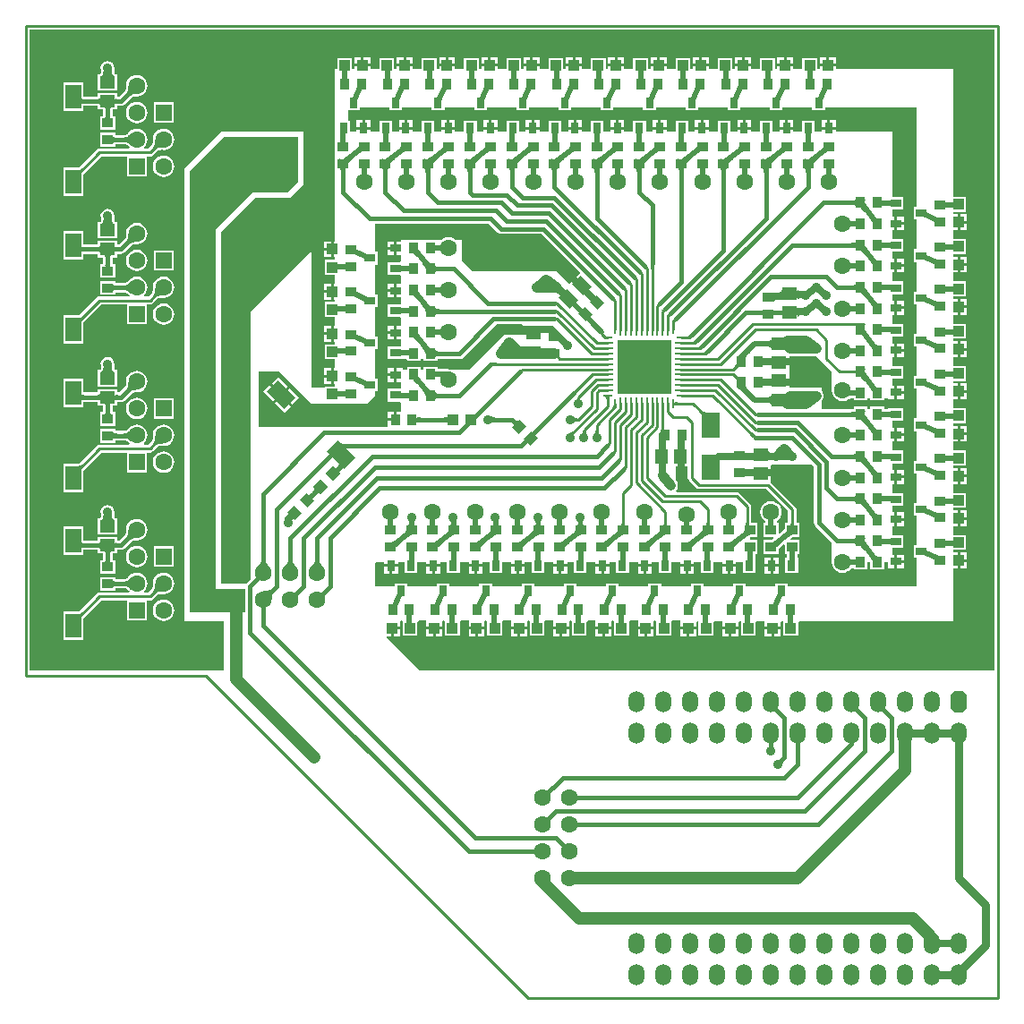
<source format=gtl>
G04*
G04 #@! TF.GenerationSoftware,Altium Limited,Altium Designer,19.1.8 (144)*
G04*
G04 Layer_Physical_Order=1*
G04 Layer_Color=255*
%FSLAX24Y24*%
%MOIN*%
G70*
G01*
G75*
%ADD11C,0.0100*%
%ADD20R,0.2008X0.2008*%
%ADD21O,0.0098X0.0374*%
%ADD22O,0.0098X0.0413*%
%ADD23O,0.0374X0.0098*%
%ADD24O,0.0413X0.0098*%
%ADD25R,0.0571X0.0453*%
%ADD26R,0.0394X0.0354*%
%ADD27R,0.0354X0.0394*%
%ADD28R,0.0394X0.0394*%
%ADD29R,0.0315X0.0394*%
%ADD30R,0.0591X0.0906*%
G04:AMPARAMS|DCode=31|XSize=39.4mil|YSize=35.4mil|CornerRadius=0mil|HoleSize=0mil|Usage=FLASHONLY|Rotation=135.000|XOffset=0mil|YOffset=0mil|HoleType=Round|Shape=Rectangle|*
%AMROTATEDRECTD31*
4,1,4,0.0264,-0.0014,0.0014,-0.0264,-0.0264,0.0014,-0.0014,0.0264,0.0264,-0.0014,0.0*
%
%ADD31ROTATEDRECTD31*%

G04:AMPARAMS|DCode=32|XSize=39.4mil|YSize=35.4mil|CornerRadius=0mil|HoleSize=0mil|Usage=FLASHONLY|Rotation=225.000|XOffset=0mil|YOffset=0mil|HoleType=Round|Shape=Rectangle|*
%AMROTATEDRECTD32*
4,1,4,0.0014,0.0264,0.0264,0.0014,-0.0014,-0.0264,-0.0264,-0.0014,0.0014,0.0264,0.0*
%
%ADD32ROTATEDRECTD32*%

%ADD33P,0.0557X4X90.0*%
G04:AMPARAMS|DCode=34|XSize=90.6mil|YSize=59.1mil|CornerRadius=0mil|HoleSize=0mil|Usage=FLASHONLY|Rotation=315.000|XOffset=0mil|YOffset=0mil|HoleType=Round|Shape=Rectangle|*
%AMROTATEDRECTD34*
4,1,4,-0.0529,0.0111,-0.0111,0.0529,0.0529,-0.0111,0.0111,-0.0529,-0.0529,0.0111,0.0*
%
%ADD34ROTATEDRECTD34*%

%ADD35R,0.0669X0.0965*%
G04:AMPARAMS|DCode=36|XSize=57.1mil|YSize=45.3mil|CornerRadius=0mil|HoleSize=0mil|Usage=FLASHONLY|Rotation=135.000|XOffset=0mil|YOffset=0mil|HoleType=Round|Shape=Rectangle|*
%AMROTATEDRECTD36*
4,1,4,0.0362,-0.0042,0.0042,-0.0362,-0.0362,0.0042,-0.0042,0.0362,0.0362,-0.0042,0.0*
%
%ADD36ROTATEDRECTD36*%

%ADD37R,0.0453X0.0571*%
%ADD38R,0.0630X0.1378*%
%ADD39R,0.0394X0.0315*%
%ADD40R,0.0394X0.0394*%
%ADD68C,0.0150*%
%ADD69C,0.0250*%
%ADD70C,0.0300*%
%ADD71C,0.0350*%
%ADD72C,0.0200*%
%ADD73C,0.0400*%
%ADD74C,0.0450*%
%ADD75C,0.0630*%
G04:AMPARAMS|DCode=76|XSize=59.1mil|YSize=78.7mil|CornerRadius=29.5mil|HoleSize=0mil|Usage=FLASHONLY|Rotation=0.000|XOffset=0mil|YOffset=0mil|HoleType=Round|Shape=RoundedRectangle|*
%AMROUNDEDRECTD76*
21,1,0.0591,0.0197,0,0,0.0*
21,1,0.0000,0.0787,0,0,0.0*
1,1,0.0591,0.0000,-0.0098*
1,1,0.0591,0.0000,-0.0098*
1,1,0.0591,0.0000,0.0098*
1,1,0.0591,0.0000,0.0098*
%
%ADD76ROUNDEDRECTD76*%
G04:AMPARAMS|DCode=77|XSize=59.1mil|YSize=78.7mil|CornerRadius=0mil|HoleSize=0mil|Usage=FLASHONLY|Rotation=180.000|XOffset=0mil|YOffset=0mil|HoleType=Round|Shape=Octagon|*
%AMOCTAGOND77*
4,1,8,0.0148,-0.0394,-0.0148,-0.0394,-0.0295,-0.0246,-0.0295,0.0246,-0.0148,0.0394,0.0148,0.0394,0.0295,0.0246,0.0295,-0.0246,0.0148,-0.0394,0.0*
%
%ADD77OCTAGOND77*%

%ADD78O,0.0591X0.0787*%
%ADD79R,0.0591X0.0591*%
%ADD80C,0.0350*%
%ADD81C,0.0472*%
G36*
X33169Y29470D02*
X33070D01*
Y28995D01*
X33169D01*
Y27895D01*
X33070D01*
Y27420D01*
X33169D01*
Y26320D01*
X33070D01*
Y25845D01*
X33169D01*
Y24745D01*
X33070D01*
Y24270D01*
X33169D01*
X33169Y23171D01*
X33070D01*
Y22696D01*
X33169D01*
Y21596D01*
X33070D01*
Y21121D01*
X33169D01*
Y20021D01*
X33070D01*
Y19546D01*
X33169D01*
Y18446D01*
X33070D01*
Y17971D01*
X33169D01*
Y16871D01*
X33070D01*
Y16396D01*
X33169D01*
Y15354D01*
X28387D01*
Y15454D01*
X27912D01*
Y15354D01*
X26812D01*
Y15454D01*
X26337D01*
Y15354D01*
X25237D01*
Y15454D01*
X24763D01*
Y15354D01*
X23663D01*
Y15454D01*
X23188D01*
Y15354D01*
X22088D01*
Y15454D01*
X21613D01*
Y15354D01*
X20513D01*
Y15454D01*
X20038D01*
Y15354D01*
X18938D01*
Y15454D01*
X18463D01*
Y15354D01*
X17363D01*
Y15454D01*
X16889D01*
Y15354D01*
X15789D01*
Y15454D01*
X15314D01*
Y15354D01*
X14214D01*
Y15454D01*
X13739D01*
Y15354D01*
X12992D01*
X12992Y16205D01*
X13027Y16240D01*
X13345D01*
Y16172D01*
X13860D01*
Y16240D01*
X14113D01*
Y15845D01*
X14588D01*
Y16240D01*
X14920D01*
Y16172D01*
X15435D01*
Y16240D01*
X15688D01*
Y15845D01*
X16163D01*
Y16240D01*
X16494D01*
Y16172D01*
X17009D01*
Y16240D01*
X17263D01*
Y15845D01*
X17737D01*
Y16240D01*
X18069D01*
Y16172D01*
X18584D01*
Y16240D01*
X18837D01*
Y15845D01*
X19312D01*
Y16240D01*
X19644D01*
Y16172D01*
X20159D01*
Y16240D01*
X20412D01*
Y15845D01*
X20887D01*
Y16240D01*
X21219D01*
Y16172D01*
X21734D01*
Y16240D01*
X21987D01*
Y15845D01*
X22462D01*
Y16240D01*
X22794D01*
Y16172D01*
X23309D01*
Y16240D01*
X23562D01*
Y15845D01*
X24037D01*
Y16240D01*
X24369D01*
Y16172D01*
X24883D01*
Y16240D01*
X25137D01*
Y15845D01*
X25611D01*
Y16240D01*
X25943D01*
Y16172D01*
X26458D01*
Y16240D01*
X26711D01*
Y15845D01*
X27186D01*
Y16316D01*
X27187Y16318D01*
X27186Y16320D01*
Y16399D01*
X27163D01*
Y16553D01*
X27166Y16554D01*
X27245D01*
Y17068D01*
X26969D01*
Y17160D01*
X26998Y17184D01*
X27245D01*
Y17698D01*
X27023D01*
Y18307D01*
X27011Y18366D01*
X26978Y18415D01*
X26585Y18809D01*
X26535Y18842D01*
X26476Y18854D01*
X24230D01*
X24214Y18904D01*
X24234Y18923D01*
X24271Y18986D01*
X24290Y19055D01*
X24291Y19128D01*
X24273Y19198D01*
X24238Y19261D01*
X24203Y19307D01*
Y19792D01*
X24650D01*
Y19390D01*
X24662Y19331D01*
X24695Y19282D01*
X24961Y19016D01*
X25010Y18983D01*
X25069Y18971D01*
X27565D01*
X28390Y18145D01*
Y17698D01*
X28266D01*
Y17526D01*
X28266Y17524D01*
X28266Y17523D01*
Y17461D01*
X28078Y17310D01*
X28033Y17332D01*
Y17615D01*
X28033Y17617D01*
X28033Y17619D01*
Y17698D01*
X27998D01*
X27972Y17743D01*
X27971Y17748D01*
X27983Y17767D01*
X27997Y17787D01*
X28014Y17807D01*
X28028Y17821D01*
X28038Y17829D01*
X28101Y17911D01*
X28141Y18007D01*
X28154Y18110D01*
X28141Y18213D01*
X28101Y18309D01*
X28038Y18392D01*
X27955Y18455D01*
X27859Y18495D01*
X27756Y18509D01*
X27653Y18495D01*
X27557Y18455D01*
X27474Y18392D01*
X27411Y18309D01*
X27371Y18213D01*
X27358Y18110D01*
X27371Y18007D01*
X27411Y17911D01*
X27474Y17829D01*
X27484Y17821D01*
X27498Y17807D01*
X27514Y17787D01*
X27529Y17767D01*
X27540Y17748D01*
X27539Y17743D01*
X27514Y17698D01*
X27479D01*
Y17619D01*
X27479Y17617D01*
X27479Y17615D01*
Y17184D01*
X27845D01*
X27861Y17137D01*
X27776Y17068D01*
X27479D01*
Y16554D01*
X28033D01*
Y16752D01*
X28221Y16903D01*
X28266Y16881D01*
Y16637D01*
X28266Y16635D01*
X28266Y16633D01*
Y16554D01*
X28330D01*
Y16399D01*
X28286D01*
Y16320D01*
X28286Y16318D01*
X28286Y16316D01*
Y15845D01*
X28761D01*
Y16316D01*
X28761Y16318D01*
X28761Y16320D01*
Y16399D01*
X28737D01*
Y16553D01*
X28741Y16554D01*
X28820D01*
Y17068D01*
X28504D01*
X28487Y17115D01*
X28573Y17184D01*
X28820D01*
Y17698D01*
X28696D01*
Y18209D01*
X28685Y18267D01*
X28651Y18317D01*
X27748Y19221D01*
Y19478D01*
X27362D01*
Y19578D01*
X27748D01*
Y19854D01*
X27786Y19882D01*
X29275D01*
X29349Y19808D01*
Y17717D01*
X29363Y17648D01*
X29401Y17590D01*
X30020Y16972D01*
X30020Y16276D01*
X30015Y16240D01*
X30029Y16137D01*
X30068Y16041D01*
X30132Y15958D01*
X30214Y15895D01*
X30310Y15855D01*
X30413Y15842D01*
X30516Y15855D01*
X30613Y15895D01*
X30695Y15958D01*
X30703Y15968D01*
X30717Y15982D01*
X30737Y15999D01*
X30757Y16013D01*
X30776Y16025D01*
X30780Y16024D01*
X30826Y15998D01*
Y15963D01*
X30905D01*
X30907Y15963D01*
X30909Y15963D01*
X31340D01*
Y16240D01*
X31455D01*
Y15963D01*
X31970D01*
Y16240D01*
X32105D01*
Y16002D01*
X32352D01*
Y16260D01*
Y16517D01*
X32283D01*
Y16770D01*
X32678D01*
Y17245D01*
X32283D01*
Y17577D01*
X32352D01*
Y17835D01*
Y18092D01*
X32283D01*
Y18345D01*
X32678D01*
Y18820D01*
X32283D01*
X32283Y19152D01*
X32352D01*
Y19409D01*
Y19667D01*
X32283D01*
Y19920D01*
X32678D01*
Y20395D01*
X32283D01*
Y20727D01*
X32352D01*
Y20984D01*
Y21242D01*
X32283D01*
Y21495D01*
X32678D01*
Y21970D01*
X32208D01*
X32206Y21970D01*
X32204Y21970D01*
X32125D01*
Y21949D01*
X31970D01*
X31970Y21950D01*
Y22029D01*
X31455D01*
Y21949D01*
X31340D01*
Y22029D01*
X30826D01*
Y21949D01*
X30807D01*
X30789Y21930D01*
X29626D01*
Y22246D01*
X29635Y22258D01*
X29647Y22270D01*
X29657Y22287D01*
X29669Y22302D01*
X29676Y22318D01*
X29684Y22332D01*
X29690Y22351D01*
X29697Y22369D01*
X29699Y22386D01*
X29704Y22402D01*
X29704Y22421D01*
X29706Y22441D01*
X29704Y22457D01*
X29705Y22474D01*
X29700Y22493D01*
X29697Y22513D01*
X29691Y22528D01*
X29687Y22544D01*
X29677Y22561D01*
X29669Y22580D01*
X29659Y22593D01*
X29651Y22607D01*
X29637Y22621D01*
X29626Y22636D01*
Y22736D01*
X28437D01*
Y22942D01*
X28051D01*
Y23042D01*
X28437D01*
Y23319D01*
X28437D01*
X28437Y23335D01*
X28437D01*
Y23611D01*
X28051D01*
Y23711D01*
X28437D01*
Y23917D01*
X29429D01*
X30020Y23327D01*
X30020Y22673D01*
X30015Y22638D01*
X30029Y22535D01*
X30068Y22439D01*
X30132Y22356D01*
X30214Y22293D01*
X30310Y22253D01*
X30413Y22239D01*
X30516Y22253D01*
X30593Y22285D01*
X30594Y22285D01*
X30598Y22287D01*
X30613Y22293D01*
X30617Y22296D01*
X30623Y22299D01*
X30680Y22324D01*
X30705Y22332D01*
X30716Y22335D01*
X30826D01*
Y22263D01*
X30905D01*
X30907Y22262D01*
X30909Y22263D01*
X31340D01*
Y22343D01*
X31455D01*
Y22263D01*
X31970D01*
Y22343D01*
X32105D01*
Y22302D01*
X32352D01*
Y22559D01*
Y22817D01*
X32283D01*
Y23070D01*
X32678D01*
Y23545D01*
X32283D01*
Y23876D01*
X32352D01*
Y24134D01*
Y24391D01*
X32283D01*
Y24644D01*
X32678D01*
Y25119D01*
X32283D01*
Y25451D01*
X32352D01*
Y25709D01*
Y25966D01*
X32283D01*
Y26219D01*
X32678D01*
Y26694D01*
X32283D01*
Y27026D01*
X32352D01*
Y27283D01*
Y27541D01*
X32283D01*
Y27794D01*
X32678D01*
Y28269D01*
X32283D01*
Y28601D01*
X32352D01*
Y28858D01*
Y29116D01*
X32283D01*
Y29369D01*
X32678D01*
Y29844D01*
X32283D01*
X32283Y32283D01*
X30159Y32283D01*
Y32352D01*
X29902D01*
X29644D01*
Y32283D01*
X29391D01*
Y32678D01*
X28916D01*
Y32283D01*
X28584D01*
Y32352D01*
X28327D01*
X28069D01*
Y32283D01*
X27816D01*
Y32678D01*
X27341D01*
Y32283D01*
X27009Y32283D01*
Y32352D01*
X26752D01*
X26494D01*
Y32283D01*
X26241D01*
Y32678D01*
X25766D01*
Y32283D01*
X25435D01*
Y32352D01*
X25177D01*
X24920D01*
Y32283D01*
X24667D01*
Y32678D01*
X24192D01*
Y32283D01*
X23860D01*
Y32352D01*
X23602D01*
X23345D01*
Y32283D01*
X23092D01*
Y32678D01*
X22617D01*
Y32283D01*
X22285D01*
Y32352D01*
X22028D01*
X21770D01*
Y32283D01*
X21517D01*
Y32678D01*
X21042D01*
Y32283D01*
X20710D01*
Y32352D01*
X20453D01*
X20195D01*
Y32283D01*
X19942D01*
Y32678D01*
X19467D01*
Y32283D01*
X19135D01*
Y32352D01*
X18878D01*
X18620D01*
Y32283D01*
X18367D01*
Y32678D01*
X17892D01*
Y32283D01*
X17561D01*
Y32352D01*
X17303D01*
X17046D01*
Y32283D01*
X16793D01*
Y32678D01*
X16318D01*
Y32283D01*
X15986D01*
Y32352D01*
X15728D01*
X15471D01*
Y32283D01*
X15218D01*
Y32678D01*
X14743D01*
Y32283D01*
X14411D01*
Y32352D01*
X14154D01*
X13896D01*
Y32283D01*
X13643Y32283D01*
Y32678D01*
X13168D01*
Y32283D01*
X12836D01*
Y32352D01*
X12579D01*
X12321D01*
Y32283D01*
X12068D01*
Y32678D01*
X12008D01*
X12008Y33070D01*
X12442D01*
Y33169D01*
X13542Y33169D01*
Y33070D01*
X14017D01*
Y33169D01*
X15117D01*
Y33070D01*
X15592D01*
Y33169D01*
X16692Y33169D01*
Y33070D01*
X17167D01*
Y33169D01*
X18266D01*
Y33070D01*
X18741D01*
Y33169D01*
X19841D01*
Y33070D01*
X20316D01*
Y33169D01*
X21416Y33169D01*
Y33070D01*
X21891D01*
Y33169D01*
X22991D01*
Y33070D01*
X23466D01*
Y33169D01*
X24566Y33169D01*
Y33070D01*
X25041D01*
Y33169D01*
X26140D01*
Y33070D01*
X26615D01*
Y33169D01*
X27715D01*
Y33070D01*
X28190D01*
Y33169D01*
X29290Y33169D01*
Y33070D01*
X29765D01*
Y33169D01*
X33169Y33169D01*
X33169Y29470D01*
D02*
G37*
G36*
X29997Y31538D02*
X29982Y31550D01*
X29963Y31556D01*
X29940Y31557D01*
X29914Y31553D01*
X29884Y31543D01*
X29851Y31528D01*
X29814Y31507D01*
X29773Y31481D01*
X29681Y31412D01*
X29569Y31579D01*
X29611Y31614D01*
X29678Y31677D01*
X29702Y31706D01*
X29721Y31732D01*
X29734Y31756D01*
X29741Y31778D01*
X29742Y31798D01*
X29737Y31816D01*
X29727Y31832D01*
X29997Y31538D01*
D02*
G37*
G36*
X28422D02*
X28407Y31550D01*
X28388Y31556D01*
X28365Y31557D01*
X28339Y31553D01*
X28309Y31543D01*
X28276Y31528D01*
X28239Y31507D01*
X28198Y31481D01*
X28106Y31412D01*
X27995Y31579D01*
X28037Y31614D01*
X28103Y31677D01*
X28128Y31706D01*
X28146Y31732D01*
X28159Y31756D01*
X28166Y31778D01*
X28167Y31798D01*
X28163Y31816D01*
X28152Y31832D01*
X28422Y31538D01*
D02*
G37*
G36*
X26847D02*
X26832Y31550D01*
X26813Y31556D01*
X26791Y31557D01*
X26764Y31553D01*
X26735Y31543D01*
X26701Y31528D01*
X26664Y31507D01*
X26623Y31481D01*
X26531Y31412D01*
X26420Y31579D01*
X26462Y31614D01*
X26528Y31677D01*
X26553Y31706D01*
X26572Y31732D01*
X26584Y31756D01*
X26591Y31778D01*
X26592Y31798D01*
X26588Y31816D01*
X26577Y31832D01*
X26847Y31538D01*
D02*
G37*
G36*
X25272D02*
X25257Y31550D01*
X25238Y31556D01*
X25216Y31557D01*
X25190Y31553D01*
X25160Y31543D01*
X25126Y31528D01*
X25089Y31507D01*
X25049Y31481D01*
X24956Y31412D01*
X24845Y31579D01*
X24887Y31614D01*
X24954Y31677D01*
X24978Y31706D01*
X24997Y31732D01*
X25010Y31756D01*
X25016Y31778D01*
X25018Y31798D01*
X25013Y31816D01*
X25002Y31832D01*
X25272Y31538D01*
D02*
G37*
G36*
X23698D02*
X23682Y31550D01*
X23663Y31556D01*
X23641Y31557D01*
X23615Y31553D01*
X23585Y31543D01*
X23552Y31528D01*
X23514Y31507D01*
X23474Y31481D01*
X23381Y31412D01*
X23270Y31579D01*
X23312Y31614D01*
X23379Y31677D01*
X23403Y31706D01*
X23422Y31732D01*
X23435Y31756D01*
X23442Y31778D01*
X23443Y31798D01*
X23438Y31816D01*
X23428Y31832D01*
X23698Y31538D01*
D02*
G37*
G36*
X22123D02*
X22108Y31550D01*
X22089Y31556D01*
X22066Y31557D01*
X22040Y31553D01*
X22010Y31543D01*
X21977Y31528D01*
X21940Y31507D01*
X21899Y31481D01*
X21807Y31412D01*
X21695Y31579D01*
X21737Y31614D01*
X21804Y31677D01*
X21828Y31706D01*
X21847Y31732D01*
X21860Y31756D01*
X21867Y31778D01*
X21868Y31798D01*
X21863Y31816D01*
X21853Y31832D01*
X22123Y31538D01*
D02*
G37*
G36*
X20548D02*
X20533Y31550D01*
X20514Y31556D01*
X20491Y31557D01*
X20465Y31553D01*
X20435Y31543D01*
X20402Y31528D01*
X20365Y31507D01*
X20324Y31481D01*
X20232Y31412D01*
X20121Y31579D01*
X20163Y31614D01*
X20229Y31677D01*
X20254Y31706D01*
X20272Y31732D01*
X20285Y31756D01*
X20292Y31778D01*
X20293Y31798D01*
X20289Y31816D01*
X20278Y31832D01*
X20548Y31538D01*
D02*
G37*
G36*
X18973D02*
X18958Y31550D01*
X18939Y31556D01*
X18917Y31557D01*
X18890Y31553D01*
X18861Y31543D01*
X18827Y31528D01*
X18790Y31507D01*
X18749Y31481D01*
X18657Y31412D01*
X18546Y31579D01*
X18588Y31614D01*
X18654Y31677D01*
X18679Y31706D01*
X18697Y31732D01*
X18710Y31756D01*
X18717Y31778D01*
X18718Y31798D01*
X18714Y31816D01*
X18703Y31832D01*
X18973Y31538D01*
D02*
G37*
G36*
X17398D02*
X17383Y31550D01*
X17364Y31556D01*
X17342Y31557D01*
X17316Y31553D01*
X17286Y31543D01*
X17252Y31528D01*
X17215Y31507D01*
X17175Y31481D01*
X17082Y31412D01*
X16971Y31579D01*
X17013Y31614D01*
X17080Y31677D01*
X17104Y31706D01*
X17123Y31732D01*
X17135Y31756D01*
X17142Y31778D01*
X17144Y31798D01*
X17139Y31816D01*
X17128Y31832D01*
X17398Y31538D01*
D02*
G37*
G36*
X15824D02*
X15808Y31550D01*
X15789Y31556D01*
X15767Y31557D01*
X15741Y31553D01*
X15711Y31543D01*
X15678Y31528D01*
X15640Y31507D01*
X15600Y31481D01*
X15507Y31412D01*
X15396Y31579D01*
X15438Y31614D01*
X15505Y31677D01*
X15529Y31706D01*
X15548Y31732D01*
X15561Y31756D01*
X15568Y31778D01*
X15569Y31798D01*
X15564Y31816D01*
X15554Y31832D01*
X15824Y31538D01*
D02*
G37*
G36*
X14249D02*
X14234Y31550D01*
X14215Y31556D01*
X14192Y31557D01*
X14166Y31553D01*
X14136Y31543D01*
X14103Y31528D01*
X14066Y31507D01*
X14025Y31481D01*
X13933Y31412D01*
X13821Y31579D01*
X13863Y31614D01*
X13930Y31677D01*
X13954Y31706D01*
X13973Y31732D01*
X13986Y31756D01*
X13993Y31778D01*
X13994Y31798D01*
X13989Y31816D01*
X13979Y31832D01*
X14249Y31538D01*
D02*
G37*
G36*
X12674D02*
X12659Y31550D01*
X12640Y31556D01*
X12617Y31557D01*
X12591Y31553D01*
X12561Y31543D01*
X12528Y31528D01*
X12491Y31507D01*
X12450Y31481D01*
X12358Y31412D01*
X12247Y31579D01*
X12289Y31614D01*
X12355Y31677D01*
X12380Y31706D01*
X12398Y31732D01*
X12411Y31756D01*
X12418Y31778D01*
X12419Y31798D01*
X12415Y31816D01*
X12404Y31832D01*
X12674Y31538D01*
D02*
G37*
G36*
X29486Y31256D02*
X29442Y31219D01*
X29372Y31154D01*
X29347Y31125D01*
X29328Y31098D01*
X29316Y31074D01*
X29310Y31052D01*
X29310Y31033D01*
X29317Y31017D01*
X29330Y31003D01*
X29009Y31259D01*
X29027Y31248D01*
X29047Y31243D01*
X29071Y31243D01*
X29098Y31248D01*
X29128Y31258D01*
X29161Y31273D01*
X29198Y31293D01*
X29237Y31318D01*
X29325Y31384D01*
X29486Y31256D01*
D02*
G37*
G36*
X27911D02*
X27867Y31219D01*
X27798Y31154D01*
X27772Y31125D01*
X27754Y31098D01*
X27741Y31074D01*
X27735Y31052D01*
X27735Y31033D01*
X27742Y31017D01*
X27755Y31003D01*
X27434Y31259D01*
X27452Y31248D01*
X27473Y31243D01*
X27496Y31243D01*
X27523Y31248D01*
X27553Y31258D01*
X27587Y31273D01*
X27623Y31293D01*
X27662Y31318D01*
X27750Y31384D01*
X27911Y31256D01*
D02*
G37*
G36*
X26336D02*
X26292Y31219D01*
X26223Y31154D01*
X26198Y31125D01*
X26179Y31098D01*
X26166Y31074D01*
X26160Y31052D01*
X26161Y31033D01*
X26167Y31017D01*
X26180Y31003D01*
X25859Y31259D01*
X25877Y31248D01*
X25898Y31243D01*
X25922Y31243D01*
X25949Y31248D01*
X25979Y31258D01*
X26012Y31273D01*
X26048Y31293D01*
X26087Y31318D01*
X26176Y31384D01*
X26336Y31256D01*
D02*
G37*
G36*
X24761D02*
X24717Y31219D01*
X24648Y31154D01*
X24623Y31125D01*
X24604Y31098D01*
X24592Y31074D01*
X24585Y31052D01*
X24586Y31033D01*
X24592Y31017D01*
X24605Y31003D01*
X24285Y31259D01*
X24302Y31248D01*
X24323Y31243D01*
X24347Y31243D01*
X24374Y31248D01*
X24404Y31258D01*
X24437Y31273D01*
X24473Y31293D01*
X24513Y31318D01*
X24601Y31384D01*
X24761Y31256D01*
D02*
G37*
G36*
X23186D02*
X23142Y31219D01*
X23073Y31154D01*
X23048Y31125D01*
X23029Y31098D01*
X23017Y31074D01*
X23011Y31052D01*
X23011Y31033D01*
X23017Y31017D01*
X23030Y31003D01*
X22710Y31259D01*
X22727Y31248D01*
X22748Y31243D01*
X22772Y31243D01*
X22799Y31248D01*
X22829Y31258D01*
X22862Y31273D01*
X22898Y31293D01*
X22938Y31318D01*
X23026Y31384D01*
X23186Y31256D01*
D02*
G37*
G36*
X21612D02*
X21568Y31219D01*
X21498Y31154D01*
X21473Y31125D01*
X21454Y31098D01*
X21442Y31074D01*
X21436Y31052D01*
X21436Y31033D01*
X21443Y31017D01*
X21455Y31003D01*
X21135Y31259D01*
X21153Y31248D01*
X21173Y31243D01*
X21197Y31243D01*
X21224Y31248D01*
X21254Y31258D01*
X21287Y31273D01*
X21324Y31293D01*
X21363Y31318D01*
X21451Y31384D01*
X21612Y31256D01*
D02*
G37*
G36*
X20037D02*
X19993Y31219D01*
X19924Y31154D01*
X19898Y31125D01*
X19880Y31098D01*
X19867Y31074D01*
X19861Y31052D01*
X19861Y31033D01*
X19868Y31017D01*
X19881Y31003D01*
X19560Y31259D01*
X19578Y31248D01*
X19599Y31243D01*
X19622Y31243D01*
X19649Y31248D01*
X19679Y31258D01*
X19713Y31273D01*
X19749Y31293D01*
X19788Y31318D01*
X19876Y31384D01*
X20037Y31256D01*
D02*
G37*
G36*
X18462D02*
X18418Y31219D01*
X18349Y31154D01*
X18324Y31125D01*
X18305Y31098D01*
X18292Y31074D01*
X18286Y31052D01*
X18286Y31033D01*
X18293Y31017D01*
X18306Y31003D01*
X17985Y31259D01*
X18003Y31248D01*
X18024Y31243D01*
X18048Y31243D01*
X18074Y31248D01*
X18105Y31258D01*
X18138Y31273D01*
X18174Y31293D01*
X18213Y31318D01*
X18302Y31384D01*
X18462Y31256D01*
D02*
G37*
G36*
X16887D02*
X16843Y31219D01*
X16774Y31154D01*
X16749Y31125D01*
X16730Y31098D01*
X16718Y31074D01*
X16711Y31052D01*
X16712Y31033D01*
X16718Y31017D01*
X16731Y31003D01*
X16411Y31259D01*
X16428Y31248D01*
X16449Y31243D01*
X16473Y31243D01*
X16500Y31248D01*
X16530Y31258D01*
X16563Y31273D01*
X16599Y31293D01*
X16639Y31318D01*
X16727Y31384D01*
X16887Y31256D01*
D02*
G37*
G36*
X15312D02*
X15268Y31219D01*
X15199Y31154D01*
X15174Y31125D01*
X15155Y31098D01*
X15143Y31074D01*
X15137Y31052D01*
X15137Y31033D01*
X15143Y31017D01*
X15156Y31003D01*
X14836Y31259D01*
X14853Y31248D01*
X14874Y31243D01*
X14898Y31243D01*
X14925Y31248D01*
X14955Y31258D01*
X14988Y31273D01*
X15024Y31293D01*
X15064Y31318D01*
X15152Y31384D01*
X15312Y31256D01*
D02*
G37*
G36*
X13738D02*
X13694Y31219D01*
X13624Y31154D01*
X13599Y31125D01*
X13580Y31098D01*
X13568Y31074D01*
X13562Y31052D01*
X13562Y31033D01*
X13569Y31017D01*
X13581Y31003D01*
X13261Y31259D01*
X13279Y31248D01*
X13299Y31243D01*
X13323Y31243D01*
X13350Y31248D01*
X13380Y31258D01*
X13413Y31273D01*
X13450Y31293D01*
X13489Y31318D01*
X13577Y31384D01*
X13738Y31256D01*
D02*
G37*
G36*
X12163D02*
X12119Y31219D01*
X12050Y31154D01*
X12024Y31125D01*
X12006Y31098D01*
X11993Y31074D01*
X11987Y31052D01*
X11987Y31033D01*
X11994Y31017D01*
X12007Y31003D01*
X11686Y31259D01*
X11704Y31248D01*
X11724Y31243D01*
X11748Y31243D01*
X11775Y31248D01*
X11805Y31258D01*
X11839Y31273D01*
X11875Y31293D01*
X11914Y31318D01*
X12002Y31384D01*
X12163Y31256D01*
D02*
G37*
G36*
X29270Y30906D02*
X29257Y30902D01*
X29246Y30894D01*
X29236Y30884D01*
X29228Y30870D01*
X29221Y30853D01*
X29216Y30834D01*
X29212Y30811D01*
X29210Y30785D01*
X29209Y30757D01*
X29059D01*
X29058Y30785D01*
X29056Y30811D01*
X29052Y30834D01*
X29047Y30853D01*
X29040Y30870D01*
X29032Y30884D01*
X29022Y30894D01*
X29011Y30902D01*
X28998Y30906D01*
X28984Y30908D01*
X29284D01*
X29270Y30906D01*
D02*
G37*
G36*
X27695D02*
X27682Y30902D01*
X27671Y30894D01*
X27661Y30884D01*
X27653Y30870D01*
X27646Y30853D01*
X27641Y30834D01*
X27637Y30811D01*
X27635Y30785D01*
X27634Y30757D01*
X27484D01*
X27483Y30785D01*
X27481Y30811D01*
X27477Y30834D01*
X27472Y30853D01*
X27465Y30870D01*
X27457Y30884D01*
X27447Y30894D01*
X27436Y30902D01*
X27423Y30906D01*
X27409Y30908D01*
X27709D01*
X27695Y30906D01*
D02*
G37*
G36*
X26120D02*
X26107Y30902D01*
X26096Y30894D01*
X26086Y30884D01*
X26078Y30870D01*
X26071Y30853D01*
X26066Y30834D01*
X26062Y30811D01*
X26060Y30785D01*
X26059Y30757D01*
X25909D01*
X25909Y30785D01*
X25906Y30811D01*
X25903Y30834D01*
X25897Y30853D01*
X25891Y30870D01*
X25882Y30884D01*
X25872Y30894D01*
X25861Y30902D01*
X25849Y30906D01*
X25834Y30908D01*
X26134D01*
X26120Y30906D01*
D02*
G37*
G36*
X24545D02*
X24532Y30902D01*
X24521Y30894D01*
X24511Y30884D01*
X24503Y30870D01*
X24496Y30853D01*
X24491Y30834D01*
X24487Y30811D01*
X24485Y30785D01*
X24484Y30757D01*
X24334D01*
X24334Y30785D01*
X24331Y30811D01*
X24328Y30834D01*
X24322Y30853D01*
X24316Y30870D01*
X24307Y30884D01*
X24298Y30894D01*
X24286Y30902D01*
X24274Y30906D01*
X24259Y30908D01*
X24559D01*
X24545Y30906D01*
D02*
G37*
G36*
X22970D02*
X22958Y30902D01*
X22946Y30894D01*
X22937Y30884D01*
X22928Y30870D01*
X22922Y30853D01*
X22916Y30834D01*
X22913Y30811D01*
X22910Y30785D01*
X22910Y30757D01*
X22760D01*
X22759Y30785D01*
X22757Y30811D01*
X22753Y30834D01*
X22748Y30853D01*
X22741Y30870D01*
X22733Y30884D01*
X22723Y30894D01*
X22712Y30902D01*
X22699Y30906D01*
X22685Y30908D01*
X22985D01*
X22970Y30906D01*
D02*
G37*
G36*
X21396D02*
X21383Y30902D01*
X21372Y30894D01*
X21362Y30884D01*
X21354Y30870D01*
X21347Y30853D01*
X21342Y30834D01*
X21338Y30811D01*
X21336Y30785D01*
X21335Y30757D01*
X21185D01*
X21184Y30785D01*
X21182Y30811D01*
X21178Y30834D01*
X21173Y30853D01*
X21166Y30870D01*
X21158Y30884D01*
X21148Y30894D01*
X21137Y30902D01*
X21124Y30906D01*
X21110Y30908D01*
X21410D01*
X21396Y30906D01*
D02*
G37*
G36*
X19821D02*
X19808Y30902D01*
X19797Y30894D01*
X19787Y30884D01*
X19779Y30870D01*
X19772Y30853D01*
X19767Y30834D01*
X19763Y30811D01*
X19761Y30785D01*
X19760Y30757D01*
X19610D01*
X19609Y30785D01*
X19607Y30811D01*
X19603Y30834D01*
X19598Y30853D01*
X19591Y30870D01*
X19583Y30884D01*
X19573Y30894D01*
X19562Y30902D01*
X19549Y30906D01*
X19535Y30908D01*
X19835D01*
X19821Y30906D01*
D02*
G37*
G36*
X18246D02*
X18233Y30902D01*
X18222Y30894D01*
X18212Y30884D01*
X18204Y30870D01*
X18197Y30853D01*
X18192Y30834D01*
X18188Y30811D01*
X18186Y30785D01*
X18185Y30757D01*
X18035D01*
X18034Y30785D01*
X18032Y30811D01*
X18028Y30834D01*
X18023Y30853D01*
X18016Y30870D01*
X18008Y30884D01*
X17998Y30894D01*
X17987Y30902D01*
X17974Y30906D01*
X17960Y30908D01*
X18260D01*
X18246Y30906D01*
D02*
G37*
G36*
X16671D02*
X16658Y30902D01*
X16647Y30894D01*
X16637Y30884D01*
X16629Y30870D01*
X16622Y30853D01*
X16617Y30834D01*
X16613Y30811D01*
X16611Y30785D01*
X16610Y30757D01*
X16460D01*
X16460Y30785D01*
X16457Y30811D01*
X16454Y30834D01*
X16448Y30853D01*
X16442Y30870D01*
X16433Y30884D01*
X16424Y30894D01*
X16412Y30902D01*
X16400Y30906D01*
X16385Y30908D01*
X16685D01*
X16671Y30906D01*
D02*
G37*
G36*
X15096D02*
X15084Y30902D01*
X15072Y30894D01*
X15063Y30884D01*
X15054Y30870D01*
X15048Y30853D01*
X15042Y30834D01*
X15039Y30811D01*
X15036Y30785D01*
X15036Y30757D01*
X14886D01*
X14885Y30785D01*
X14883Y30811D01*
X14879Y30834D01*
X14874Y30853D01*
X14867Y30870D01*
X14859Y30884D01*
X14849Y30894D01*
X14838Y30902D01*
X14825Y30906D01*
X14811Y30908D01*
X15111D01*
X15096Y30906D01*
D02*
G37*
G36*
X13522D02*
X13509Y30902D01*
X13498Y30894D01*
X13488Y30884D01*
X13480Y30870D01*
X13473Y30853D01*
X13468Y30834D01*
X13464Y30811D01*
X13462Y30785D01*
X13461Y30757D01*
X13311D01*
X13310Y30785D01*
X13308Y30811D01*
X13304Y30834D01*
X13299Y30853D01*
X13292Y30870D01*
X13284Y30884D01*
X13274Y30894D01*
X13263Y30902D01*
X13250Y30906D01*
X13236Y30908D01*
X13536D01*
X13522Y30906D01*
D02*
G37*
G36*
X11947D02*
X11934Y30902D01*
X11923Y30894D01*
X11913Y30884D01*
X11905Y30870D01*
X11898Y30853D01*
X11893Y30834D01*
X11889Y30811D01*
X11887Y30785D01*
X11886Y30757D01*
X11736D01*
X11735Y30785D01*
X11733Y30811D01*
X11729Y30834D01*
X11724Y30853D01*
X11717Y30870D01*
X11709Y30884D01*
X11699Y30894D01*
X11688Y30902D01*
X11675Y30906D01*
X11661Y30908D01*
X11961D01*
X11947Y30906D01*
D02*
G37*
G36*
X10138Y30413D02*
X9744Y30020D01*
X8465Y30020D01*
X7087Y28642D01*
Y15256D01*
X8178D01*
Y14370D01*
X6102Y14370D01*
X6102Y30807D01*
X7382Y32087D01*
X10138D01*
X10138Y30413D01*
D02*
G37*
G36*
X30908Y29476D02*
X30906Y29490D01*
X30902Y29503D01*
X30894Y29514D01*
X30884Y29524D01*
X30870Y29532D01*
X30853Y29539D01*
X30834Y29544D01*
X30811Y29548D01*
X30785Y29550D01*
X30757Y29551D01*
Y29701D01*
X30785Y29702D01*
X30811Y29704D01*
X30834Y29708D01*
X30853Y29713D01*
X30870Y29720D01*
X30884Y29728D01*
X30894Y29738D01*
X30902Y29749D01*
X30906Y29762D01*
X30908Y29776D01*
Y29476D01*
D02*
G37*
G36*
X31248Y29733D02*
X31243Y29713D01*
X31243Y29689D01*
X31248Y29662D01*
X31258Y29632D01*
X31273Y29598D01*
X31293Y29562D01*
X31318Y29523D01*
X31384Y29435D01*
X31256Y29274D01*
X31219Y29318D01*
X31154Y29387D01*
X31125Y29413D01*
X31098Y29431D01*
X31074Y29444D01*
X31052Y29450D01*
X31033Y29450D01*
X31017Y29443D01*
X31003Y29430D01*
X31259Y29751D01*
X31248Y29733D01*
D02*
G37*
G36*
X31614Y29148D02*
X31677Y29082D01*
X31706Y29057D01*
X31732Y29039D01*
X31756Y29026D01*
X31778Y29019D01*
X31798Y29018D01*
X31816Y29023D01*
X31832Y29033D01*
X31538Y28763D01*
X31550Y28778D01*
X31556Y28797D01*
X31557Y28820D01*
X31553Y28846D01*
X31543Y28876D01*
X31528Y28909D01*
X31507Y28946D01*
X31481Y28987D01*
X31412Y29079D01*
X31579Y29190D01*
X31614Y29148D01*
D02*
G37*
G36*
X30908Y27901D02*
X30906Y27915D01*
X30902Y27928D01*
X30894Y27939D01*
X30884Y27949D01*
X30870Y27957D01*
X30853Y27964D01*
X30834Y27969D01*
X30811Y27973D01*
X30785Y27975D01*
X30757Y27976D01*
Y28126D01*
X30785Y28127D01*
X30811Y28129D01*
X30834Y28133D01*
X30853Y28138D01*
X30870Y28145D01*
X30884Y28153D01*
X30894Y28163D01*
X30902Y28174D01*
X30906Y28187D01*
X30908Y28201D01*
Y27901D01*
D02*
G37*
G36*
X31248Y28158D02*
X31243Y28138D01*
X31243Y28114D01*
X31248Y28087D01*
X31258Y28057D01*
X31273Y28024D01*
X31293Y27987D01*
X31318Y27948D01*
X31384Y27860D01*
X31256Y27699D01*
X31219Y27743D01*
X31154Y27813D01*
X31125Y27838D01*
X31098Y27857D01*
X31074Y27869D01*
X31052Y27875D01*
X31033Y27875D01*
X31017Y27868D01*
X31003Y27856D01*
X31259Y28176D01*
X31248Y28158D01*
D02*
G37*
G36*
X14612Y28013D02*
X14605Y27994D01*
X14604Y27972D01*
X14609Y27946D01*
X14619Y27916D01*
X14634Y27882D01*
X14655Y27845D01*
X14681Y27804D01*
X14750Y27712D01*
X14583Y27601D01*
X14548Y27643D01*
X14484Y27709D01*
X14456Y27734D01*
X14429Y27753D01*
X14405Y27765D01*
X14383Y27772D01*
X14363Y27774D01*
X14345Y27769D01*
X14330Y27758D01*
X14624Y28028D01*
X14612Y28013D01*
D02*
G37*
G36*
X31614Y27574D02*
X31677Y27507D01*
X31706Y27483D01*
X31732Y27464D01*
X31756Y27451D01*
X31778Y27444D01*
X31798Y27443D01*
X31816Y27448D01*
X31832Y27458D01*
X31538Y27188D01*
X31550Y27203D01*
X31556Y27222D01*
X31557Y27245D01*
X31553Y27271D01*
X31543Y27301D01*
X31528Y27334D01*
X31507Y27371D01*
X31481Y27412D01*
X31412Y27504D01*
X31579Y27616D01*
X31614Y27574D01*
D02*
G37*
G36*
X23379Y27307D02*
X23379Y27302D01*
X23378Y27283D01*
X23377Y27156D01*
X23277D01*
X23274Y27309D01*
X23380D01*
X23379Y27307D01*
D02*
G37*
G36*
X23107Y27270D02*
X23109Y27266D01*
X23112Y27261D01*
X23116Y27255D01*
X23128Y27240D01*
X23145Y27222D01*
X23165Y27201D01*
X23095Y27130D01*
X23084Y27141D01*
X23041Y27179D01*
X23035Y27183D01*
X23029Y27186D01*
X23025Y27188D01*
X23021Y27189D01*
X23106Y27274D01*
X23107Y27270D01*
D02*
G37*
G36*
X14942Y27473D02*
X15008Y27404D01*
X15037Y27379D01*
X15063Y27360D01*
X15087Y27348D01*
X15109Y27341D01*
X15128Y27342D01*
X15145Y27348D01*
X15159Y27361D01*
X14903Y27041D01*
X14913Y27058D01*
X14918Y27079D01*
X14918Y27103D01*
X14913Y27130D01*
X14904Y27160D01*
X14888Y27193D01*
X14868Y27229D01*
X14843Y27269D01*
X14778Y27357D01*
X14906Y27517D01*
X14942Y27473D01*
D02*
G37*
G36*
X15255Y27301D02*
X15260Y27288D01*
X15267Y27277D01*
X15278Y27267D01*
X15291Y27259D01*
X15308Y27252D01*
X15328Y27247D01*
X15350Y27243D01*
X15376Y27241D01*
X15405Y27240D01*
Y27090D01*
X15376Y27090D01*
X15350Y27087D01*
X15328Y27084D01*
X15308Y27078D01*
X15291Y27072D01*
X15278Y27063D01*
X15267Y27054D01*
X15260Y27042D01*
X15255Y27030D01*
X15253Y27015D01*
Y27315D01*
X15255Y27301D01*
D02*
G37*
G36*
X22910Y27074D02*
X22912Y27069D01*
X22915Y27064D01*
X22920Y27058D01*
X22931Y27043D01*
X22948Y27025D01*
X22968Y27004D01*
X22898Y26933D01*
X22887Y26944D01*
X22844Y26982D01*
X22838Y26986D01*
X22832Y26990D01*
X22828Y26992D01*
X22824Y26993D01*
X22909Y27077D01*
X22910Y27074D01*
D02*
G37*
G36*
X22713Y26877D02*
X22715Y26872D01*
X22718Y26867D01*
X22723Y26861D01*
X22735Y26846D01*
X22751Y26828D01*
X22772Y26807D01*
X22701Y26736D01*
X22690Y26747D01*
X22647Y26785D01*
X22641Y26790D01*
X22636Y26793D01*
X22631Y26795D01*
X22628Y26796D01*
X22712Y26880D01*
X22713Y26877D01*
D02*
G37*
G36*
X22516Y26680D02*
X22518Y26675D01*
X22522Y26670D01*
X22526Y26664D01*
X22538Y26649D01*
X22554Y26631D01*
X22575Y26610D01*
X22504Y26539D01*
X22493Y26550D01*
X22450Y26588D01*
X22444Y26593D01*
X22439Y26596D01*
X22434Y26598D01*
X22431Y26599D01*
X22515Y26684D01*
X22516Y26680D01*
D02*
G37*
G36*
X17590Y28516D02*
X17648Y28477D01*
X17717Y28463D01*
X17717Y28463D01*
X19217D01*
X20664Y27016D01*
X20486Y26838D01*
X20758Y26565D01*
X20688Y26495D01*
X20415Y26767D01*
X20249Y26601D01*
X19783Y27067D01*
X16634D01*
X16240Y27461D01*
X16240Y28248D01*
X16012D01*
X15947Y28298D01*
X15851Y28338D01*
X15748Y28351D01*
X15645Y28338D01*
X15549Y28298D01*
X15484Y28248D01*
X13976D01*
Y28191D01*
X13810D01*
Y27933D01*
Y27676D01*
X13976D01*
Y27465D01*
X13955Y27423D01*
X13954Y27423D01*
X13483D01*
Y26948D01*
X13954D01*
X13955Y26947D01*
X13976Y26905D01*
Y26616D01*
X13810D01*
Y26358D01*
Y26101D01*
X13976D01*
Y25891D01*
X13955Y25848D01*
X13954Y25848D01*
X13483D01*
Y25373D01*
X13954D01*
X13955Y25372D01*
X13976Y25330D01*
Y25041D01*
X13810D01*
Y24783D01*
Y24526D01*
X13976D01*
Y24316D01*
X13955Y24273D01*
X13954Y24273D01*
X13483D01*
Y23798D01*
X13954D01*
X13955Y23798D01*
X13957Y23798D01*
X14037D01*
Y23819D01*
X14142D01*
X14192Y23769D01*
Y23739D01*
X14706D01*
Y23819D01*
X14822D01*
Y23739D01*
X15336D01*
Y23819D01*
X16240D01*
X17538Y25117D01*
X18473D01*
X18512Y25090D01*
Y24814D01*
X18898D01*
Y24714D01*
X18512D01*
Y24705D01*
X18068D01*
X18048Y24710D01*
X18030Y24710D01*
X18012Y24712D01*
X17991Y24709D01*
X17969Y24709D01*
X17954Y24705D01*
X17815D01*
X16535Y23425D01*
X15783D01*
X15748Y23430D01*
X15743Y23429D01*
X15728Y23432D01*
X15336D01*
Y23505D01*
X15257D01*
X15255Y23506D01*
X15253Y23505D01*
X14822D01*
Y23425D01*
X14706D01*
Y23505D01*
X14192D01*
Y23425D01*
X14057D01*
Y23466D01*
X13810D01*
Y23209D01*
Y22951D01*
X13976D01*
Y22741D01*
X13955Y22698D01*
X13954Y22698D01*
X13483D01*
Y22223D01*
X13926D01*
X13975Y22184D01*
X13976Y22180D01*
Y21852D01*
X13810D01*
Y21555D01*
X13760D01*
Y21505D01*
X13483D01*
Y21260D01*
X8661Y21260D01*
X8661Y23327D01*
X9449D01*
X10630Y22146D01*
X12697Y22146D01*
X12992Y22441D01*
Y22597D01*
X13092D01*
Y23072D01*
X12992D01*
X12992Y24172D01*
X13092D01*
Y24647D01*
X12992D01*
Y25747D01*
X13092D01*
Y26222D01*
X12992D01*
X12992Y27322D01*
X13092D01*
Y27797D01*
X12992D01*
Y28857D01*
X17249D01*
X17590Y28516D01*
D02*
G37*
G36*
X22319Y26483D02*
X22321Y26479D01*
X22325Y26473D01*
X22329Y26467D01*
X22341Y26453D01*
X22357Y26435D01*
X22378Y26413D01*
X22307Y26343D01*
X22296Y26354D01*
X22253Y26391D01*
X22247Y26396D01*
X22242Y26399D01*
X22237Y26401D01*
X22234Y26402D01*
X22318Y26487D01*
X22319Y26483D01*
D02*
G37*
G36*
X30908Y26326D02*
X30906Y26341D01*
X30902Y26353D01*
X30894Y26365D01*
X30884Y26374D01*
X30870Y26383D01*
X30853Y26389D01*
X30834Y26395D01*
X30811Y26398D01*
X30785Y26401D01*
X30757Y26401D01*
Y26551D01*
X30785Y26552D01*
X30811Y26554D01*
X30834Y26558D01*
X30853Y26563D01*
X30870Y26570D01*
X30884Y26578D01*
X30894Y26588D01*
X30902Y26599D01*
X30906Y26612D01*
X30908Y26626D01*
Y26326D01*
D02*
G37*
G36*
X22123Y26286D02*
X22125Y26282D01*
X22128Y26276D01*
X22132Y26270D01*
X22144Y26256D01*
X22160Y26238D01*
X22181Y26216D01*
X22110Y26146D01*
X22099Y26157D01*
X22056Y26195D01*
X22050Y26199D01*
X22045Y26202D01*
X22041Y26204D01*
X22037Y26205D01*
X22122Y26290D01*
X22123Y26286D01*
D02*
G37*
G36*
X31248Y26584D02*
X31243Y26563D01*
X31243Y26539D01*
X31248Y26512D01*
X31258Y26482D01*
X31273Y26449D01*
X31293Y26413D01*
X31318Y26373D01*
X31384Y26285D01*
X31256Y26125D01*
X31219Y26169D01*
X31154Y26238D01*
X31125Y26263D01*
X31098Y26282D01*
X31074Y26294D01*
X31052Y26300D01*
X31033Y26300D01*
X31017Y26294D01*
X31003Y26281D01*
X31259Y26601D01*
X31248Y26584D01*
D02*
G37*
G36*
X14612Y26438D02*
X14605Y26419D01*
X14604Y26397D01*
X14609Y26371D01*
X14619Y26341D01*
X14634Y26307D01*
X14655Y26270D01*
X14681Y26230D01*
X14750Y26137D01*
X14583Y26026D01*
X14548Y26068D01*
X14484Y26135D01*
X14456Y26159D01*
X14429Y26178D01*
X14405Y26191D01*
X14383Y26198D01*
X14363Y26199D01*
X14345Y26194D01*
X14330Y26184D01*
X14624Y26454D01*
X14612Y26438D01*
D02*
G37*
G36*
X28730Y26426D02*
X28738Y26405D01*
X28751Y26386D01*
X28768Y26370D01*
X28791Y26356D01*
X28819Y26345D01*
X28851Y26336D01*
X28889Y26330D01*
X28931Y26326D01*
X28979Y26325D01*
Y26075D01*
X28932Y26075D01*
X28819Y26066D01*
X28792Y26060D01*
X28769Y26054D01*
X28752Y26046D01*
X28739Y26037D01*
X28732Y26026D01*
X28729Y26015D01*
X28728Y26450D01*
X28730Y26426D01*
D02*
G37*
G36*
X28161Y26015D02*
X28158Y26018D01*
X28151Y26020D01*
X28138Y26022D01*
X28121Y26024D01*
X28048Y26028D01*
X27976Y26020D01*
X27943Y26013D01*
X27916Y26004D01*
X27893Y25992D01*
X27876Y25979D01*
X27863Y25964D01*
X27856Y25946D01*
X27853Y25926D01*
Y26278D01*
X27911Y26279D01*
Y26280D01*
X27958Y26281D01*
X28001Y26285D01*
X28039Y26291D01*
X28071Y26300D01*
X28099Y26311D01*
X28121Y26325D01*
X28139Y26341D01*
X28152Y26360D01*
X28159Y26381D01*
X28162Y26405D01*
X28161Y26015D01*
D02*
G37*
G36*
X21926Y26089D02*
X21928Y26085D01*
X21931Y26080D01*
X21935Y26074D01*
X21947Y26059D01*
X21963Y26041D01*
X21984Y26020D01*
X21913Y25949D01*
X21902Y25960D01*
X21860Y25998D01*
X21853Y26002D01*
X21848Y26005D01*
X21844Y26007D01*
X21840Y26008D01*
X21925Y26093D01*
X21926Y26089D01*
D02*
G37*
G36*
X19734Y25943D02*
X19737Y25942D01*
X19741Y25940D01*
X19745Y25939D01*
X19750Y25938D01*
X19756Y25937D01*
X19768Y25936D01*
X19783Y25936D01*
Y25836D01*
X19776Y25836D01*
X19756Y25834D01*
X19750Y25834D01*
X19745Y25833D01*
X19741Y25831D01*
X19737Y25830D01*
X19734Y25829D01*
X19731Y25827D01*
Y25945D01*
X19734Y25943D01*
D02*
G37*
G36*
X23632Y25812D02*
X23629Y25811D01*
X23624Y25808D01*
X23619Y25805D01*
X23613Y25801D01*
X23598Y25789D01*
X23580Y25773D01*
X23559Y25752D01*
X23488Y25823D01*
X23499Y25834D01*
X23537Y25877D01*
X23541Y25883D01*
X23545Y25888D01*
X23547Y25892D01*
X23548Y25896D01*
X23632Y25812D01*
D02*
G37*
G36*
X31614Y25999D02*
X31677Y25932D01*
X31706Y25908D01*
X31732Y25889D01*
X31756Y25876D01*
X31778Y25869D01*
X31798Y25868D01*
X31816Y25873D01*
X31832Y25883D01*
X31538Y25613D01*
X31550Y25629D01*
X31556Y25648D01*
X31557Y25670D01*
X31553Y25696D01*
X31543Y25726D01*
X31528Y25759D01*
X31507Y25797D01*
X31481Y25837D01*
X31412Y25930D01*
X31579Y26041D01*
X31614Y25999D01*
D02*
G37*
G36*
X23829Y25615D02*
X23826Y25614D01*
X23821Y25612D01*
X23816Y25608D01*
X23810Y25604D01*
X23795Y25592D01*
X23777Y25576D01*
X23756Y25555D01*
X23685Y25626D01*
X23696Y25637D01*
X23734Y25680D01*
X23738Y25686D01*
X23742Y25691D01*
X23744Y25696D01*
X23745Y25699D01*
X23829Y25615D01*
D02*
G37*
G36*
X19734Y25648D02*
X19737Y25646D01*
X19741Y25645D01*
X19745Y25644D01*
X19750Y25643D01*
X19756Y25642D01*
X19768Y25641D01*
X19783Y25641D01*
Y25541D01*
X19776Y25540D01*
X19756Y25539D01*
X19750Y25538D01*
X19745Y25537D01*
X19741Y25536D01*
X19737Y25535D01*
X19734Y25533D01*
X19731Y25532D01*
Y25650D01*
X19734Y25648D01*
D02*
G37*
G36*
X14942Y25898D02*
X15008Y25829D01*
X15037Y25804D01*
X15063Y25785D01*
X15087Y25773D01*
X15109Y25767D01*
X15128Y25767D01*
X15145Y25773D01*
X15159Y25786D01*
X14903Y25466D01*
X14913Y25483D01*
X14918Y25504D01*
X14918Y25528D01*
X14913Y25555D01*
X14904Y25585D01*
X14888Y25618D01*
X14868Y25654D01*
X14843Y25694D01*
X14778Y25782D01*
X14906Y25942D01*
X14942Y25898D01*
D02*
G37*
G36*
X15255Y25726D02*
X15260Y25714D01*
X15267Y25702D01*
X15278Y25693D01*
X15291Y25684D01*
X15308Y25678D01*
X15328Y25672D01*
X15350Y25669D01*
X15376Y25666D01*
X15405Y25666D01*
Y25516D01*
X15376Y25515D01*
X15350Y25513D01*
X15328Y25509D01*
X15308Y25504D01*
X15291Y25497D01*
X15278Y25489D01*
X15267Y25479D01*
X15260Y25468D01*
X15255Y25455D01*
X15253Y25441D01*
Y25741D01*
X15255Y25726D01*
D02*
G37*
G36*
X24026Y25418D02*
X24022Y25417D01*
X24018Y25415D01*
X24013Y25412D01*
X24007Y25407D01*
X23992Y25395D01*
X23974Y25379D01*
X23953Y25358D01*
X23882Y25429D01*
X23893Y25440D01*
X23931Y25483D01*
X23935Y25489D01*
X23938Y25494D01*
X23940Y25499D01*
X23941Y25502D01*
X24026Y25418D01*
D02*
G37*
G36*
X28732Y25745D02*
X28739Y25735D01*
X28752Y25726D01*
X28769Y25718D01*
X28792Y25711D01*
X28819Y25706D01*
X28852Y25702D01*
X28932Y25697D01*
X28979Y25696D01*
Y25446D01*
X28931Y25445D01*
X28889Y25441D01*
X28851Y25435D01*
X28819Y25426D01*
X28791Y25415D01*
X28768Y25401D01*
X28751Y25385D01*
X28738Y25366D01*
X28730Y25345D01*
X28728Y25321D01*
X28729Y25757D01*
X28732Y25745D01*
D02*
G37*
G36*
X19734Y25353D02*
X19737Y25351D01*
X19741Y25350D01*
X19745Y25349D01*
X19750Y25348D01*
X19756Y25347D01*
X19768Y25346D01*
X19783Y25345D01*
Y25245D01*
X19776Y25245D01*
X19756Y25244D01*
X19750Y25243D01*
X19745Y25242D01*
X19741Y25241D01*
X19737Y25240D01*
X19734Y25238D01*
X19731Y25236D01*
Y25354D01*
X19734Y25353D01*
D02*
G37*
G36*
X24223Y25221D02*
X24219Y25220D01*
X24215Y25218D01*
X24210Y25215D01*
X24204Y25211D01*
X24189Y25199D01*
X24171Y25183D01*
X24150Y25162D01*
X24080Y25233D01*
X24090Y25244D01*
X24128Y25286D01*
X24132Y25292D01*
X24135Y25298D01*
X24137Y25302D01*
X24138Y25306D01*
X24223Y25221D01*
D02*
G37*
G36*
X24813Y24630D02*
X24810Y24629D01*
X24805Y24627D01*
X24800Y24624D01*
X24794Y24620D01*
X24780Y24608D01*
X24762Y24592D01*
X24741Y24572D01*
X24670Y24642D01*
X24681Y24653D01*
X24718Y24696D01*
X24723Y24702D01*
X24726Y24707D01*
X24728Y24711D01*
X24729Y24715D01*
X24813Y24630D01*
D02*
G37*
G36*
X14612Y24864D02*
X14605Y24845D01*
X14604Y24822D01*
X14609Y24796D01*
X14619Y24766D01*
X14634Y24733D01*
X14655Y24696D01*
X14681Y24655D01*
X14750Y24562D01*
X14583Y24451D01*
X14548Y24493D01*
X14484Y24560D01*
X14456Y24584D01*
X14429Y24603D01*
X14405Y24616D01*
X14383Y24623D01*
X14363Y24624D01*
X14345Y24619D01*
X14330Y24609D01*
X14624Y24879D01*
X14612Y24864D01*
D02*
G37*
G36*
X25010Y24434D02*
X25007Y24433D01*
X25002Y24430D01*
X24997Y24427D01*
X24991Y24423D01*
X24976Y24411D01*
X24958Y24395D01*
X24937Y24374D01*
X24866Y24445D01*
X24877Y24456D01*
X24915Y24499D01*
X24919Y24505D01*
X24923Y24510D01*
X24925Y24515D01*
X24926Y24518D01*
X25010Y24434D01*
D02*
G37*
G36*
X25207Y24237D02*
X25203Y24236D01*
X25199Y24234D01*
X25194Y24230D01*
X25188Y24226D01*
X25173Y24214D01*
X25155Y24198D01*
X25134Y24177D01*
X25063Y24248D01*
X25074Y24259D01*
X25112Y24302D01*
X25116Y24308D01*
X25119Y24313D01*
X25122Y24318D01*
X25123Y24321D01*
X25207Y24237D01*
D02*
G37*
G36*
X27768Y24170D02*
X27766Y24189D01*
X27760Y24206D01*
X27750Y24221D01*
X27736Y24234D01*
X27718Y24245D01*
X27696Y24254D01*
X27670Y24261D01*
X27639Y24266D01*
X27605Y24269D01*
X27567Y24270D01*
Y24470D01*
X27605Y24471D01*
X27639Y24474D01*
X27670Y24479D01*
X27696Y24486D01*
X27718Y24495D01*
X27736Y24506D01*
X27750Y24519D01*
X27760Y24534D01*
X27766Y24551D01*
X27768Y24570D01*
Y24170D01*
D02*
G37*
G36*
X31614Y24424D02*
X31677Y24357D01*
X31706Y24333D01*
X31732Y24314D01*
X31756Y24302D01*
X31778Y24295D01*
X31798Y24293D01*
X31816Y24298D01*
X31832Y24309D01*
X31538Y24039D01*
X31550Y24054D01*
X31556Y24073D01*
X31557Y24095D01*
X31553Y24121D01*
X31543Y24151D01*
X31528Y24185D01*
X31507Y24222D01*
X31481Y24262D01*
X31412Y24355D01*
X31579Y24466D01*
X31614Y24424D01*
D02*
G37*
G36*
X25404Y24040D02*
X25400Y24039D01*
X25396Y24037D01*
X25391Y24034D01*
X25385Y24029D01*
X25370Y24017D01*
X25352Y24001D01*
X25331Y23980D01*
X25260Y24051D01*
X25271Y24062D01*
X25309Y24105D01*
X25313Y24111D01*
X25316Y24116D01*
X25318Y24121D01*
X25319Y24124D01*
X25404Y24040D01*
D02*
G37*
G36*
X14942Y24323D02*
X15008Y24254D01*
X15037Y24229D01*
X15063Y24210D01*
X15087Y24198D01*
X15109Y24192D01*
X15128Y24192D01*
X15145Y24199D01*
X15159Y24211D01*
X14903Y23891D01*
X14913Y23909D01*
X14918Y23929D01*
X14918Y23953D01*
X14913Y23980D01*
X14904Y24010D01*
X14888Y24043D01*
X14868Y24080D01*
X14843Y24119D01*
X14778Y24207D01*
X14906Y24368D01*
X14942Y24323D01*
D02*
G37*
G36*
X15255Y24151D02*
X15260Y24139D01*
X15267Y24128D01*
X15278Y24118D01*
X15291Y24109D01*
X15308Y24103D01*
X15328Y24097D01*
X15350Y24094D01*
X15376Y24091D01*
X15405Y24091D01*
Y23941D01*
X15376Y23940D01*
X15350Y23938D01*
X15328Y23934D01*
X15308Y23929D01*
X15291Y23922D01*
X15278Y23914D01*
X15267Y23904D01*
X15260Y23893D01*
X15255Y23880D01*
X15253Y23866D01*
Y24166D01*
X15255Y24151D01*
D02*
G37*
G36*
X26971Y24054D02*
X26926Y24008D01*
X26857Y23927D01*
X26832Y23893D01*
X26814Y23862D01*
X26804Y23836D01*
X26799Y23814D01*
X26802Y23796D01*
X26812Y23781D01*
X26828Y23771D01*
X26729Y23812D01*
X26728Y23810D01*
X26723Y23801D01*
X26718Y23792D01*
X26714Y23783D01*
X26711Y23774D01*
X26708Y23764D01*
X26706Y23753D01*
X26705Y23743D01*
X26704Y23732D01*
X26704Y23720D01*
X26604D01*
X26603Y23732D01*
X26602Y23743D01*
X26601Y23753D01*
X26599Y23764D01*
X26596Y23774D01*
X26593Y23783D01*
X26589Y23792D01*
X26584Y23801D01*
X26579Y23810D01*
X26574Y23818D01*
X26715D01*
X26478Y23916D01*
X26494Y23918D01*
X26512Y23925D01*
X26534Y23935D01*
X26558Y23950D01*
X26585Y23969D01*
X26648Y24020D01*
X26721Y24088D01*
X26762Y24128D01*
X26971Y24054D01*
D02*
G37*
G36*
X17378Y23675D02*
X17383Y23674D01*
X17402Y23673D01*
X17529Y23672D01*
Y23572D01*
X17376Y23569D01*
Y23675D01*
X17378Y23675D01*
D02*
G37*
G36*
X26599Y23526D02*
X26593Y23532D01*
X26584Y23536D01*
X26574Y23536D01*
X26562Y23534D01*
X26549Y23528D01*
X26534Y23519D01*
X26517Y23507D01*
X26499Y23493D01*
X26458Y23454D01*
X26372Y23509D01*
X26397Y23536D01*
X26455Y23603D01*
X26467Y23622D01*
X26476Y23639D01*
X26482Y23653D01*
X26484Y23666D01*
X26483Y23677D01*
X26479Y23686D01*
X26599Y23526D01*
D02*
G37*
G36*
X30908Y23227D02*
X30907Y23236D01*
X30904Y23245D01*
X30899Y23252D01*
X30892Y23259D01*
X30883Y23264D01*
X30871Y23269D01*
X30858Y23272D01*
X30843Y23275D01*
X30826Y23276D01*
X30807Y23277D01*
Y23377D01*
X30826Y23377D01*
X30843Y23379D01*
X30858Y23381D01*
X30871Y23385D01*
X30883Y23389D01*
X30892Y23395D01*
X30899Y23401D01*
X30904Y23409D01*
X30907Y23417D01*
X30908Y23427D01*
Y23227D01*
D02*
G37*
G36*
X31248Y23434D02*
X31243Y23413D01*
X31243Y23389D01*
X31248Y23363D01*
X31258Y23332D01*
X31273Y23299D01*
X31293Y23263D01*
X31318Y23224D01*
X31384Y23135D01*
X31256Y22975D01*
X31219Y23019D01*
X31154Y23088D01*
X31125Y23113D01*
X31098Y23132D01*
X31074Y23145D01*
X31052Y23151D01*
X31033Y23151D01*
X31017Y23144D01*
X31003Y23131D01*
X31259Y23452D01*
X31248Y23434D01*
D02*
G37*
G36*
X26479Y23179D02*
X26517Y23146D01*
X26534Y23134D01*
X26549Y23126D01*
X26562Y23120D01*
X26574Y23117D01*
X26584Y23118D01*
X26593Y23121D01*
X26599Y23128D01*
X26479Y22968D01*
X26483Y22977D01*
X26484Y22987D01*
X26482Y23000D01*
X26476Y23015D01*
X26467Y23032D01*
X26455Y23050D01*
X26439Y23071D01*
X26397Y23118D01*
X26372Y23144D01*
X26458Y23199D01*
X26479Y23179D01*
D02*
G37*
G36*
X14612Y23289D02*
X14605Y23270D01*
X14604Y23247D01*
X14609Y23221D01*
X14619Y23191D01*
X14634Y23158D01*
X14655Y23121D01*
X14681Y23080D01*
X14750Y22988D01*
X14583Y22877D01*
X14548Y22919D01*
X14484Y22985D01*
X14456Y23010D01*
X14429Y23028D01*
X14405Y23041D01*
X14383Y23048D01*
X14363Y23049D01*
X14345Y23044D01*
X14330Y23034D01*
X14624Y23304D01*
X14612Y23289D01*
D02*
G37*
G36*
X26704Y22922D02*
X26705Y22911D01*
X26706Y22900D01*
X26708Y22890D01*
X26711Y22880D01*
X26714Y22870D01*
X26718Y22861D01*
X26723Y22852D01*
X26728Y22844D01*
X26729Y22842D01*
X26828Y22882D01*
X26812Y22872D01*
X26802Y22858D01*
X26799Y22840D01*
X26804Y22818D01*
X26814Y22791D01*
X26832Y22761D01*
X26857Y22727D01*
X26888Y22688D01*
X26971Y22600D01*
X26762Y22525D01*
X26721Y22566D01*
X26585Y22684D01*
X26558Y22703D01*
X26534Y22718D01*
X26512Y22729D01*
X26494Y22735D01*
X26478Y22737D01*
X26715Y22836D01*
X26574D01*
X26579Y22844D01*
X26584Y22852D01*
X26589Y22861D01*
X26593Y22870D01*
X26596Y22880D01*
X26599Y22890D01*
X26601Y22900D01*
X26602Y22911D01*
X26603Y22922D01*
X26604Y22933D01*
X26704D01*
X26704Y22922D01*
D02*
G37*
G36*
X31614Y22849D02*
X31677Y22783D01*
X31706Y22758D01*
X31732Y22740D01*
X31756Y22727D01*
X31778Y22720D01*
X31798Y22719D01*
X31816Y22723D01*
X31832Y22734D01*
X31538Y22464D01*
X31550Y22479D01*
X31556Y22498D01*
X31557Y22520D01*
X31553Y22547D01*
X31543Y22576D01*
X31528Y22610D01*
X31507Y22647D01*
X31481Y22688D01*
X31412Y22780D01*
X31579Y22891D01*
X31614Y22849D01*
D02*
G37*
G36*
X14942Y22749D02*
X15008Y22679D01*
X15037Y22654D01*
X15063Y22636D01*
X15087Y22623D01*
X15109Y22617D01*
X15128Y22617D01*
X15145Y22624D01*
X15159Y22637D01*
X14903Y22316D01*
X14913Y22334D01*
X14918Y22354D01*
X14918Y22378D01*
X14913Y22405D01*
X14904Y22435D01*
X14888Y22468D01*
X14868Y22505D01*
X14843Y22544D01*
X14778Y22632D01*
X14906Y22793D01*
X14942Y22749D01*
D02*
G37*
G36*
X21754Y22392D02*
X21745Y22389D01*
X21738Y22384D01*
X21731Y22377D01*
X21726Y22368D01*
X21721Y22357D01*
X21718Y22344D01*
X21715Y22328D01*
X21714Y22311D01*
X21713Y22292D01*
X21613D01*
X21613Y22311D01*
X21611Y22328D01*
X21609Y22344D01*
X21605Y22357D01*
X21601Y22368D01*
X21595Y22377D01*
X21589Y22384D01*
X21581Y22389D01*
X21573Y22392D01*
X21563Y22393D01*
X21763D01*
X21754Y22392D01*
D02*
G37*
G36*
X15255Y22577D02*
X15260Y22564D01*
X15267Y22553D01*
X15278Y22543D01*
X15291Y22535D01*
X15308Y22528D01*
X15328Y22523D01*
X15350Y22519D01*
X15376Y22517D01*
X15405Y22516D01*
Y22366D01*
X15376Y22365D01*
X15350Y22363D01*
X15328Y22359D01*
X15308Y22354D01*
X15291Y22347D01*
X15278Y22339D01*
X15267Y22329D01*
X15260Y22318D01*
X15255Y22305D01*
X15253Y22291D01*
Y22591D01*
X15255Y22577D01*
D02*
G37*
G36*
X27768Y22083D02*
X27766Y22102D01*
X27760Y22119D01*
X27750Y22134D01*
X27736Y22147D01*
X27718Y22158D01*
X27696Y22167D01*
X27670Y22174D01*
X27639Y22179D01*
X27605Y22182D01*
X27567Y22183D01*
Y22383D01*
X27605Y22384D01*
X27639Y22387D01*
X27670Y22392D01*
X27696Y22399D01*
X27718Y22408D01*
X27736Y22419D01*
X27750Y22432D01*
X27760Y22447D01*
X27766Y22464D01*
X27768Y22483D01*
Y22083D01*
D02*
G37*
G36*
X24163Y22246D02*
X24166Y22238D01*
X24171Y22230D01*
X24178Y22224D01*
X24187Y22218D01*
X24198Y22214D01*
X24212Y22210D01*
X24227Y22208D01*
X24244Y22206D01*
X24263Y22206D01*
Y22106D01*
X24244Y22105D01*
X24227Y22104D01*
X24212Y22101D01*
X24198Y22098D01*
X24187Y22093D01*
X24178Y22088D01*
X24171Y22081D01*
X24166Y22074D01*
X24163Y22065D01*
X24162Y22056D01*
Y22256D01*
X24163Y22246D01*
D02*
G37*
G36*
X21968Y21972D02*
X21961Y21971D01*
X21955Y21968D01*
X21947Y21964D01*
X21939Y21958D01*
X21929Y21951D01*
X21909Y21934D01*
X21885Y21912D01*
X21872Y21899D01*
X21829Y21998D01*
X21846Y22016D01*
X21873Y22049D01*
X21884Y22064D01*
X21892Y22079D01*
X21898Y22093D01*
X21901Y22106D01*
X21903Y22118D01*
X21902Y22129D01*
X21899Y22140D01*
X21968Y21972D01*
D02*
G37*
G36*
X25179Y21890D02*
X25216Y21859D01*
X25232Y21848D01*
X25247Y21839D01*
X25261Y21834D01*
X25273Y21831D01*
X25283D01*
X25292Y21834D01*
X25300Y21839D01*
X25159Y21698D01*
X25164Y21706D01*
X25167Y21715D01*
Y21726D01*
X25164Y21738D01*
X25159Y21751D01*
X25150Y21766D01*
X25139Y21782D01*
X25125Y21800D01*
X25088Y21839D01*
X25159Y21910D01*
X25179Y21890D01*
D02*
G37*
G36*
X27217Y21693D02*
X27215Y21695D01*
X27212Y21696D01*
X27208Y21698D01*
X27204Y21699D01*
X27199Y21700D01*
X27193Y21701D01*
X27180Y21702D01*
X27165Y21702D01*
Y21802D01*
X27173Y21802D01*
X27193Y21803D01*
X27199Y21804D01*
X27204Y21805D01*
X27208Y21806D01*
X27212Y21808D01*
X27215Y21809D01*
X27217Y21811D01*
Y21693D01*
D02*
G37*
G36*
X30908Y21602D02*
X30906Y21616D01*
X30902Y21629D01*
X30894Y21640D01*
X30884Y21650D01*
X30870Y21658D01*
X30853Y21665D01*
X30834Y21670D01*
X30811Y21674D01*
X30785Y21676D01*
X30757Y21677D01*
Y21827D01*
X30785Y21828D01*
X30811Y21830D01*
X30834Y21834D01*
X30853Y21839D01*
X30870Y21846D01*
X30884Y21854D01*
X30894Y21864D01*
X30902Y21875D01*
X30906Y21888D01*
X30908Y21902D01*
Y21602D01*
D02*
G37*
G36*
X20415Y21664D02*
X20429Y21652D01*
X20444Y21641D01*
X20458Y21631D01*
X20473Y21623D01*
X20488Y21617D01*
X20503Y21612D01*
X20518Y21608D01*
X20533Y21606D01*
X20548Y21605D01*
Y21505D01*
X20533Y21504D01*
X20518Y21502D01*
X20503Y21499D01*
X20488Y21494D01*
X20473Y21487D01*
X20458Y21479D01*
X20444Y21470D01*
X20429Y21459D01*
X20415Y21446D01*
X20401Y21433D01*
Y21678D01*
X20415Y21664D01*
D02*
G37*
G36*
X17359Y21669D02*
X17370Y21661D01*
X17381Y21653D01*
X17394Y21647D01*
X17407Y21642D01*
X17421Y21638D01*
X17437Y21634D01*
X17453Y21632D01*
X17470Y21631D01*
X17488Y21630D01*
Y21480D01*
X17470Y21480D01*
X17453Y21478D01*
X17437Y21476D01*
X17421Y21473D01*
X17407Y21468D01*
X17394Y21463D01*
X17381Y21457D01*
X17370Y21450D01*
X17359Y21442D01*
X17349Y21433D01*
Y21678D01*
X17359Y21669D01*
D02*
G37*
G36*
X15711Y21405D02*
X15710Y21419D01*
X15705Y21432D01*
X15697Y21443D01*
X15687Y21453D01*
X15673Y21461D01*
X15657Y21468D01*
X15637Y21473D01*
X15614Y21477D01*
X15589Y21479D01*
X15560Y21480D01*
Y21630D01*
X15589Y21631D01*
X15614Y21633D01*
X15637Y21637D01*
X15657Y21642D01*
X15673Y21649D01*
X15687Y21657D01*
X15697Y21667D01*
X15705Y21678D01*
X15710Y21691D01*
X15711Y21705D01*
Y21405D01*
D02*
G37*
G36*
X14567Y21691D02*
X14572Y21678D01*
X14579Y21667D01*
X14590Y21657D01*
X14603Y21649D01*
X14620Y21642D01*
X14639Y21637D01*
X14662Y21633D01*
X14687Y21631D01*
X14716Y21630D01*
Y21480D01*
X14687Y21479D01*
X14662Y21477D01*
X14639Y21473D01*
X14620Y21468D01*
X14603Y21461D01*
X14590Y21453D01*
X14579Y21443D01*
X14572Y21432D01*
X14567Y21419D01*
X14566Y21405D01*
Y21705D01*
X14567Y21691D01*
D02*
G37*
G36*
X31248Y21859D02*
X31243Y21838D01*
X31243Y21815D01*
X31248Y21788D01*
X31258Y21758D01*
X31273Y21724D01*
X31293Y21688D01*
X31318Y21649D01*
X31384Y21561D01*
X31256Y21400D01*
X31219Y21444D01*
X31154Y21513D01*
X31125Y21539D01*
X31098Y21557D01*
X31074Y21570D01*
X31052Y21576D01*
X31033Y21576D01*
X31017Y21569D01*
X31003Y21556D01*
X31259Y21877D01*
X31248Y21859D01*
D02*
G37*
G36*
X27217Y21398D02*
X27215Y21399D01*
X27212Y21401D01*
X27208Y21402D01*
X27204Y21403D01*
X27199Y21404D01*
X27193Y21405D01*
X27180Y21406D01*
X27165Y21407D01*
Y21507D01*
X27173Y21507D01*
X27193Y21508D01*
X27199Y21509D01*
X27204Y21510D01*
X27208Y21511D01*
X27212Y21512D01*
X27215Y21514D01*
X27217Y21516D01*
Y21398D01*
D02*
G37*
G36*
X18223Y21550D02*
X18242Y21533D01*
X18261Y21520D01*
X18279Y21510D01*
X18295Y21503D01*
X18310Y21499D01*
X18325Y21499D01*
X18338Y21501D01*
X18350Y21507D01*
X18361Y21516D01*
X18149Y21304D01*
X18158Y21315D01*
X18164Y21327D01*
X18167Y21341D01*
X18166Y21355D01*
X18162Y21370D01*
X18156Y21387D01*
X18145Y21404D01*
X18132Y21423D01*
X18116Y21442D01*
X18096Y21463D01*
X18202Y21569D01*
X18223Y21550D01*
D02*
G37*
G36*
X23771Y21241D02*
X23772Y21224D01*
X23775Y21209D01*
X23778Y21196D01*
X23783Y21184D01*
X23788Y21175D01*
X23795Y21168D01*
X23802Y21163D01*
X23811Y21160D01*
X23820Y21159D01*
X23623Y21160D01*
X23632Y21161D01*
X23640Y21164D01*
X23647Y21169D01*
X23653Y21176D01*
X23659Y21185D01*
X23663Y21196D01*
X23666Y21209D01*
X23669Y21224D01*
X23670Y21241D01*
X23670Y21260D01*
X23770D01*
X23771Y21241D01*
D02*
G37*
G36*
X27217Y21102D02*
X27215Y21104D01*
X27212Y21106D01*
X27208Y21107D01*
X27204Y21108D01*
X27199Y21109D01*
X27193Y21110D01*
X27180Y21111D01*
X27165Y21111D01*
Y21211D01*
X27173Y21212D01*
X27193Y21213D01*
X27199Y21214D01*
X27204Y21215D01*
X27208Y21216D01*
X27212Y21217D01*
X27215Y21219D01*
X27217Y21220D01*
Y21102D01*
D02*
G37*
G36*
X21311Y21124D02*
X21313Y21108D01*
X21316Y21093D01*
X21321Y21078D01*
X21328Y21064D01*
X21336Y21049D01*
X21345Y21034D01*
X21356Y21020D01*
X21369Y21005D01*
X21382Y20991D01*
X21137D01*
X21151Y21005D01*
X21163Y21020D01*
X21174Y21034D01*
X21184Y21049D01*
X21192Y21064D01*
X21198Y21078D01*
X21203Y21093D01*
X21207Y21108D01*
X21209Y21124D01*
X21210Y21139D01*
X21310D01*
X21311Y21124D01*
D02*
G37*
G36*
X20847Y21127D02*
X20848Y21112D01*
X20850Y21098D01*
X20853Y21082D01*
X20857Y21067D01*
X20863Y21051D01*
X20870Y21035D01*
X20878Y21019D01*
X20898Y20986D01*
X20910Y20968D01*
X20668Y21010D01*
X20683Y21021D01*
X20697Y21033D01*
X20709Y21045D01*
X20719Y21058D01*
X20728Y21071D01*
X20735Y21085D01*
X20740Y21099D01*
X20744Y21114D01*
X20747Y21129D01*
X20747Y21145D01*
X20847Y21127D01*
D02*
G37*
G36*
X20459Y21077D02*
X20448Y21065D01*
X20439Y21053D01*
X20432Y21040D01*
X20427Y21026D01*
X20423Y21013D01*
X20422Y20998D01*
X20422Y20984D01*
X20425Y20969D01*
X20429Y20953D01*
X20435Y20937D01*
X20208Y21028D01*
X20228Y21036D01*
X20296Y21071D01*
X20311Y21080D01*
X20335Y21098D01*
X20346Y21106D01*
X20356Y21115D01*
X20459Y21077D01*
D02*
G37*
G36*
X31614Y21274D02*
X31677Y21208D01*
X31706Y21183D01*
X31732Y21165D01*
X31756Y21152D01*
X31778Y21145D01*
X31798Y21144D01*
X31816Y21148D01*
X31832Y21159D01*
X31538Y20889D01*
X31550Y20904D01*
X31556Y20923D01*
X31557Y20946D01*
X31553Y20972D01*
X31543Y21002D01*
X31528Y21035D01*
X31507Y21072D01*
X31481Y21113D01*
X31412Y21205D01*
X31579Y21316D01*
X31614Y21274D01*
D02*
G37*
G36*
X27165Y20941D02*
X27090Y20866D01*
X27089Y20868D01*
X27086Y20872D01*
X27073Y20886D01*
X26984Y20976D01*
X27055Y21047D01*
X27165Y20941D01*
D02*
G37*
G36*
X21787Y20634D02*
X21776Y20623D01*
X21738Y20580D01*
X21734Y20574D01*
X21731Y20569D01*
X21729Y20564D01*
X21728Y20561D01*
X21643Y20645D01*
X21647Y20646D01*
X21651Y20648D01*
X21657Y20651D01*
X21663Y20656D01*
X21677Y20668D01*
X21695Y20684D01*
X21717Y20705D01*
X21787Y20634D01*
D02*
G37*
G36*
X11698Y20706D02*
X11715Y20693D01*
X11734Y20682D01*
X11754Y20673D01*
X11776Y20664D01*
X11799Y20658D01*
X11824Y20653D01*
X11851Y20649D01*
X11879Y20647D01*
X11908Y20646D01*
X12058Y20496D01*
X12030Y20495D01*
X12007Y20493D01*
X11988Y20489D01*
X11973Y20484D01*
X11963Y20477D01*
X11958Y20469D01*
X11957Y20459D01*
X11961Y20447D01*
X11969Y20434D01*
X11982Y20420D01*
X11682Y20720D01*
X11698Y20706D01*
D02*
G37*
G36*
X21984Y20339D02*
X21973Y20328D01*
X21935Y20285D01*
X21931Y20279D01*
X21928Y20273D01*
X21926Y20269D01*
X21925Y20265D01*
X21840Y20350D01*
X21844Y20351D01*
X21848Y20353D01*
X21853Y20356D01*
X21860Y20360D01*
X21874Y20372D01*
X21892Y20389D01*
X21913Y20409D01*
X21984Y20339D01*
D02*
G37*
G36*
X30908Y20027D02*
X30906Y20041D01*
X30902Y20054D01*
X30894Y20065D01*
X30884Y20075D01*
X30870Y20083D01*
X30853Y20090D01*
X30834Y20095D01*
X30811Y20099D01*
X30785Y20101D01*
X30757Y20102D01*
Y20252D01*
X30785Y20253D01*
X30811Y20255D01*
X30834Y20259D01*
X30853Y20264D01*
X30870Y20271D01*
X30884Y20279D01*
X30894Y20289D01*
X30902Y20300D01*
X30906Y20313D01*
X30908Y20327D01*
Y20027D01*
D02*
G37*
G36*
X27648Y20403D02*
X27655Y20382D01*
X27668Y20363D01*
X27686Y20347D01*
X27708Y20333D01*
X27736Y20322D01*
X27768Y20313D01*
X27806Y20307D01*
X27849Y20303D01*
X27896Y20302D01*
Y20052D01*
X27849Y20052D01*
X27709Y20042D01*
X27686Y20037D01*
X27669Y20032D01*
X27656Y20026D01*
X27649Y20019D01*
X27646Y20011D01*
X27645Y20427D01*
X27648Y20403D01*
D02*
G37*
G36*
X22181Y20043D02*
X22170Y20032D01*
X22132Y19990D01*
X22128Y19983D01*
X22125Y19978D01*
X22123Y19974D01*
X22122Y19970D01*
X22037Y20055D01*
X22041Y20056D01*
X22045Y20058D01*
X22050Y20061D01*
X22056Y20065D01*
X22071Y20077D01*
X22089Y20093D01*
X22110Y20114D01*
X22181Y20043D01*
D02*
G37*
G36*
X31248Y20284D02*
X31243Y20264D01*
X31243Y20240D01*
X31248Y20213D01*
X31258Y20183D01*
X31273Y20150D01*
X31293Y20113D01*
X31318Y20074D01*
X31384Y19986D01*
X31256Y19825D01*
X31219Y19869D01*
X31154Y19939D01*
X31125Y19964D01*
X31098Y19983D01*
X31074Y19995D01*
X31052Y20001D01*
X31033Y20001D01*
X31017Y19994D01*
X31003Y19982D01*
X31259Y20302D01*
X31248Y20284D01*
D02*
G37*
G36*
X11855Y19717D02*
X11844Y19726D01*
X11832Y19732D01*
X11819Y19734D01*
X11805Y19733D01*
X11790Y19729D01*
X11774Y19722D01*
X11756Y19712D01*
X11738Y19699D01*
X11727Y19690D01*
X11718Y19679D01*
X11705Y19660D01*
X11695Y19642D01*
X11688Y19626D01*
X11684Y19610D01*
X11683Y19596D01*
X11686Y19583D01*
X11692Y19571D01*
X11701Y19559D01*
X11489Y19772D01*
X11500Y19763D01*
X11512Y19757D01*
X11525Y19754D01*
X11540Y19755D01*
X11555Y19758D01*
X11572Y19765D01*
X11589Y19776D01*
X11608Y19789D01*
X11619Y19798D01*
X11628Y19809D01*
X11641Y19827D01*
X11651Y19845D01*
X11658Y19861D01*
X11662Y19877D01*
X11662Y19891D01*
X11659Y19904D01*
X11654Y19917D01*
X11645Y19928D01*
X11855Y19717D01*
D02*
G37*
G36*
X22378Y19748D02*
X22367Y19737D01*
X22329Y19694D01*
X22325Y19688D01*
X22321Y19683D01*
X22319Y19678D01*
X22318Y19675D01*
X22234Y19759D01*
X22237Y19760D01*
X22242Y19762D01*
X22247Y19766D01*
X22253Y19770D01*
X22268Y19782D01*
X22286Y19798D01*
X22307Y19819D01*
X22378Y19748D01*
D02*
G37*
G36*
X31614Y19700D02*
X31677Y19633D01*
X31706Y19609D01*
X31732Y19590D01*
X31756Y19577D01*
X31778Y19570D01*
X31798Y19569D01*
X31816Y19574D01*
X31832Y19584D01*
X31538Y19314D01*
X31550Y19329D01*
X31556Y19348D01*
X31557Y19371D01*
X31553Y19397D01*
X31543Y19427D01*
X31528Y19460D01*
X31507Y19497D01*
X31481Y19538D01*
X31412Y19630D01*
X31579Y19742D01*
X31614Y19700D01*
D02*
G37*
G36*
X10952Y18811D02*
X10941Y18820D01*
X10929Y18826D01*
X10916Y18829D01*
X10901Y18828D01*
X10886Y18824D01*
X10869Y18817D01*
X10852Y18807D01*
X10833Y18794D01*
X10813Y18777D01*
X10792Y18757D01*
X10686Y18863D01*
X10706Y18884D01*
X10723Y18904D01*
X10736Y18923D01*
X10746Y18940D01*
X10753Y18957D01*
X10757Y18972D01*
X10758Y18987D01*
X10755Y19000D01*
X10749Y19012D01*
X10740Y19023D01*
X10952Y18811D01*
D02*
G37*
G36*
X10742Y18707D02*
X10723Y18687D01*
X10706Y18667D01*
X10693Y18648D01*
X10683Y18631D01*
X10676Y18614D01*
X10672Y18599D01*
X10672Y18585D01*
X10675Y18571D01*
X10680Y18559D01*
X10689Y18548D01*
X10477Y18760D01*
X10488Y18751D01*
X10501Y18745D01*
X10514Y18743D01*
X10528Y18743D01*
X10544Y18747D01*
X10560Y18754D01*
X10578Y18764D01*
X10596Y18777D01*
X10616Y18794D01*
X10636Y18813D01*
X10742Y18707D01*
D02*
G37*
G36*
X30908Y18452D02*
X30906Y18467D01*
X30902Y18479D01*
X30894Y18491D01*
X30884Y18500D01*
X30870Y18509D01*
X30853Y18515D01*
X30834Y18521D01*
X30811Y18524D01*
X30785Y18527D01*
X30757Y18527D01*
Y18677D01*
X30785Y18678D01*
X30811Y18680D01*
X30834Y18684D01*
X30853Y18689D01*
X30870Y18696D01*
X30884Y18704D01*
X30894Y18714D01*
X30902Y18725D01*
X30906Y18738D01*
X30908Y18752D01*
Y18452D01*
D02*
G37*
G36*
X31248Y18710D02*
X31243Y18689D01*
X31243Y18665D01*
X31248Y18638D01*
X31258Y18608D01*
X31273Y18575D01*
X31293Y18539D01*
X31318Y18499D01*
X31384Y18411D01*
X31256Y18251D01*
X31219Y18295D01*
X31154Y18364D01*
X31125Y18389D01*
X31098Y18408D01*
X31074Y18420D01*
X31052Y18426D01*
X31033Y18426D01*
X31017Y18420D01*
X31003Y18407D01*
X31259Y18727D01*
X31248Y18710D01*
D02*
G37*
G36*
X10010Y17840D02*
X10003Y17845D01*
X9994Y17847D01*
X9983Y17846D01*
X9970Y17842D01*
X9956Y17834D01*
X9940Y17824D01*
X9922Y17810D01*
X9902Y17794D01*
X9857Y17751D01*
X9680Y17928D01*
X9703Y17951D01*
X9753Y18011D01*
X9763Y18027D01*
X9771Y18041D01*
X9775Y18054D01*
X9776Y18065D01*
X9774Y18074D01*
X9770Y18081D01*
X10010Y17840D01*
D02*
G37*
G36*
X31614Y18125D02*
X31677Y18058D01*
X31706Y18034D01*
X31732Y18015D01*
X31756Y18002D01*
X31778Y17995D01*
X31798Y17994D01*
X31816Y17999D01*
X31832Y18009D01*
X31538Y17739D01*
X31550Y17755D01*
X31556Y17774D01*
X31557Y17796D01*
X31553Y17822D01*
X31543Y17852D01*
X31528Y17885D01*
X31507Y17923D01*
X31481Y17963D01*
X31412Y18056D01*
X31579Y18167D01*
X31614Y18125D01*
D02*
G37*
G36*
X28594Y17698D02*
X28595Y17680D01*
X28598Y17665D01*
X28601Y17652D01*
X28606Y17641D01*
X28611Y17632D01*
X28618Y17625D01*
X28625Y17620D01*
X28634Y17617D01*
X28643Y17616D01*
X28443D01*
X28453Y17617D01*
X28461Y17620D01*
X28469Y17625D01*
X28475Y17632D01*
X28481Y17641D01*
X28485Y17652D01*
X28489Y17665D01*
X28491Y17680D01*
X28493Y17698D01*
X28493Y17717D01*
X28593D01*
X28594Y17698D01*
D02*
G37*
G36*
X26921Y17698D02*
X26922Y17681D01*
X26925Y17665D01*
X26928Y17652D01*
X26933Y17641D01*
X26938Y17632D01*
X26945Y17625D01*
X26952Y17620D01*
X26961Y17617D01*
X26970Y17616D01*
X26773Y17617D01*
X26782Y17618D01*
X26790Y17621D01*
X26797Y17626D01*
X26803Y17633D01*
X26808Y17642D01*
X26813Y17653D01*
X26816Y17666D01*
X26818Y17681D01*
X26820Y17698D01*
X26820Y17717D01*
X26920D01*
X26921Y17698D01*
D02*
G37*
G36*
X25444Y17698D02*
X25446Y17680D01*
X25448Y17665D01*
X25452Y17652D01*
X25456Y17641D01*
X25462Y17632D01*
X25468Y17625D01*
X25476Y17620D01*
X25484Y17617D01*
X25494Y17616D01*
X25294D01*
X25303Y17617D01*
X25312Y17620D01*
X25319Y17625D01*
X25326Y17632D01*
X25331Y17641D01*
X25336Y17652D01*
X25339Y17665D01*
X25342Y17680D01*
X25343Y17698D01*
X25344Y17717D01*
X25444D01*
X25444Y17698D01*
D02*
G37*
G36*
X22295D02*
X22296Y17680D01*
X22299Y17665D01*
X22302Y17652D01*
X22307Y17641D01*
X22312Y17632D01*
X22319Y17625D01*
X22326Y17620D01*
X22335Y17617D01*
X22344Y17616D01*
X22144D01*
X22154Y17617D01*
X22162Y17620D01*
X22170Y17625D01*
X22176Y17632D01*
X22182Y17641D01*
X22186Y17652D01*
X22190Y17665D01*
X22192Y17680D01*
X22194Y17698D01*
X22194Y17717D01*
X22294D01*
X22295Y17698D01*
D02*
G37*
G36*
X20764Y17789D02*
X20757Y17778D01*
X20751Y17766D01*
X20745Y17753D01*
X20740Y17739D01*
X20736Y17725D01*
X20733Y17709D01*
X20733Y17708D01*
X20736Y17690D01*
X20742Y17670D01*
X20748Y17654D01*
X20757Y17640D01*
X20766Y17629D01*
X20778Y17622D01*
X20790Y17617D01*
X20805Y17616D01*
X20505D01*
X20519Y17617D01*
X20532Y17622D01*
X20543Y17629D01*
X20553Y17640D01*
X20561Y17654D01*
X20568Y17670D01*
X20573Y17690D01*
X20574Y17698D01*
X20571Y17710D01*
X20567Y17724D01*
X20561Y17737D01*
X20554Y17749D01*
X20547Y17760D01*
X20538Y17770D01*
X20528Y17779D01*
X20772Y17799D01*
X20764Y17789D01*
D02*
G37*
G36*
X19189Y17789D02*
X19182Y17778D01*
X19176Y17766D01*
X19170Y17753D01*
X19165Y17739D01*
X19162Y17725D01*
X19159Y17709D01*
X19158Y17708D01*
X19161Y17690D01*
X19167Y17670D01*
X19173Y17654D01*
X19182Y17640D01*
X19191Y17629D01*
X19203Y17622D01*
X19215Y17617D01*
X19230Y17616D01*
X18930D01*
X18944Y17617D01*
X18957Y17622D01*
X18968Y17629D01*
X18978Y17640D01*
X18986Y17654D01*
X18993Y17670D01*
X18998Y17690D01*
X18999Y17698D01*
X18997Y17710D01*
X18992Y17724D01*
X18986Y17737D01*
X18980Y17749D01*
X18972Y17760D01*
X18963Y17770D01*
X18953Y17779D01*
X19198Y17799D01*
X19189Y17789D01*
D02*
G37*
G36*
X17615D02*
X17607Y17778D01*
X17601Y17766D01*
X17595Y17753D01*
X17591Y17739D01*
X17587Y17725D01*
X17584Y17709D01*
X17584Y17708D01*
X17587Y17690D01*
X17592Y17670D01*
X17599Y17654D01*
X17607Y17640D01*
X17617Y17629D01*
X17628Y17622D01*
X17641Y17617D01*
X17655Y17616D01*
X17355D01*
X17369Y17617D01*
X17382Y17622D01*
X17393Y17629D01*
X17403Y17640D01*
X17411Y17654D01*
X17418Y17670D01*
X17423Y17690D01*
X17425Y17698D01*
X17422Y17710D01*
X17417Y17724D01*
X17411Y17737D01*
X17405Y17749D01*
X17397Y17760D01*
X17388Y17770D01*
X17379Y17779D01*
X17623Y17799D01*
X17615Y17789D01*
D02*
G37*
G36*
X16040D02*
X16033Y17778D01*
X16026Y17766D01*
X16021Y17753D01*
X16016Y17739D01*
X16012Y17725D01*
X16009Y17709D01*
X16009Y17708D01*
X16012Y17690D01*
X16017Y17670D01*
X16024Y17654D01*
X16032Y17640D01*
X16042Y17629D01*
X16053Y17622D01*
X16066Y17617D01*
X16080Y17616D01*
X15780D01*
X15794Y17617D01*
X15807Y17622D01*
X15818Y17629D01*
X15828Y17640D01*
X15836Y17654D01*
X15843Y17670D01*
X15848Y17690D01*
X15850Y17698D01*
X15847Y17710D01*
X15842Y17724D01*
X15837Y17737D01*
X15830Y17749D01*
X15822Y17760D01*
X15814Y17770D01*
X15804Y17779D01*
X16048Y17799D01*
X16040Y17789D01*
D02*
G37*
G36*
X14484Y17779D02*
X14475Y17768D01*
X14468Y17756D01*
X14462Y17744D01*
X14457Y17731D01*
X14453Y17716D01*
X14450Y17703D01*
X14452Y17690D01*
X14457Y17670D01*
X14464Y17654D01*
X14472Y17640D01*
X14482Y17629D01*
X14493Y17622D01*
X14506Y17617D01*
X14520Y17616D01*
X14220D01*
X14234Y17617D01*
X14247Y17622D01*
X14258Y17629D01*
X14268Y17640D01*
X14276Y17654D01*
X14283Y17670D01*
X14288Y17690D01*
X14290Y17703D01*
X14287Y17716D01*
X14283Y17731D01*
X14278Y17744D01*
X14272Y17756D01*
X14265Y17768D01*
X14257Y17779D01*
X14248Y17788D01*
X14493D01*
X14484Y17779D01*
D02*
G37*
G36*
X23869Y17698D02*
X23871Y17680D01*
X23873Y17665D01*
X23877Y17652D01*
X23881Y17641D01*
X23887Y17632D01*
X23893Y17625D01*
X23901Y17620D01*
X23909Y17617D01*
X23919Y17616D01*
X23719D01*
X23728Y17617D01*
X23737Y17620D01*
X23744Y17625D01*
X23751Y17632D01*
X23756Y17641D01*
X23761Y17652D01*
X23764Y17665D01*
X23767Y17680D01*
X23768Y17698D01*
X23769Y17717D01*
X23869D01*
X23869Y17698D01*
D02*
G37*
G36*
X28668Y17265D02*
X28651Y17275D01*
X28630Y17280D01*
X28606Y17281D01*
X28579Y17276D01*
X28549Y17266D01*
X28516Y17251D01*
X28479Y17231D01*
X28440Y17205D01*
X28352Y17140D01*
X28191Y17268D01*
X28236Y17304D01*
X28305Y17370D01*
X28330Y17399D01*
X28349Y17426D01*
X28361Y17450D01*
X28367Y17471D01*
X28367Y17490D01*
X28361Y17507D01*
X28348Y17521D01*
X28668Y17265D01*
D02*
G37*
G36*
X27093D02*
X27076Y17275D01*
X27055Y17280D01*
X27031Y17281D01*
X27004Y17276D01*
X26974Y17266D01*
X26941Y17251D01*
X26905Y17231D01*
X26865Y17205D01*
X26777Y17140D01*
X26617Y17268D01*
X26661Y17304D01*
X26730Y17370D01*
X26755Y17399D01*
X26774Y17426D01*
X26786Y17450D01*
X26792Y17471D01*
X26792Y17490D01*
X26786Y17507D01*
X26773Y17521D01*
X27093Y17265D01*
D02*
G37*
G36*
X25519D02*
X25501Y17275D01*
X25480Y17280D01*
X25456Y17281D01*
X25429Y17276D01*
X25399Y17266D01*
X25366Y17251D01*
X25330Y17231D01*
X25290Y17205D01*
X25202Y17140D01*
X25042Y17268D01*
X25086Y17304D01*
X25155Y17370D01*
X25180Y17399D01*
X25199Y17426D01*
X25212Y17450D01*
X25218Y17471D01*
X25217Y17490D01*
X25211Y17507D01*
X25198Y17521D01*
X25519Y17265D01*
D02*
G37*
G36*
X22369D02*
X22351Y17275D01*
X22331Y17280D01*
X22307Y17281D01*
X22280Y17276D01*
X22250Y17266D01*
X22217Y17251D01*
X22180Y17231D01*
X22141Y17205D01*
X22053Y17140D01*
X21892Y17268D01*
X21936Y17304D01*
X22006Y17370D01*
X22031Y17399D01*
X22049Y17426D01*
X22062Y17450D01*
X22068Y17471D01*
X22068Y17490D01*
X22061Y17507D01*
X22048Y17521D01*
X22369Y17265D01*
D02*
G37*
G36*
X20794D02*
X20777Y17275D01*
X20756Y17280D01*
X20732Y17281D01*
X20705Y17276D01*
X20675Y17266D01*
X20642Y17251D01*
X20605Y17231D01*
X20566Y17205D01*
X20478Y17140D01*
X20317Y17268D01*
X20362Y17304D01*
X20431Y17370D01*
X20456Y17399D01*
X20475Y17426D01*
X20487Y17450D01*
X20493Y17471D01*
X20493Y17490D01*
X20487Y17507D01*
X20474Y17521D01*
X20794Y17265D01*
D02*
G37*
G36*
X19219D02*
X19202Y17275D01*
X19181Y17280D01*
X19157Y17281D01*
X19130Y17276D01*
X19100Y17266D01*
X19067Y17251D01*
X19031Y17231D01*
X18991Y17205D01*
X18903Y17140D01*
X18743Y17268D01*
X18787Y17304D01*
X18856Y17370D01*
X18881Y17399D01*
X18900Y17426D01*
X18912Y17450D01*
X18918Y17471D01*
X18918Y17490D01*
X18912Y17507D01*
X18899Y17521D01*
X19219Y17265D01*
D02*
G37*
G36*
X17644D02*
X17627Y17275D01*
X17606Y17280D01*
X17582Y17281D01*
X17555Y17276D01*
X17525Y17266D01*
X17492Y17251D01*
X17456Y17231D01*
X17416Y17205D01*
X17328Y17140D01*
X17168Y17268D01*
X17212Y17304D01*
X17281Y17370D01*
X17306Y17399D01*
X17325Y17426D01*
X17337Y17450D01*
X17344Y17471D01*
X17343Y17490D01*
X17337Y17507D01*
X17324Y17521D01*
X17644Y17265D01*
D02*
G37*
G36*
X16070D02*
X16052Y17275D01*
X16031Y17280D01*
X16008Y17281D01*
X15981Y17276D01*
X15951Y17266D01*
X15917Y17251D01*
X15881Y17231D01*
X15842Y17205D01*
X15753Y17140D01*
X15593Y17268D01*
X15637Y17304D01*
X15706Y17370D01*
X15731Y17399D01*
X15750Y17426D01*
X15763Y17450D01*
X15769Y17471D01*
X15769Y17490D01*
X15762Y17507D01*
X15749Y17521D01*
X16070Y17265D01*
D02*
G37*
G36*
X14495D02*
X14477Y17275D01*
X14457Y17280D01*
X14433Y17281D01*
X14406Y17276D01*
X14376Y17266D01*
X14343Y17251D01*
X14306Y17231D01*
X14267Y17205D01*
X14179Y17140D01*
X14018Y17268D01*
X14062Y17304D01*
X14132Y17370D01*
X14157Y17399D01*
X14175Y17426D01*
X14188Y17450D01*
X14194Y17471D01*
X14194Y17490D01*
X14187Y17507D01*
X14174Y17521D01*
X14495Y17265D01*
D02*
G37*
G36*
X23944Y17265D02*
X23926Y17275D01*
X23905Y17280D01*
X23882Y17281D01*
X23855Y17276D01*
X23825Y17266D01*
X23791Y17251D01*
X23755Y17231D01*
X23716Y17205D01*
X23627Y17140D01*
X23467Y17268D01*
X23511Y17304D01*
X23580Y17370D01*
X23605Y17399D01*
X23624Y17426D01*
X23637Y17450D01*
X23643Y17471D01*
X23643Y17490D01*
X23636Y17507D01*
X23623Y17521D01*
X23944Y17265D01*
D02*
G37*
G36*
X28108Y16945D02*
X28066Y16910D01*
X27999Y16846D01*
X27975Y16818D01*
X27956Y16792D01*
X27943Y16767D01*
X27936Y16745D01*
X27935Y16725D01*
X27940Y16707D01*
X27950Y16692D01*
X27680Y16986D01*
X27696Y16974D01*
X27714Y16967D01*
X27737Y16966D01*
X27763Y16971D01*
X27793Y16981D01*
X27826Y16996D01*
X27863Y17017D01*
X27904Y17043D01*
X27997Y17112D01*
X28108Y16945D01*
D02*
G37*
G36*
X26533D02*
X26491Y16910D01*
X26424Y16846D01*
X26400Y16818D01*
X26381Y16792D01*
X26368Y16767D01*
X26361Y16745D01*
X26360Y16725D01*
X26365Y16707D01*
X26376Y16692D01*
X26105Y16986D01*
X26121Y16974D01*
X26140Y16967D01*
X26162Y16966D01*
X26188Y16971D01*
X26218Y16981D01*
X26252Y16996D01*
X26289Y17017D01*
X26329Y17043D01*
X26422Y17112D01*
X26533Y16945D01*
D02*
G37*
G36*
X24958D02*
X24916Y16910D01*
X24850Y16846D01*
X24825Y16818D01*
X24806Y16792D01*
X24794Y16767D01*
X24787Y16745D01*
X24786Y16725D01*
X24790Y16707D01*
X24801Y16692D01*
X24531Y16986D01*
X24546Y16974D01*
X24565Y16967D01*
X24587Y16966D01*
X24614Y16971D01*
X24643Y16981D01*
X24677Y16996D01*
X24714Y17017D01*
X24755Y17043D01*
X24847Y17112D01*
X24958Y16945D01*
D02*
G37*
G36*
X21809D02*
X21767Y16910D01*
X21700Y16846D01*
X21676Y16818D01*
X21657Y16792D01*
X21644Y16767D01*
X21637Y16745D01*
X21636Y16725D01*
X21641Y16707D01*
X21651Y16692D01*
X21381Y16986D01*
X21396Y16974D01*
X21415Y16967D01*
X21438Y16966D01*
X21464Y16971D01*
X21494Y16981D01*
X21527Y16996D01*
X21564Y17017D01*
X21605Y17043D01*
X21697Y17112D01*
X21809Y16945D01*
D02*
G37*
G36*
X20234D02*
X20192Y16910D01*
X20125Y16846D01*
X20101Y16818D01*
X20082Y16792D01*
X20069Y16767D01*
X20062Y16745D01*
X20061Y16725D01*
X20066Y16707D01*
X20076Y16692D01*
X19806Y16986D01*
X19822Y16974D01*
X19840Y16967D01*
X19863Y16966D01*
X19889Y16971D01*
X19919Y16981D01*
X19952Y16996D01*
X19989Y17017D01*
X20030Y17043D01*
X20123Y17112D01*
X20234Y16945D01*
D02*
G37*
G36*
X18659D02*
X18617Y16910D01*
X18550Y16846D01*
X18526Y16818D01*
X18507Y16792D01*
X18494Y16767D01*
X18487Y16745D01*
X18486Y16725D01*
X18491Y16707D01*
X18502Y16692D01*
X18231Y16986D01*
X18247Y16974D01*
X18266Y16967D01*
X18288Y16966D01*
X18314Y16971D01*
X18344Y16981D01*
X18378Y16996D01*
X18415Y17017D01*
X18455Y17043D01*
X18548Y17112D01*
X18659Y16945D01*
D02*
G37*
G36*
X17084D02*
X17042Y16910D01*
X16976Y16846D01*
X16951Y16818D01*
X16932Y16792D01*
X16920Y16767D01*
X16913Y16745D01*
X16911Y16725D01*
X16916Y16707D01*
X16927Y16692D01*
X16657Y16986D01*
X16672Y16974D01*
X16691Y16967D01*
X16713Y16966D01*
X16740Y16971D01*
X16769Y16981D01*
X16803Y16996D01*
X16840Y17017D01*
X16881Y17043D01*
X16973Y17112D01*
X17084Y16945D01*
D02*
G37*
G36*
X15509D02*
X15467Y16910D01*
X15401Y16846D01*
X15376Y16818D01*
X15358Y16792D01*
X15345Y16767D01*
X15338Y16745D01*
X15337Y16725D01*
X15341Y16707D01*
X15352Y16692D01*
X15082Y16986D01*
X15097Y16974D01*
X15116Y16967D01*
X15139Y16966D01*
X15165Y16971D01*
X15195Y16981D01*
X15228Y16996D01*
X15265Y17017D01*
X15306Y17043D01*
X15398Y17112D01*
X15509Y16945D01*
D02*
G37*
G36*
X13935D02*
X13892Y16910D01*
X13826Y16846D01*
X13801Y16818D01*
X13783Y16792D01*
X13770Y16767D01*
X13763Y16745D01*
X13762Y16725D01*
X13767Y16707D01*
X13777Y16692D01*
X13507Y16986D01*
X13522Y16974D01*
X13541Y16967D01*
X13564Y16966D01*
X13590Y16971D01*
X13620Y16981D01*
X13653Y16996D01*
X13690Y17017D01*
X13731Y17043D01*
X13823Y17112D01*
X13935Y16945D01*
D02*
G37*
G36*
X23383Y16945D02*
X23341Y16910D01*
X23275Y16846D01*
X23250Y16818D01*
X23232Y16792D01*
X23219Y16767D01*
X23212Y16745D01*
X23211Y16725D01*
X23215Y16707D01*
X23226Y16692D01*
X22956Y16986D01*
X22971Y16974D01*
X22990Y16967D01*
X23013Y16966D01*
X23039Y16971D01*
X23069Y16981D01*
X23102Y16996D01*
X23139Y17017D01*
X23180Y17043D01*
X23272Y17112D01*
X23383Y16945D01*
D02*
G37*
G36*
X30908Y16878D02*
X30906Y16892D01*
X30902Y16905D01*
X30894Y16916D01*
X30884Y16926D01*
X30870Y16934D01*
X30853Y16941D01*
X30834Y16946D01*
X30811Y16950D01*
X30785Y16952D01*
X30757Y16953D01*
Y17103D01*
X30785Y17103D01*
X30811Y17106D01*
X30834Y17109D01*
X30853Y17115D01*
X30870Y17121D01*
X30884Y17130D01*
X30894Y17139D01*
X30902Y17151D01*
X30906Y17163D01*
X30908Y17178D01*
Y16878D01*
D02*
G37*
G36*
X31248Y17135D02*
X31243Y17114D01*
X31243Y17090D01*
X31248Y17063D01*
X31258Y17033D01*
X31273Y17000D01*
X31293Y16964D01*
X31318Y16924D01*
X31384Y16836D01*
X31256Y16676D01*
X31219Y16720D01*
X31154Y16789D01*
X31125Y16814D01*
X31098Y16833D01*
X31074Y16845D01*
X31052Y16852D01*
X31033Y16851D01*
X31017Y16845D01*
X31003Y16832D01*
X31259Y17152D01*
X31248Y17135D01*
D02*
G37*
G36*
X31614Y16550D02*
X31677Y16483D01*
X31706Y16459D01*
X31732Y16440D01*
X31756Y16428D01*
X31778Y16421D01*
X31798Y16419D01*
X31816Y16424D01*
X31832Y16435D01*
X31538Y16165D01*
X31550Y16180D01*
X31556Y16199D01*
X31557Y16221D01*
X31553Y16247D01*
X31543Y16277D01*
X31528Y16311D01*
X31507Y16348D01*
X31481Y16388D01*
X31412Y16481D01*
X31579Y16592D01*
X31614Y16550D01*
D02*
G37*
G36*
X10927Y16320D02*
X10931Y16294D01*
X10938Y16267D01*
X10949Y16241D01*
X10962Y16214D01*
X10978Y16187D01*
X10997Y16160D01*
X11018Y16132D01*
X11043Y16104D01*
X11071Y16075D01*
X10630D01*
X10658Y16104D01*
X10704Y16160D01*
X10723Y16187D01*
X10739Y16214D01*
X10752Y16241D01*
X10762Y16267D01*
X10770Y16294D01*
X10774Y16320D01*
X10775Y16345D01*
X10925D01*
X10927Y16320D01*
D02*
G37*
G36*
X9927D02*
X9931Y16294D01*
X9938Y16267D01*
X9949Y16241D01*
X9962Y16214D01*
X9978Y16187D01*
X9997Y16160D01*
X10018Y16132D01*
X10043Y16104D01*
X10071Y16075D01*
X9630D01*
X9658Y16104D01*
X9704Y16160D01*
X9723Y16187D01*
X9739Y16214D01*
X9752Y16241D01*
X9762Y16267D01*
X9770Y16294D01*
X9774Y16320D01*
X9775Y16345D01*
X9925D01*
X9927Y16320D01*
D02*
G37*
G36*
X8927D02*
X8931Y16294D01*
X8938Y16267D01*
X8949Y16241D01*
X8962Y16214D01*
X8978Y16187D01*
X8997Y16160D01*
X9018Y16132D01*
X9043Y16104D01*
X9071Y16075D01*
X8630D01*
X8658Y16104D01*
X8704Y16160D01*
X8723Y16187D01*
X8739Y16214D01*
X8752Y16241D01*
X8762Y16267D01*
X8770Y16294D01*
X8774Y16320D01*
X8775Y16345D01*
X8925D01*
X8927Y16320D01*
D02*
G37*
G36*
X9253Y15147D02*
X9236Y15128D01*
X9221Y15107D01*
X9208Y15083D01*
X9196Y15057D01*
X9186Y15029D01*
X9178Y14998D01*
X9172Y14966D01*
X9168Y14930D01*
X9166Y14893D01*
X9165Y14854D01*
X8854Y15165D01*
X8893Y15166D01*
X8966Y15172D01*
X8998Y15178D01*
X9029Y15186D01*
X9057Y15196D01*
X9083Y15208D01*
X9107Y15221D01*
X9128Y15236D01*
X9147Y15253D01*
X9253Y15147D01*
D02*
G37*
G36*
X36068Y12205D02*
X14665Y12205D01*
X13437Y13433D01*
X13458Y13483D01*
X13592D01*
Y13780D01*
X13642D01*
Y13830D01*
X13939D01*
Y14039D01*
X13974Y14074D01*
X13991Y14074D01*
X14034Y14056D01*
Y13503D01*
X14588D01*
Y14023D01*
X14631Y14073D01*
X14920Y14073D01*
Y13830D01*
X15217D01*
X15513D01*
Y14036D01*
X15549Y14072D01*
X15565Y14072D01*
X15609Y14056D01*
Y13503D01*
X16163D01*
Y14021D01*
X16207Y14071D01*
X16494Y14070D01*
Y13830D01*
X16791D01*
X17088D01*
Y14034D01*
X17124Y14069D01*
X17139Y14069D01*
X17184Y14056D01*
Y13503D01*
X17737D01*
Y14018D01*
X17783Y14068D01*
X18069Y14068D01*
Y13830D01*
X18366D01*
X18663D01*
Y14032D01*
X18698Y14067D01*
X18713Y14067D01*
X18759Y14056D01*
Y13503D01*
X19312D01*
Y14016D01*
X19358Y14066D01*
X19644Y14066D01*
Y13830D01*
X19941D01*
X20238D01*
Y14029D01*
X20273Y14065D01*
X20287Y14065D01*
X20333Y14056D01*
Y13503D01*
X20887D01*
Y14014D01*
X20934Y14064D01*
X21219Y14063D01*
Y13830D01*
X21516D01*
X21813D01*
Y14027D01*
X21848Y14062D01*
X21861Y14062D01*
X21908Y14056D01*
Y13503D01*
X22462D01*
Y14012D01*
X22510Y14061D01*
X22794Y14061D01*
Y13830D01*
X23091D01*
X23387D01*
Y14025D01*
X23423Y14060D01*
X23435Y14060D01*
X23483Y14056D01*
Y13503D01*
X24037D01*
Y14009D01*
X24086Y14059D01*
X24369Y14059D01*
Y13830D01*
X24665D01*
X24962D01*
Y14023D01*
X24998Y14058D01*
X25008Y14058D01*
X25058Y14056D01*
Y13503D01*
X25612D01*
Y14007D01*
X25661Y14057D01*
X25943Y14056D01*
Y13830D01*
X26240D01*
X26537D01*
Y14020D01*
X26572Y14056D01*
X26633Y14055D01*
Y13503D01*
X27186D01*
Y14019D01*
X27222Y14055D01*
X27518Y14054D01*
Y13830D01*
X27815D01*
X28112D01*
Y14018D01*
X28147Y14053D01*
X28207Y14053D01*
Y13503D01*
X28761D01*
Y14017D01*
X28796Y14052D01*
X34547Y14044D01*
Y16002D01*
X34694D01*
Y16299D01*
Y16596D01*
X34547D01*
Y16692D01*
X35021D01*
Y17245D01*
X34547D01*
Y17577D01*
X34694D01*
Y17874D01*
Y18171D01*
X34547D01*
Y18266D01*
X35021D01*
Y18820D01*
X34547D01*
Y19152D01*
X34694D01*
Y19449D01*
Y19746D01*
X34547D01*
Y19841D01*
X35021D01*
Y20395D01*
X34547D01*
Y20727D01*
X34694D01*
Y21024D01*
Y21320D01*
X34547D01*
Y21416D01*
X35021D01*
Y21970D01*
X34547D01*
Y22302D01*
X34694D01*
Y22598D01*
Y22895D01*
X34547D01*
Y22991D01*
X35021D01*
Y23545D01*
X34547D01*
Y23876D01*
X34694D01*
Y24173D01*
Y24470D01*
X34547D01*
Y24566D01*
X35021D01*
Y25119D01*
X34547D01*
Y25451D01*
X34694D01*
Y25748D01*
Y26045D01*
X34547D01*
Y26140D01*
X35021D01*
Y26694D01*
X34547D01*
Y27026D01*
X34694D01*
Y27323D01*
Y27620D01*
X34547D01*
Y27715D01*
X35021D01*
Y28269D01*
X34547D01*
Y28601D01*
X34694D01*
Y28898D01*
Y29194D01*
X34547D01*
Y29290D01*
X35021D01*
Y29844D01*
X34547D01*
Y34615D01*
X30159Y34615D01*
Y34694D01*
X29565D01*
Y34615D01*
X29470D01*
Y35021D01*
X28916D01*
Y34615D01*
X28584D01*
Y34694D01*
X27991D01*
Y34615D01*
X27895D01*
Y35021D01*
X27341D01*
Y34615D01*
X27009D01*
Y34694D01*
X26416D01*
Y34615D01*
X26320D01*
Y35021D01*
X25766D01*
Y34615D01*
X25435D01*
Y34694D01*
X24841D01*
Y34615D01*
X24745D01*
Y35021D01*
X24192D01*
Y34615D01*
X23860D01*
Y34694D01*
X23266D01*
Y34615D01*
X23171D01*
Y35021D01*
X22617D01*
Y34615D01*
X22285D01*
Y34694D01*
X21691D01*
Y34615D01*
X21596D01*
Y35021D01*
X21042D01*
Y34615D01*
X20710D01*
Y34694D01*
X20117D01*
Y34615D01*
X20021D01*
Y35021D01*
X19467D01*
Y34615D01*
X19135D01*
Y34694D01*
X18542D01*
Y34615D01*
X18446D01*
Y35021D01*
X17892D01*
Y34615D01*
X17561D01*
Y34694D01*
X16967D01*
Y34615D01*
X16871D01*
Y35021D01*
X16318D01*
Y34615D01*
X15986D01*
Y34694D01*
X15392D01*
Y34615D01*
X15297D01*
Y35021D01*
X14743D01*
Y34615D01*
X14411D01*
Y34694D01*
X13817D01*
Y34615D01*
X13722D01*
Y35021D01*
X13168D01*
Y34615D01*
X12836D01*
Y34694D01*
X12243D01*
Y34615D01*
X12147D01*
Y35021D01*
X11593D01*
Y34615D01*
X11516D01*
Y34547D01*
D01*
Y28191D01*
X11467D01*
Y27894D01*
X11417D01*
D01*
X11467D01*
Y27597D01*
X11516D01*
Y27501D01*
X11140D01*
Y26948D01*
X11516D01*
Y26616D01*
X11467D01*
Y26319D01*
Y26022D01*
X11516D01*
Y25926D01*
X11140D01*
Y25373D01*
X11516D01*
Y25041D01*
X11467D01*
Y24744D01*
Y24447D01*
X11516D01*
Y24352D01*
X11140D01*
Y23798D01*
X11516D01*
Y23466D01*
X11467D01*
Y23169D01*
Y22872D01*
X11516D01*
Y22777D01*
X11140D01*
Y22736D01*
X10630D01*
Y27854D01*
X8366Y25591D01*
X8366Y15618D01*
X8230Y15482D01*
X8210Y15453D01*
X7283Y15453D01*
X7283Y28543D01*
X8563Y29823D01*
X9843Y29823D01*
X10335Y30315D01*
X10335Y32283D01*
X7283Y32283D01*
X5906Y30906D01*
Y14044D01*
X7382Y14044D01*
X7382Y12205D01*
X153Y12205D01*
X153Y36068D01*
X36068D01*
X36068Y12205D01*
D02*
G37*
%LPC*%
G36*
X15986Y32698D02*
X15778D01*
Y32452D01*
X15986D01*
Y32698D01*
D02*
G37*
G36*
X28584D02*
X28377D01*
Y32452D01*
X28584D01*
Y32698D01*
D02*
G37*
G36*
X12836D02*
X12629D01*
Y32452D01*
X12836D01*
Y32698D01*
D02*
G37*
G36*
X20710D02*
X20503D01*
Y32452D01*
X20710D01*
Y32698D01*
D02*
G37*
G36*
X25435D02*
X25227D01*
Y32452D01*
X25435D01*
Y32698D01*
D02*
G37*
G36*
X19135D02*
X18928D01*
Y32452D01*
X19135D01*
Y32698D01*
D02*
G37*
G36*
X30159D02*
X29952D01*
Y32452D01*
X30159D01*
Y32698D01*
D02*
G37*
G36*
X23860D02*
X23652D01*
Y32452D01*
X23860D01*
Y32698D01*
D02*
G37*
G36*
X17561D02*
X17353D01*
Y32452D01*
X17561D01*
Y32698D01*
D02*
G37*
G36*
X22285D02*
X22078D01*
Y32452D01*
X22285D01*
Y32698D01*
D02*
G37*
G36*
X14411D02*
X14204D01*
Y32452D01*
X14411D01*
Y32698D01*
D02*
G37*
G36*
X27009D02*
X26802D01*
Y32452D01*
X27009D01*
Y32698D01*
D02*
G37*
G36*
X26702D02*
X26494D01*
Y32452D01*
X26702D01*
Y32698D01*
D02*
G37*
G36*
X21978D02*
X21770D01*
Y32452D01*
X21978D01*
Y32698D01*
D02*
G37*
G36*
X14104D02*
X13896D01*
Y32452D01*
X14104D01*
Y32698D01*
D02*
G37*
G36*
X29852D02*
X29644D01*
Y32452D01*
X29852D01*
Y32698D01*
D02*
G37*
G36*
X23552D02*
X23345D01*
Y32452D01*
X23552D01*
Y32698D01*
D02*
G37*
G36*
X17253D02*
X17046D01*
Y32452D01*
X17253D01*
Y32698D01*
D02*
G37*
G36*
X25127D02*
X24920D01*
Y32452D01*
X25127D01*
Y32698D01*
D02*
G37*
G36*
X18828D02*
X18620D01*
Y32452D01*
X18828D01*
Y32698D01*
D02*
G37*
G36*
X12529D02*
X12321D01*
Y32452D01*
X12529D01*
Y32698D01*
D02*
G37*
G36*
X20403D02*
X20195D01*
Y32452D01*
X20403D01*
Y32698D01*
D02*
G37*
G36*
X28277D02*
X28069D01*
Y32452D01*
X28277D01*
Y32698D01*
D02*
G37*
G36*
X15678D02*
X15471D01*
Y32452D01*
X15678D01*
Y32698D01*
D02*
G37*
G36*
X32698Y29116D02*
X32452D01*
Y28908D01*
X32698D01*
Y29116D01*
D02*
G37*
G36*
Y28808D02*
X32452D01*
Y28601D01*
X32698D01*
Y28808D01*
D02*
G37*
G36*
Y27541D02*
X32452D01*
Y27333D01*
X32698D01*
Y27541D01*
D02*
G37*
G36*
Y27233D02*
X32452D01*
Y27026D01*
X32698D01*
Y27233D01*
D02*
G37*
G36*
Y25966D02*
X32452D01*
Y25759D01*
X32698D01*
Y25966D01*
D02*
G37*
G36*
Y25659D02*
X32452D01*
Y25451D01*
X32698D01*
Y25659D01*
D02*
G37*
G36*
Y24391D02*
X32452D01*
Y24184D01*
X32698D01*
Y24391D01*
D02*
G37*
G36*
Y24084D02*
X32452D01*
Y23876D01*
X32698D01*
Y24084D01*
D02*
G37*
G36*
Y22817D02*
X32452D01*
Y22609D01*
X32698D01*
Y22817D01*
D02*
G37*
G36*
Y22509D02*
X32452D01*
Y22302D01*
X32698D01*
Y22509D01*
D02*
G37*
G36*
Y21242D02*
X32452D01*
Y21034D01*
X32698D01*
Y21242D01*
D02*
G37*
G36*
Y20934D02*
X32452D01*
Y20727D01*
X32698D01*
Y20934D01*
D02*
G37*
G36*
Y19667D02*
X32452D01*
Y19459D01*
X32698D01*
Y19667D01*
D02*
G37*
G36*
Y19359D02*
X32452D01*
Y19152D01*
X32698D01*
Y19359D01*
D02*
G37*
G36*
Y18092D02*
X32452D01*
Y17885D01*
X32698D01*
Y18092D01*
D02*
G37*
G36*
Y17785D02*
X32452D01*
Y17577D01*
X32698D01*
Y17785D01*
D02*
G37*
G36*
Y16517D02*
X32452D01*
Y16310D01*
X32698D01*
Y16517D01*
D02*
G37*
G36*
X28033Y16419D02*
X27826D01*
Y16172D01*
X28033D01*
Y16419D01*
D02*
G37*
G36*
X27726D02*
X27518D01*
Y16172D01*
X27726D01*
Y16419D01*
D02*
G37*
G36*
X32698Y16210D02*
X32452D01*
Y16002D01*
X32698D01*
Y16210D01*
D02*
G37*
G36*
X28033Y16072D02*
X27826D01*
Y15825D01*
X28033D01*
Y16072D01*
D02*
G37*
G36*
X27726D02*
X27518D01*
Y15825D01*
X27726D01*
Y16072D01*
D02*
G37*
G36*
X26458D02*
X26251D01*
Y15825D01*
X26458D01*
Y16072D01*
D02*
G37*
G36*
X26151D02*
X25943D01*
Y15825D01*
X26151D01*
Y16072D01*
D02*
G37*
G36*
X24883D02*
X24676D01*
Y15825D01*
X24883D01*
Y16072D01*
D02*
G37*
G36*
X24576D02*
X24369D01*
Y15825D01*
X24576D01*
Y16072D01*
D02*
G37*
G36*
X21734D02*
X21526D01*
Y15825D01*
X21734D01*
Y16072D01*
D02*
G37*
G36*
X21426D02*
X21219D01*
Y15825D01*
X21426D01*
Y16072D01*
D02*
G37*
G36*
X20159D02*
X19952D01*
Y15825D01*
X20159D01*
Y16072D01*
D02*
G37*
G36*
X19852D02*
X19644D01*
Y15825D01*
X19852D01*
Y16072D01*
D02*
G37*
G36*
X18584D02*
X18377D01*
Y15825D01*
X18584D01*
Y16072D01*
D02*
G37*
G36*
X18277D02*
X18069D01*
Y15825D01*
X18277D01*
Y16072D01*
D02*
G37*
G36*
X17009D02*
X16802D01*
Y15825D01*
X17009D01*
Y16072D01*
D02*
G37*
G36*
X16702D02*
X16494D01*
Y15825D01*
X16702D01*
Y16072D01*
D02*
G37*
G36*
X15435D02*
X15227D01*
Y15825D01*
X15435D01*
Y16072D01*
D02*
G37*
G36*
X15127D02*
X14920D01*
Y15825D01*
X15127D01*
Y16072D01*
D02*
G37*
G36*
X13860D02*
X13652D01*
Y15825D01*
X13860D01*
Y16072D01*
D02*
G37*
G36*
X13552D02*
X13345D01*
Y15825D01*
X13552D01*
Y16072D01*
D02*
G37*
G36*
X23309Y16072D02*
X23101D01*
Y15825D01*
X23309D01*
Y16072D01*
D02*
G37*
G36*
X23001D02*
X22794D01*
Y15825D01*
X23001D01*
Y16072D01*
D02*
G37*
G36*
X13710Y28191D02*
X13463D01*
Y27983D01*
X13710D01*
Y28191D01*
D02*
G37*
G36*
Y27883D02*
X13463D01*
Y27676D01*
X13710D01*
Y27883D01*
D02*
G37*
G36*
X13710Y26616D02*
X13463D01*
Y26408D01*
X13710D01*
Y26616D01*
D02*
G37*
G36*
Y26308D02*
X13463D01*
Y26101D01*
X13710D01*
Y26308D01*
D02*
G37*
G36*
X13710Y25041D02*
X13463D01*
Y24833D01*
X13710D01*
Y25041D01*
D02*
G37*
G36*
Y24733D02*
X13463D01*
Y24526D01*
X13710D01*
Y24733D01*
D02*
G37*
G36*
X13710Y23466D02*
X13463D01*
Y23259D01*
X13710D01*
Y23466D01*
D02*
G37*
G36*
Y23159D02*
X13463D01*
Y22951D01*
X13710D01*
Y23159D01*
D02*
G37*
G36*
X9405Y23142D02*
X9161Y22898D01*
X9516Y22543D01*
X9761Y22787D01*
X9405Y23142D01*
D02*
G37*
G36*
X9090Y22827D02*
X8846Y22583D01*
X9202Y22228D01*
X9446Y22472D01*
X9090Y22827D01*
D02*
G37*
G36*
X9831Y22716D02*
X9587Y22472D01*
X9943Y22116D01*
X10187Y22360D01*
X9831Y22716D01*
D02*
G37*
G36*
X9516Y22401D02*
X9272Y22157D01*
X9628Y21801D01*
X9872Y22046D01*
X9516Y22401D01*
D02*
G37*
G36*
X13710Y21852D02*
X13483D01*
Y21605D01*
X13710D01*
Y21852D01*
D02*
G37*
G36*
X30159Y35041D02*
X29912D01*
Y34794D01*
X30159D01*
Y35041D01*
D02*
G37*
G36*
X29812D02*
X29565D01*
Y34794D01*
X29812D01*
Y35041D01*
D02*
G37*
G36*
X28584D02*
X28337D01*
Y34794D01*
X28584D01*
Y35041D01*
D02*
G37*
G36*
X28237D02*
X27991D01*
Y34794D01*
X28237D01*
Y35041D01*
D02*
G37*
G36*
X27009D02*
X26763D01*
Y34794D01*
X27009D01*
Y35041D01*
D02*
G37*
G36*
X26663D02*
X26416D01*
Y34794D01*
X26663D01*
Y35041D01*
D02*
G37*
G36*
X25435D02*
X25188D01*
Y34794D01*
X25435D01*
Y35041D01*
D02*
G37*
G36*
X25088D02*
X24841D01*
Y34794D01*
X25088D01*
Y35041D01*
D02*
G37*
G36*
X23860D02*
X23613D01*
Y34794D01*
X23860D01*
Y35041D01*
D02*
G37*
G36*
X23513D02*
X23266D01*
Y34794D01*
X23513D01*
Y35041D01*
D02*
G37*
G36*
X22285D02*
X22038D01*
Y34794D01*
X22285D01*
Y35041D01*
D02*
G37*
G36*
X21938D02*
X21691D01*
Y34794D01*
X21938D01*
Y35041D01*
D02*
G37*
G36*
X20710D02*
X20463D01*
Y34794D01*
X20710D01*
Y35041D01*
D02*
G37*
G36*
X20363D02*
X20117D01*
Y34794D01*
X20363D01*
Y35041D01*
D02*
G37*
G36*
X19135D02*
X18889D01*
Y34794D01*
X19135D01*
Y35041D01*
D02*
G37*
G36*
X18789D02*
X18542D01*
Y34794D01*
X18789D01*
Y35041D01*
D02*
G37*
G36*
X17561D02*
X17314D01*
Y34794D01*
X17561D01*
Y35041D01*
D02*
G37*
G36*
X17214D02*
X16967D01*
Y34794D01*
X17214D01*
Y35041D01*
D02*
G37*
G36*
X15986D02*
X15739D01*
Y34794D01*
X15986D01*
Y35041D01*
D02*
G37*
G36*
X15639D02*
X15392D01*
Y34794D01*
X15639D01*
Y35041D01*
D02*
G37*
G36*
X14411D02*
X14164D01*
Y34794D01*
X14411D01*
Y35041D01*
D02*
G37*
G36*
X14064D02*
X13817D01*
Y34794D01*
X14064D01*
Y35041D01*
D02*
G37*
G36*
X12836D02*
X12589D01*
Y34794D01*
X12836D01*
Y35041D01*
D02*
G37*
G36*
X12489D02*
X12243D01*
Y34794D01*
X12489D01*
Y35041D01*
D02*
G37*
G36*
X3051Y34906D02*
X2952Y34886D01*
X2867Y34830D01*
X2811Y34745D01*
X2791Y34646D01*
X2796Y34620D01*
Y34457D01*
X2793Y34448D01*
X2785Y34433D01*
X2779Y34426D01*
X2775Y34423D01*
X2772Y34422D01*
X2759Y34421D01*
X2686D01*
Y34341D01*
X2685Y34339D01*
X2686Y34338D01*
Y33808D01*
X3417D01*
Y34338D01*
X3417Y34339D01*
X3417Y34341D01*
Y34421D01*
X3343D01*
X3330Y34422D01*
X3327Y34423D01*
X3323Y34426D01*
X3317Y34433D01*
X3309Y34448D01*
X3306Y34457D01*
Y34620D01*
X3311Y34646D01*
X3291Y34745D01*
X3235Y34830D01*
X3151Y34886D01*
X3051Y34906D01*
D02*
G37*
G36*
X4134Y34387D02*
X4031Y34373D01*
X3935Y34333D01*
X3852Y34270D01*
X3789Y34187D01*
X3749Y34091D01*
X3735Y33988D01*
X3737Y33975D01*
X3737Y33949D01*
X3735Y33916D01*
X3731Y33885D01*
X3726Y33858D01*
X3720Y33833D01*
X3716Y33823D01*
X3477Y33584D01*
X3417D01*
Y33712D01*
X2686D01*
Y33584D01*
X2147D01*
Y34096D01*
X1396D01*
Y33030D01*
X2147D01*
Y33227D01*
X2686D01*
Y33099D01*
X2873D01*
Y32856D01*
X2774D01*
Y32341D01*
X3328D01*
Y32856D01*
X3230D01*
Y33099D01*
X3417D01*
Y33227D01*
X3551D01*
X3619Y33241D01*
X3677Y33279D01*
X3968Y33570D01*
X3979Y33574D01*
X4004Y33580D01*
X4030Y33585D01*
X4095Y33591D01*
X4121Y33592D01*
X4134Y33590D01*
X4237Y33603D01*
X4333Y33643D01*
X4416Y33707D01*
X4479Y33789D01*
X4519Y33885D01*
X4532Y33988D01*
X4519Y34091D01*
X4479Y34187D01*
X4416Y34270D01*
X4333Y34333D01*
X4237Y34373D01*
X4134Y34387D01*
D02*
G37*
G36*
X5509Y33363D02*
X4759D01*
Y32613D01*
X5509D01*
Y33363D01*
D02*
G37*
G36*
X4134Y33387D02*
X4031Y33373D01*
X3935Y33333D01*
X3852Y33270D01*
X3789Y33187D01*
X3749Y33091D01*
X3735Y32988D01*
X3749Y32885D01*
X3789Y32789D01*
X3852Y32707D01*
X3935Y32643D01*
X4031Y32603D01*
X4134Y32590D01*
X4237Y32603D01*
X4333Y32643D01*
X4416Y32707D01*
X4479Y32789D01*
X4519Y32885D01*
X4532Y32988D01*
X4519Y33091D01*
X4479Y33187D01*
X4416Y33270D01*
X4333Y33333D01*
X4237Y33373D01*
X4134Y33387D01*
D02*
G37*
G36*
X5134Y32387D02*
X5031Y32373D01*
X4935Y32333D01*
X4852Y32270D01*
X4789Y32187D01*
X4749Y32091D01*
X4735Y31988D01*
X4737Y31979D01*
X4736Y31955D01*
X4728Y31876D01*
X4723Y31844D01*
X4717Y31816D01*
X4711Y31798D01*
X4563Y31649D01*
X4418D01*
X4402Y31696D01*
X4416Y31707D01*
X4479Y31789D01*
X4519Y31885D01*
X4532Y31988D01*
X4519Y32091D01*
X4479Y32187D01*
X4416Y32270D01*
X4333Y32333D01*
X4237Y32373D01*
X4134Y32387D01*
X4031Y32373D01*
X3935Y32333D01*
X3852Y32270D01*
X3842Y32257D01*
X3818Y32232D01*
X3794Y32210D01*
X3771Y32191D01*
X3749Y32175D01*
X3728Y32162D01*
X3718Y32157D01*
X3328D01*
Y32226D01*
X2774D01*
Y31711D01*
X3328D01*
Y31800D01*
X3725D01*
X3735Y31795D01*
X3758Y31782D01*
X3781Y31767D01*
X3833Y31726D01*
X3847Y31714D01*
X3852Y31707D01*
X3865Y31696D01*
X3849Y31649D01*
X2756D01*
X2697Y31637D01*
X2648Y31604D01*
X1990Y30946D01*
X1985D01*
X1984Y30947D01*
X1982Y30946D01*
X1396D01*
Y29881D01*
X2147D01*
Y30662D01*
X2147Y30664D01*
X2147Y30666D01*
Y30671D01*
X2819Y31343D01*
X3759D01*
Y30613D01*
X4509D01*
Y31343D01*
X4626D01*
X4685Y31355D01*
X4734Y31388D01*
X4924Y31578D01*
X4941Y31582D01*
X4969Y31587D01*
X4999Y31591D01*
X5074Y31593D01*
X5117Y31592D01*
X5134Y31590D01*
X5237Y31603D01*
X5333Y31643D01*
X5416Y31707D01*
X5479Y31789D01*
X5519Y31885D01*
X5532Y31988D01*
X5519Y32091D01*
X5479Y32187D01*
X5416Y32270D01*
X5333Y32333D01*
X5237Y32373D01*
X5134Y32387D01*
D02*
G37*
G36*
Y31387D02*
X5031Y31373D01*
X4935Y31333D01*
X4852Y31270D01*
X4789Y31187D01*
X4749Y31091D01*
X4735Y30988D01*
X4749Y30885D01*
X4789Y30789D01*
X4852Y30707D01*
X4935Y30643D01*
X5031Y30603D01*
X5134Y30590D01*
X5237Y30603D01*
X5333Y30643D01*
X5416Y30707D01*
X5479Y30789D01*
X5519Y30885D01*
X5532Y30988D01*
X5519Y31091D01*
X5479Y31187D01*
X5416Y31270D01*
X5333Y31333D01*
X5237Y31373D01*
X5134Y31387D01*
D02*
G37*
G36*
X35041Y29194D02*
X34794D01*
Y28948D01*
X35041D01*
Y29194D01*
D02*
G37*
G36*
Y28848D02*
X34794D01*
Y28601D01*
X35041D01*
Y28848D01*
D02*
G37*
G36*
X3051Y29394D02*
X2952Y29374D01*
X2867Y29318D01*
X2811Y29233D01*
X2791Y29134D01*
X2796Y29108D01*
Y28945D01*
X2793Y28936D01*
X2785Y28922D01*
X2779Y28914D01*
X2775Y28911D01*
X2772Y28910D01*
X2759Y28909D01*
X2686D01*
Y28829D01*
X2685Y28828D01*
X2686Y28826D01*
Y28296D01*
X3417D01*
Y28826D01*
X3417Y28828D01*
X3417Y28829D01*
Y28909D01*
X3343D01*
X3330Y28910D01*
X3327Y28911D01*
X3323Y28914D01*
X3317Y28922D01*
X3309Y28936D01*
X3306Y28945D01*
Y29108D01*
X3311Y29134D01*
X3291Y29233D01*
X3235Y29318D01*
X3151Y29374D01*
X3051Y29394D01*
D02*
G37*
G36*
X4134Y28875D02*
X4031Y28861D01*
X3935Y28821D01*
X3852Y28758D01*
X3789Y28676D01*
X3749Y28579D01*
X3735Y28476D01*
X3737Y28463D01*
X3737Y28437D01*
X3735Y28404D01*
X3731Y28373D01*
X3726Y28346D01*
X3720Y28321D01*
X3716Y28311D01*
X3477Y28072D01*
X3417D01*
Y28200D01*
X2686D01*
Y28072D01*
X2147D01*
Y28584D01*
X1396D01*
Y27518D01*
X2147D01*
Y27715D01*
X2686D01*
Y27587D01*
X2873D01*
Y27344D01*
X2774D01*
Y26829D01*
X3328D01*
Y27344D01*
X3230D01*
Y27587D01*
X3417D01*
Y27715D01*
X3551D01*
X3619Y27729D01*
X3677Y27768D01*
X3968Y28059D01*
X3979Y28062D01*
X4004Y28069D01*
X4030Y28073D01*
X4095Y28079D01*
X4121Y28080D01*
X4134Y28078D01*
X4237Y28092D01*
X4333Y28131D01*
X4416Y28195D01*
X4479Y28277D01*
X4519Y28373D01*
X4532Y28476D01*
X4519Y28579D01*
X4479Y28676D01*
X4416Y28758D01*
X4333Y28821D01*
X4237Y28861D01*
X4134Y28875D01*
D02*
G37*
G36*
X11367Y28191D02*
X11120D01*
Y27944D01*
X11367D01*
Y28191D01*
D02*
G37*
G36*
Y27844D02*
X11120D01*
Y27597D01*
X11367D01*
Y27844D01*
D02*
G37*
G36*
X35041Y27620D02*
X34794D01*
Y27373D01*
X35041D01*
Y27620D01*
D02*
G37*
G36*
X5509Y27852D02*
X4759D01*
Y27101D01*
X5509D01*
Y27852D01*
D02*
G37*
G36*
X4134Y27875D02*
X4031Y27861D01*
X3935Y27821D01*
X3852Y27758D01*
X3789Y27676D01*
X3749Y27579D01*
X3735Y27476D01*
X3749Y27373D01*
X3789Y27277D01*
X3852Y27195D01*
X3935Y27131D01*
X4031Y27092D01*
X4134Y27078D01*
X4237Y27092D01*
X4333Y27131D01*
X4416Y27195D01*
X4479Y27277D01*
X4519Y27373D01*
X4532Y27476D01*
X4519Y27579D01*
X4479Y27676D01*
X4416Y27758D01*
X4333Y27821D01*
X4237Y27861D01*
X4134Y27875D01*
D02*
G37*
G36*
X35041Y27273D02*
X34794D01*
Y27026D01*
X35041D01*
Y27273D01*
D02*
G37*
G36*
X11367Y26616D02*
X11120D01*
Y26369D01*
X11367D01*
Y26616D01*
D02*
G37*
G36*
X5134Y26875D02*
X5031Y26861D01*
X4935Y26821D01*
X4852Y26758D01*
X4789Y26676D01*
X4749Y26579D01*
X4735Y26476D01*
X4737Y26467D01*
X4736Y26443D01*
X4728Y26364D01*
X4723Y26333D01*
X4717Y26304D01*
X4711Y26286D01*
X4563Y26137D01*
X4418D01*
X4402Y26185D01*
X4416Y26195D01*
X4479Y26277D01*
X4519Y26373D01*
X4532Y26476D01*
X4519Y26579D01*
X4479Y26676D01*
X4416Y26758D01*
X4333Y26821D01*
X4237Y26861D01*
X4134Y26875D01*
X4031Y26861D01*
X3935Y26821D01*
X3852Y26758D01*
X3842Y26745D01*
X3818Y26720D01*
X3794Y26698D01*
X3771Y26679D01*
X3749Y26663D01*
X3728Y26650D01*
X3718Y26645D01*
X3328D01*
Y26714D01*
X2774D01*
Y26200D01*
X3328D01*
Y26288D01*
X3725D01*
X3735Y26283D01*
X3758Y26271D01*
X3781Y26256D01*
X3833Y26214D01*
X3847Y26202D01*
X3852Y26195D01*
X3865Y26185D01*
X3849Y26137D01*
X2756D01*
X2697Y26126D01*
X2648Y26092D01*
X1990Y25434D01*
X1985D01*
X1984Y25435D01*
X1982Y25434D01*
X1396D01*
Y24369D01*
X2147D01*
Y25151D01*
X2147Y25152D01*
X2147Y25154D01*
Y25159D01*
X2819Y25831D01*
X3759D01*
Y25101D01*
X4509D01*
Y25831D01*
X4626D01*
X4685Y25843D01*
X4734Y25876D01*
X4924Y26066D01*
X4941Y26070D01*
X4969Y26075D01*
X4999Y26079D01*
X5074Y26081D01*
X5117Y26080D01*
X5134Y26078D01*
X5237Y26092D01*
X5333Y26131D01*
X5416Y26195D01*
X5479Y26277D01*
X5519Y26373D01*
X5532Y26476D01*
X5519Y26579D01*
X5479Y26676D01*
X5416Y26758D01*
X5333Y26821D01*
X5237Y26861D01*
X5134Y26875D01*
D02*
G37*
G36*
X11367Y26269D02*
X11120D01*
Y26022D01*
X11367D01*
Y26269D01*
D02*
G37*
G36*
X35041Y26045D02*
X34794D01*
Y25798D01*
X35041D01*
Y26045D01*
D02*
G37*
G36*
Y25698D02*
X34794D01*
Y25451D01*
X35041D01*
Y25698D01*
D02*
G37*
G36*
X5134Y25875D02*
X5031Y25861D01*
X4935Y25821D01*
X4852Y25758D01*
X4789Y25676D01*
X4749Y25579D01*
X4735Y25476D01*
X4749Y25373D01*
X4789Y25277D01*
X4852Y25195D01*
X4935Y25131D01*
X5031Y25092D01*
X5134Y25078D01*
X5237Y25092D01*
X5333Y25131D01*
X5416Y25195D01*
X5479Y25277D01*
X5519Y25373D01*
X5532Y25476D01*
X5519Y25579D01*
X5479Y25676D01*
X5416Y25758D01*
X5333Y25821D01*
X5237Y25861D01*
X5134Y25875D01*
D02*
G37*
G36*
X11367Y25041D02*
X11120D01*
Y24794D01*
X11367D01*
Y25041D01*
D02*
G37*
G36*
Y24694D02*
X11120D01*
Y24447D01*
X11367D01*
Y24694D01*
D02*
G37*
G36*
X35041Y24470D02*
X34794D01*
Y24223D01*
X35041D01*
Y24470D01*
D02*
G37*
G36*
Y24123D02*
X34794D01*
Y23876D01*
X35041D01*
Y24123D01*
D02*
G37*
G36*
X11367Y23466D02*
X11120D01*
Y23219D01*
X11367D01*
Y23466D01*
D02*
G37*
G36*
Y23119D02*
X11120D01*
Y22872D01*
X11367D01*
Y23119D01*
D02*
G37*
G36*
X3051Y23882D02*
X2952Y23862D01*
X2867Y23806D01*
X2811Y23722D01*
X2791Y23622D01*
X2796Y23596D01*
Y23433D01*
X2793Y23425D01*
X2785Y23410D01*
X2779Y23402D01*
X2775Y23400D01*
X2772Y23399D01*
X2759Y23397D01*
X2686D01*
Y23318D01*
X2685Y23316D01*
X2686Y23314D01*
Y22784D01*
X3417D01*
Y23314D01*
X3417Y23316D01*
X3417Y23318D01*
Y23397D01*
X3343D01*
X3330Y23399D01*
X3327Y23400D01*
X3323Y23402D01*
X3317Y23410D01*
X3309Y23425D01*
X3306Y23433D01*
Y23596D01*
X3311Y23622D01*
X3291Y23722D01*
X3235Y23806D01*
X3151Y23862D01*
X3051Y23882D01*
D02*
G37*
G36*
X35041Y22895D02*
X34794D01*
Y22648D01*
X35041D01*
Y22895D01*
D02*
G37*
G36*
X4134Y23363D02*
X4031Y23349D01*
X3935Y23310D01*
X3852Y23246D01*
X3789Y23164D01*
X3749Y23068D01*
X3735Y22965D01*
X3737Y22952D01*
X3737Y22925D01*
X3735Y22892D01*
X3731Y22862D01*
X3726Y22834D01*
X3720Y22810D01*
X3716Y22799D01*
X3477Y22560D01*
X3417D01*
Y22688D01*
X2686D01*
Y22560D01*
X2147D01*
Y23072D01*
X1396D01*
Y22007D01*
X2147D01*
Y22203D01*
X2686D01*
Y22076D01*
X2873D01*
Y21832D01*
X2774D01*
Y21318D01*
X3328D01*
Y21832D01*
X3230D01*
Y22076D01*
X3417D01*
Y22203D01*
X3551D01*
X3619Y22217D01*
X3677Y22256D01*
X3968Y22547D01*
X3979Y22550D01*
X4004Y22557D01*
X4030Y22562D01*
X4095Y22568D01*
X4121Y22568D01*
X4134Y22566D01*
X4237Y22580D01*
X4333Y22620D01*
X4416Y22683D01*
X4479Y22765D01*
X4519Y22861D01*
X4532Y22965D01*
X4519Y23068D01*
X4479Y23164D01*
X4416Y23246D01*
X4333Y23310D01*
X4237Y23349D01*
X4134Y23363D01*
D02*
G37*
G36*
X35041Y22548D02*
X34794D01*
Y22302D01*
X35041D01*
Y22548D01*
D02*
G37*
G36*
X5509Y22340D02*
X4759D01*
Y21589D01*
X5509D01*
Y22340D01*
D02*
G37*
G36*
X4134Y22363D02*
X4031Y22349D01*
X3935Y22310D01*
X3852Y22246D01*
X3789Y22164D01*
X3749Y22068D01*
X3735Y21965D01*
X3749Y21861D01*
X3789Y21765D01*
X3852Y21683D01*
X3935Y21620D01*
X4031Y21580D01*
X4134Y21566D01*
X4237Y21580D01*
X4333Y21620D01*
X4416Y21683D01*
X4479Y21765D01*
X4519Y21861D01*
X4532Y21965D01*
X4519Y22068D01*
X4479Y22164D01*
X4416Y22246D01*
X4333Y22310D01*
X4237Y22349D01*
X4134Y22363D01*
D02*
G37*
G36*
X35041Y21320D02*
X34794D01*
Y21074D01*
X35041D01*
Y21320D01*
D02*
G37*
G36*
Y20974D02*
X34794D01*
Y20727D01*
X35041D01*
Y20974D01*
D02*
G37*
G36*
X5134Y21363D02*
X5031Y21349D01*
X4935Y21310D01*
X4852Y21246D01*
X4789Y21164D01*
X4749Y21068D01*
X4735Y20965D01*
X4737Y20956D01*
X4736Y20931D01*
X4728Y20853D01*
X4723Y20821D01*
X4717Y20792D01*
X4711Y20774D01*
X4563Y20625D01*
X4418D01*
X4402Y20673D01*
X4416Y20683D01*
X4479Y20765D01*
X4519Y20861D01*
X4532Y20965D01*
X4519Y21068D01*
X4479Y21164D01*
X4416Y21246D01*
X4333Y21310D01*
X4237Y21349D01*
X4134Y21363D01*
X4031Y21349D01*
X3935Y21310D01*
X3852Y21246D01*
X3842Y21233D01*
X3818Y21208D01*
X3794Y21186D01*
X3771Y21167D01*
X3749Y21151D01*
X3728Y21138D01*
X3718Y21133D01*
X3328D01*
Y21202D01*
X2774D01*
Y20688D01*
X3328D01*
Y20776D01*
X3725D01*
X3735Y20772D01*
X3758Y20759D01*
X3781Y20744D01*
X3833Y20702D01*
X3847Y20690D01*
X3852Y20683D01*
X3865Y20673D01*
X3849Y20625D01*
X2756D01*
X2697Y20614D01*
X2648Y20581D01*
X1990Y19923D01*
X1985D01*
X1984Y19923D01*
X1982Y19923D01*
X1396D01*
Y18857D01*
X2147D01*
Y19639D01*
X2147Y19641D01*
X2147Y19642D01*
Y19647D01*
X2819Y20320D01*
X3759D01*
Y19589D01*
X4509D01*
Y20320D01*
X4626D01*
X4685Y20331D01*
X4734Y20364D01*
X4924Y20554D01*
X4941Y20559D01*
X4969Y20563D01*
X4999Y20567D01*
X5074Y20570D01*
X5117Y20568D01*
X5134Y20566D01*
X5237Y20580D01*
X5333Y20620D01*
X5416Y20683D01*
X5479Y20765D01*
X5519Y20861D01*
X5532Y20965D01*
X5519Y21068D01*
X5479Y21164D01*
X5416Y21246D01*
X5333Y21310D01*
X5237Y21349D01*
X5134Y21363D01*
D02*
G37*
G36*
Y20363D02*
X5031Y20349D01*
X4935Y20310D01*
X4852Y20246D01*
X4789Y20164D01*
X4749Y20068D01*
X4735Y19965D01*
X4749Y19861D01*
X4789Y19765D01*
X4852Y19683D01*
X4935Y19620D01*
X5031Y19580D01*
X5134Y19566D01*
X5237Y19580D01*
X5333Y19620D01*
X5416Y19683D01*
X5479Y19765D01*
X5519Y19861D01*
X5532Y19965D01*
X5519Y20068D01*
X5479Y20164D01*
X5416Y20246D01*
X5333Y20310D01*
X5237Y20349D01*
X5134Y20363D01*
D02*
G37*
G36*
X35041Y19746D02*
X34794D01*
Y19499D01*
X35041D01*
Y19746D01*
D02*
G37*
G36*
Y19399D02*
X34794D01*
Y19152D01*
X35041D01*
Y19399D01*
D02*
G37*
G36*
Y18171D02*
X34794D01*
Y17924D01*
X35041D01*
Y18171D01*
D02*
G37*
G36*
Y17824D02*
X34794D01*
Y17577D01*
X35041D01*
Y17824D01*
D02*
G37*
G36*
X3051Y18370D02*
X2952Y18350D01*
X2867Y18294D01*
X2811Y18210D01*
X2791Y18110D01*
X2796Y18085D01*
Y17921D01*
X2793Y17913D01*
X2785Y17898D01*
X2779Y17891D01*
X2775Y17888D01*
X2772Y17887D01*
X2759Y17885D01*
X2686D01*
Y17806D01*
X2685Y17804D01*
X2686Y17802D01*
Y17272D01*
X3417D01*
Y17802D01*
X3417Y17804D01*
X3417Y17806D01*
Y17885D01*
X3343D01*
X3330Y17887D01*
X3327Y17888D01*
X3323Y17891D01*
X3317Y17898D01*
X3309Y17913D01*
X3306Y17921D01*
Y18085D01*
X3311Y18110D01*
X3291Y18210D01*
X3235Y18294D01*
X3151Y18350D01*
X3051Y18370D01*
D02*
G37*
G36*
X4134Y17851D02*
X4031Y17838D01*
X3935Y17798D01*
X3852Y17734D01*
X3789Y17652D01*
X3749Y17556D01*
X3735Y17453D01*
X3737Y17440D01*
X3737Y17413D01*
X3735Y17380D01*
X3731Y17350D01*
X3726Y17322D01*
X3720Y17298D01*
X3716Y17287D01*
X3477Y17049D01*
X3417D01*
Y17176D01*
X2686D01*
Y17049D01*
X2147D01*
Y17560D01*
X1396D01*
Y16495D01*
X2147D01*
Y16692D01*
X2686D01*
Y16564D01*
X2873D01*
Y16320D01*
X2774D01*
Y15806D01*
X3328D01*
Y16320D01*
X3230D01*
Y16564D01*
X3417D01*
Y16692D01*
X3551D01*
X3619Y16705D01*
X3677Y16744D01*
X3968Y17035D01*
X3979Y17039D01*
X4004Y17045D01*
X4030Y17050D01*
X4095Y17056D01*
X4121Y17056D01*
X4134Y17054D01*
X4237Y17068D01*
X4333Y17108D01*
X4416Y17171D01*
X4479Y17254D01*
X4519Y17350D01*
X4532Y17453D01*
X4519Y17556D01*
X4479Y17652D01*
X4416Y17734D01*
X4333Y17798D01*
X4237Y17838D01*
X4134Y17851D01*
D02*
G37*
G36*
X35041Y16596D02*
X34794D01*
Y16349D01*
X35041D01*
Y16596D01*
D02*
G37*
G36*
X5509Y16828D02*
X4759D01*
Y16077D01*
X5509D01*
Y16828D01*
D02*
G37*
G36*
X4134Y16851D02*
X4031Y16838D01*
X3935Y16798D01*
X3852Y16734D01*
X3789Y16652D01*
X3749Y16556D01*
X3735Y16453D01*
X3749Y16350D01*
X3789Y16254D01*
X3852Y16171D01*
X3935Y16108D01*
X4031Y16068D01*
X4134Y16054D01*
X4237Y16068D01*
X4333Y16108D01*
X4416Y16171D01*
X4479Y16254D01*
X4519Y16350D01*
X4532Y16453D01*
X4519Y16556D01*
X4479Y16652D01*
X4416Y16734D01*
X4333Y16798D01*
X4237Y16838D01*
X4134Y16851D01*
D02*
G37*
G36*
X35041Y16249D02*
X34794D01*
Y16002D01*
X35041D01*
Y16249D01*
D02*
G37*
G36*
X5134Y15851D02*
X5031Y15838D01*
X4935Y15798D01*
X4852Y15734D01*
X4789Y15652D01*
X4749Y15556D01*
X4735Y15453D01*
X4737Y15444D01*
X4736Y15419D01*
X4728Y15341D01*
X4723Y15309D01*
X4717Y15280D01*
X4711Y15262D01*
X4563Y15114D01*
X4418D01*
X4402Y15161D01*
X4416Y15171D01*
X4479Y15254D01*
X4519Y15350D01*
X4532Y15453D01*
X4519Y15556D01*
X4479Y15652D01*
X4416Y15734D01*
X4333Y15798D01*
X4237Y15838D01*
X4134Y15851D01*
X4031Y15838D01*
X3935Y15798D01*
X3852Y15734D01*
X3842Y15721D01*
X3818Y15696D01*
X3794Y15674D01*
X3771Y15655D01*
X3749Y15639D01*
X3728Y15626D01*
X3718Y15621D01*
X3328D01*
Y15690D01*
X2774D01*
Y15176D01*
X3328D01*
Y15264D01*
X3725D01*
X3735Y15260D01*
X3758Y15247D01*
X3781Y15232D01*
X3833Y15190D01*
X3847Y15178D01*
X3852Y15171D01*
X3865Y15161D01*
X3849Y15114D01*
X2756D01*
X2697Y15102D01*
X2648Y15069D01*
X1990Y14411D01*
X1985D01*
X1984Y14411D01*
X1982Y14411D01*
X1396D01*
Y13345D01*
X2147D01*
Y14127D01*
X2147Y14129D01*
X2147Y14131D01*
Y14135D01*
X2819Y14808D01*
X3759D01*
Y14077D01*
X4509D01*
Y14808D01*
X4626D01*
X4685Y14819D01*
X4734Y14852D01*
X4924Y15042D01*
X4941Y15047D01*
X4969Y15052D01*
X4999Y15055D01*
X5074Y15058D01*
X5117Y15057D01*
X5134Y15054D01*
X5237Y15068D01*
X5333Y15108D01*
X5416Y15171D01*
X5479Y15254D01*
X5519Y15350D01*
X5532Y15453D01*
X5519Y15556D01*
X5479Y15652D01*
X5416Y15734D01*
X5333Y15798D01*
X5237Y15838D01*
X5134Y15851D01*
D02*
G37*
G36*
Y14851D02*
X5031Y14838D01*
X4935Y14798D01*
X4852Y14734D01*
X4789Y14652D01*
X4749Y14556D01*
X4735Y14453D01*
X4749Y14350D01*
X4789Y14254D01*
X4852Y14171D01*
X4935Y14108D01*
X5031Y14068D01*
X5134Y14054D01*
X5237Y14068D01*
X5333Y14108D01*
X5416Y14171D01*
X5479Y14254D01*
X5519Y14350D01*
X5532Y14453D01*
X5519Y14556D01*
X5479Y14652D01*
X5416Y14734D01*
X5333Y14798D01*
X5237Y14838D01*
X5134Y14851D01*
D02*
G37*
G36*
X28112Y13730D02*
X27865D01*
Y13483D01*
X28112D01*
Y13730D01*
D02*
G37*
G36*
X27765D02*
X27518D01*
Y13483D01*
X27765D01*
Y13730D01*
D02*
G37*
G36*
X26537D02*
X26290D01*
Y13483D01*
X26537D01*
Y13730D01*
D02*
G37*
G36*
X26190D02*
X25943D01*
Y13483D01*
X26190D01*
Y13730D01*
D02*
G37*
G36*
X24962D02*
X24715D01*
Y13483D01*
X24962D01*
Y13730D01*
D02*
G37*
G36*
X24615D02*
X24369D01*
Y13483D01*
X24615D01*
Y13730D01*
D02*
G37*
G36*
X21813D02*
X21566D01*
Y13483D01*
X21813D01*
Y13730D01*
D02*
G37*
G36*
X21466D02*
X21219D01*
Y13483D01*
X21466D01*
Y13730D01*
D02*
G37*
G36*
X20238D02*
X19991D01*
Y13483D01*
X20238D01*
Y13730D01*
D02*
G37*
G36*
X19891D02*
X19644D01*
Y13483D01*
X19891D01*
Y13730D01*
D02*
G37*
G36*
X18663D02*
X18416D01*
Y13483D01*
X18663D01*
Y13730D01*
D02*
G37*
G36*
X18316D02*
X18069D01*
Y13483D01*
X18316D01*
Y13730D01*
D02*
G37*
G36*
X17088D02*
X16841D01*
Y13483D01*
X17088D01*
Y13730D01*
D02*
G37*
G36*
X16741D02*
X16494D01*
Y13483D01*
X16741D01*
Y13730D01*
D02*
G37*
G36*
X15513D02*
X15267D01*
Y13483D01*
X15513D01*
Y13730D01*
D02*
G37*
G36*
X15167D02*
X14920D01*
Y13483D01*
X15167D01*
Y13730D01*
D02*
G37*
G36*
X13939D02*
X13692D01*
Y13483D01*
X13939D01*
Y13730D01*
D02*
G37*
G36*
X23387Y13730D02*
X23141D01*
Y13483D01*
X23387D01*
Y13730D01*
D02*
G37*
G36*
X23041D02*
X22794D01*
Y13483D01*
X23041D01*
Y13730D01*
D02*
G37*
%LPD*%
G36*
X3203Y34582D02*
X3207Y34531D01*
X3213Y34486D01*
X3223Y34447D01*
X3235Y34414D01*
X3250Y34387D01*
X3267Y34366D01*
X3287Y34351D01*
X3310Y34342D01*
X3335Y34339D01*
X2767D01*
X2792Y34342D01*
X2815Y34351D01*
X2835Y34366D01*
X2853Y34387D01*
X2868Y34414D01*
X2880Y34447D01*
X2889Y34486D01*
X2896Y34531D01*
X2900Y34582D01*
X2901Y34639D01*
X3201D01*
X3203Y34582D01*
D02*
G37*
G36*
X4131Y33673D02*
X4091Y33673D01*
X4019Y33666D01*
X3986Y33660D01*
X3955Y33652D01*
X3927Y33643D01*
X3901Y33631D01*
X3878Y33618D01*
X3856Y33602D01*
X3837Y33585D01*
X3731Y33691D01*
X3748Y33710D01*
X3763Y33732D01*
X3777Y33756D01*
X3788Y33782D01*
X3798Y33810D01*
X3806Y33840D01*
X3812Y33873D01*
X3816Y33908D01*
X3818Y33945D01*
X3819Y33985D01*
X4131Y33673D01*
D02*
G37*
G36*
X3336Y33541D02*
X3340Y33529D01*
X3348Y33517D01*
X3358Y33508D01*
X3372Y33499D01*
X3389Y33493D01*
X3408Y33487D01*
X3431Y33484D01*
X3457Y33481D01*
X3485Y33481D01*
Y33331D01*
X3457Y33330D01*
X3431Y33328D01*
X3408Y33324D01*
X3389Y33319D01*
X3372Y33312D01*
X3358Y33304D01*
X3348Y33294D01*
X3340Y33283D01*
X3336Y33270D01*
X3334Y33256D01*
Y33556D01*
X3336Y33541D01*
D02*
G37*
G36*
X2768Y33256D02*
X2767Y33270D01*
X2762Y33283D01*
X2755Y33294D01*
X2744Y33304D01*
X2730Y33312D01*
X2714Y33319D01*
X2694Y33324D01*
X2671Y33328D01*
X2646Y33330D01*
X2617Y33331D01*
Y33481D01*
X2646Y33481D01*
X2671Y33484D01*
X2694Y33487D01*
X2714Y33493D01*
X2730Y33499D01*
X2744Y33508D01*
X2755Y33517D01*
X2762Y33529D01*
X2767Y33541D01*
X2768Y33556D01*
Y33256D01*
D02*
G37*
G36*
X2067Y33541D02*
X2072Y33529D01*
X2079Y33517D01*
X2090Y33508D01*
X2103Y33499D01*
X2120Y33493D01*
X2139Y33487D01*
X2162Y33484D01*
X2187Y33481D01*
X2216Y33481D01*
Y33331D01*
X2187Y33330D01*
X2162Y33328D01*
X2139Y33324D01*
X2120Y33319D01*
X2103Y33312D01*
X2090Y33304D01*
X2079Y33294D01*
X2072Y33283D01*
X2067Y33270D01*
X2066Y33256D01*
Y33556D01*
X2067Y33541D01*
D02*
G37*
G36*
X3187Y33180D02*
X3174Y33175D01*
X3163Y33168D01*
X3153Y33157D01*
X3145Y33144D01*
X3138Y33127D01*
X3133Y33107D01*
X3129Y33085D01*
X3127Y33059D01*
X3126Y33030D01*
X2976D01*
X2975Y33059D01*
X2973Y33085D01*
X2969Y33107D01*
X2964Y33127D01*
X2957Y33144D01*
X2949Y33157D01*
X2939Y33168D01*
X2928Y33175D01*
X2915Y33180D01*
X2901Y33182D01*
X3201D01*
X3187Y33180D01*
D02*
G37*
G36*
X3127Y32896D02*
X3129Y32870D01*
X3133Y32847D01*
X3138Y32828D01*
X3145Y32811D01*
X3153Y32797D01*
X3163Y32787D01*
X3174Y32779D01*
X3187Y32775D01*
X3201Y32773D01*
X2901D01*
X2915Y32775D01*
X2928Y32779D01*
X2939Y32787D01*
X2949Y32797D01*
X2957Y32811D01*
X2964Y32828D01*
X2969Y32847D01*
X2973Y32870D01*
X2975Y32896D01*
X2976Y32924D01*
X3126D01*
X3127Y32896D01*
D02*
G37*
G36*
X3247Y32114D02*
X3252Y32101D01*
X3259Y32090D01*
X3270Y32080D01*
X3283Y32072D01*
X3300Y32065D01*
X3320Y32060D01*
X3342Y32056D01*
X3368Y32054D01*
X3397Y32053D01*
Y31903D01*
X3368Y31903D01*
X3342Y31900D01*
X3320Y31897D01*
X3300Y31891D01*
X3283Y31885D01*
X3270Y31876D01*
X3259Y31867D01*
X3252Y31855D01*
X3247Y31843D01*
X3246Y31828D01*
Y32128D01*
X3247Y32114D01*
D02*
G37*
G36*
X3916Y31761D02*
X3886Y31788D01*
X3829Y31834D01*
X3801Y31852D01*
X3773Y31868D01*
X3746Y31881D01*
X3719Y31891D01*
X3693Y31898D01*
X3667Y31902D01*
X3642Y31903D01*
X3637Y32053D01*
X3663Y32055D01*
X3689Y32059D01*
X3715Y32067D01*
X3741Y32077D01*
X3768Y32090D01*
X3794Y32107D01*
X3821Y32126D01*
X3848Y32148D01*
X3875Y32173D01*
X3902Y32202D01*
X3916Y31761D01*
D02*
G37*
G36*
X5120Y31674D02*
X5074Y31675D01*
X4993Y31672D01*
X4957Y31668D01*
X4924Y31662D01*
X4894Y31654D01*
X4868Y31645D01*
X4844Y31634D01*
X4824Y31621D01*
X4807Y31606D01*
X4739Y31679D01*
X4753Y31696D01*
X4766Y31716D01*
X4777Y31739D01*
X4787Y31766D01*
X4796Y31796D01*
X4803Y31829D01*
X4809Y31866D01*
X4817Y31949D01*
X4819Y31996D01*
X5120Y31674D01*
D02*
G37*
G36*
X2136Y30806D02*
X2119Y30788D01*
X2092Y30755D01*
X2081Y30739D01*
X2073Y30725D01*
X2067Y30711D01*
X2063Y30698D01*
X2062Y30686D01*
X2063Y30675D01*
X2066Y30664D01*
X1983Y30865D01*
X1988Y30857D01*
X1996Y30852D01*
X2005Y30850D01*
X2016Y30852D01*
X2029Y30858D01*
X2044Y30866D01*
X2061Y30879D01*
X2080Y30894D01*
X2125Y30936D01*
X2136Y30806D01*
D02*
G37*
G36*
X3203Y29071D02*
X3207Y29020D01*
X3213Y28975D01*
X3223Y28936D01*
X3235Y28903D01*
X3250Y28876D01*
X3267Y28855D01*
X3287Y28840D01*
X3310Y28831D01*
X3335Y28828D01*
X2767D01*
X2792Y28831D01*
X2815Y28840D01*
X2835Y28855D01*
X2853Y28876D01*
X2868Y28903D01*
X2880Y28936D01*
X2889Y28975D01*
X2896Y29020D01*
X2900Y29071D01*
X2901Y29128D01*
X3201D01*
X3203Y29071D01*
D02*
G37*
G36*
X4131Y28161D02*
X4091Y28161D01*
X4019Y28154D01*
X3986Y28148D01*
X3955Y28140D01*
X3927Y28131D01*
X3901Y28119D01*
X3878Y28106D01*
X3856Y28091D01*
X3837Y28073D01*
X3731Y28179D01*
X3748Y28199D01*
X3763Y28220D01*
X3777Y28244D01*
X3788Y28270D01*
X3798Y28298D01*
X3806Y28328D01*
X3812Y28361D01*
X3816Y28396D01*
X3818Y28434D01*
X3819Y28473D01*
X4131Y28161D01*
D02*
G37*
G36*
X3336Y28029D02*
X3340Y28017D01*
X3348Y28005D01*
X3358Y27996D01*
X3372Y27987D01*
X3389Y27981D01*
X3408Y27975D01*
X3431Y27972D01*
X3457Y27969D01*
X3485Y27969D01*
Y27819D01*
X3457Y27818D01*
X3431Y27816D01*
X3408Y27812D01*
X3389Y27807D01*
X3372Y27800D01*
X3358Y27792D01*
X3348Y27782D01*
X3340Y27771D01*
X3336Y27758D01*
X3334Y27744D01*
Y28044D01*
X3336Y28029D01*
D02*
G37*
G36*
X2768Y27744D02*
X2767Y27758D01*
X2762Y27771D01*
X2755Y27782D01*
X2744Y27792D01*
X2730Y27800D01*
X2714Y27807D01*
X2694Y27812D01*
X2671Y27816D01*
X2646Y27818D01*
X2617Y27819D01*
Y27969D01*
X2646Y27969D01*
X2671Y27972D01*
X2694Y27975D01*
X2714Y27981D01*
X2730Y27987D01*
X2744Y27996D01*
X2755Y28005D01*
X2762Y28017D01*
X2767Y28029D01*
X2768Y28044D01*
Y27744D01*
D02*
G37*
G36*
X2067Y28029D02*
X2072Y28017D01*
X2079Y28005D01*
X2090Y27996D01*
X2103Y27987D01*
X2120Y27981D01*
X2139Y27975D01*
X2162Y27972D01*
X2187Y27969D01*
X2216Y27969D01*
Y27819D01*
X2187Y27818D01*
X2162Y27816D01*
X2139Y27812D01*
X2120Y27807D01*
X2103Y27800D01*
X2090Y27792D01*
X2079Y27782D01*
X2072Y27771D01*
X2067Y27758D01*
X2066Y27744D01*
Y28044D01*
X2067Y28029D01*
D02*
G37*
G36*
X3187Y27668D02*
X3174Y27664D01*
X3163Y27656D01*
X3153Y27646D01*
X3145Y27632D01*
X3138Y27615D01*
X3133Y27596D01*
X3129Y27573D01*
X3127Y27547D01*
X3126Y27519D01*
X2976D01*
X2975Y27547D01*
X2973Y27573D01*
X2969Y27596D01*
X2964Y27615D01*
X2957Y27632D01*
X2949Y27646D01*
X2939Y27656D01*
X2928Y27664D01*
X2915Y27668D01*
X2901Y27670D01*
X3201D01*
X3187Y27668D01*
D02*
G37*
G36*
X3127Y27384D02*
X3129Y27358D01*
X3133Y27335D01*
X3138Y27316D01*
X3145Y27299D01*
X3153Y27286D01*
X3163Y27275D01*
X3174Y27267D01*
X3187Y27263D01*
X3201Y27261D01*
X2901D01*
X2915Y27263D01*
X2928Y27267D01*
X2939Y27275D01*
X2949Y27286D01*
X2957Y27299D01*
X2964Y27316D01*
X2969Y27335D01*
X2973Y27358D01*
X2975Y27384D01*
X2976Y27413D01*
X3126D01*
X3127Y27384D01*
D02*
G37*
G36*
X3247Y26602D02*
X3252Y26590D01*
X3259Y26578D01*
X3270Y26569D01*
X3283Y26560D01*
X3300Y26554D01*
X3320Y26548D01*
X3342Y26545D01*
X3368Y26542D01*
X3397Y26542D01*
Y26392D01*
X3368Y26391D01*
X3342Y26389D01*
X3320Y26385D01*
X3300Y26380D01*
X3283Y26373D01*
X3270Y26365D01*
X3259Y26355D01*
X3252Y26344D01*
X3247Y26331D01*
X3246Y26317D01*
Y26617D01*
X3247Y26602D01*
D02*
G37*
G36*
X3916Y26249D02*
X3886Y26276D01*
X3829Y26322D01*
X3801Y26340D01*
X3773Y26356D01*
X3746Y26369D01*
X3719Y26379D01*
X3693Y26386D01*
X3667Y26390D01*
X3642Y26392D01*
X3637Y26542D01*
X3663Y26543D01*
X3689Y26547D01*
X3715Y26555D01*
X3741Y26565D01*
X3768Y26579D01*
X3794Y26595D01*
X3821Y26614D01*
X3848Y26636D01*
X3875Y26662D01*
X3902Y26690D01*
X3916Y26249D01*
D02*
G37*
G36*
X5120Y26162D02*
X5074Y26163D01*
X4993Y26160D01*
X4957Y26156D01*
X4924Y26150D01*
X4894Y26143D01*
X4868Y26133D01*
X4844Y26122D01*
X4824Y26109D01*
X4807Y26094D01*
X4739Y26168D01*
X4753Y26184D01*
X4766Y26204D01*
X4777Y26227D01*
X4787Y26254D01*
X4796Y26284D01*
X4803Y26317D01*
X4809Y26354D01*
X4817Y26438D01*
X4819Y26484D01*
X5120Y26162D01*
D02*
G37*
G36*
X2136Y25294D02*
X2119Y25276D01*
X2092Y25243D01*
X2081Y25228D01*
X2073Y25213D01*
X2067Y25199D01*
X2063Y25186D01*
X2062Y25174D01*
X2063Y25163D01*
X2066Y25153D01*
X1983Y25353D01*
X1988Y25345D01*
X1996Y25340D01*
X2005Y25338D01*
X2016Y25340D01*
X2029Y25346D01*
X2044Y25355D01*
X2061Y25367D01*
X2080Y25382D01*
X2125Y25424D01*
X2136Y25294D01*
D02*
G37*
G36*
X3203Y23559D02*
X3207Y23508D01*
X3213Y23463D01*
X3223Y23424D01*
X3235Y23391D01*
X3250Y23364D01*
X3267Y23343D01*
X3287Y23328D01*
X3310Y23319D01*
X3335Y23316D01*
X2767D01*
X2792Y23319D01*
X2815Y23328D01*
X2835Y23343D01*
X2853Y23364D01*
X2868Y23391D01*
X2880Y23424D01*
X2889Y23463D01*
X2896Y23508D01*
X2900Y23559D01*
X2901Y23616D01*
X3201D01*
X3203Y23559D01*
D02*
G37*
G36*
X4131Y22650D02*
X4091Y22649D01*
X4019Y22643D01*
X3986Y22637D01*
X3955Y22629D01*
X3927Y22619D01*
X3901Y22607D01*
X3878Y22594D01*
X3856Y22579D01*
X3837Y22562D01*
X3731Y22668D01*
X3748Y22687D01*
X3763Y22708D01*
X3777Y22732D01*
X3788Y22758D01*
X3798Y22786D01*
X3806Y22817D01*
X3812Y22849D01*
X3816Y22884D01*
X3818Y22922D01*
X3819Y22961D01*
X4131Y22650D01*
D02*
G37*
G36*
X3336Y22518D02*
X3340Y22505D01*
X3348Y22494D01*
X3358Y22484D01*
X3372Y22476D01*
X3389Y22469D01*
X3408Y22464D01*
X3431Y22460D01*
X3457Y22458D01*
X3485Y22457D01*
Y22307D01*
X3457Y22306D01*
X3431Y22304D01*
X3408Y22300D01*
X3389Y22295D01*
X3372Y22288D01*
X3358Y22280D01*
X3348Y22270D01*
X3340Y22259D01*
X3336Y22246D01*
X3334Y22232D01*
Y22532D01*
X3336Y22518D01*
D02*
G37*
G36*
X2768Y22232D02*
X2767Y22246D01*
X2762Y22259D01*
X2755Y22270D01*
X2744Y22280D01*
X2730Y22288D01*
X2714Y22295D01*
X2694Y22300D01*
X2671Y22304D01*
X2646Y22306D01*
X2617Y22307D01*
Y22457D01*
X2646Y22458D01*
X2671Y22460D01*
X2694Y22464D01*
X2714Y22469D01*
X2730Y22476D01*
X2744Y22484D01*
X2755Y22494D01*
X2762Y22505D01*
X2767Y22518D01*
X2768Y22532D01*
Y22232D01*
D02*
G37*
G36*
X2067Y22518D02*
X2072Y22505D01*
X2079Y22494D01*
X2090Y22484D01*
X2103Y22476D01*
X2120Y22469D01*
X2139Y22464D01*
X2162Y22460D01*
X2187Y22458D01*
X2216Y22457D01*
Y22307D01*
X2187Y22306D01*
X2162Y22304D01*
X2139Y22300D01*
X2120Y22295D01*
X2103Y22288D01*
X2090Y22280D01*
X2079Y22270D01*
X2072Y22259D01*
X2067Y22246D01*
X2066Y22232D01*
Y22532D01*
X2067Y22518D01*
D02*
G37*
G36*
X3187Y22156D02*
X3174Y22152D01*
X3163Y22144D01*
X3153Y22134D01*
X3145Y22120D01*
X3138Y22103D01*
X3133Y22084D01*
X3129Y22061D01*
X3127Y22035D01*
X3126Y22007D01*
X2976D01*
X2975Y22035D01*
X2973Y22061D01*
X2969Y22084D01*
X2964Y22103D01*
X2957Y22120D01*
X2949Y22134D01*
X2939Y22144D01*
X2928Y22152D01*
X2915Y22156D01*
X2901Y22158D01*
X3201D01*
X3187Y22156D01*
D02*
G37*
G36*
X3127Y21872D02*
X3129Y21846D01*
X3133Y21824D01*
X3138Y21804D01*
X3145Y21787D01*
X3153Y21774D01*
X3163Y21763D01*
X3174Y21756D01*
X3187Y21751D01*
X3201Y21750D01*
X2901D01*
X2915Y21751D01*
X2928Y21756D01*
X2939Y21763D01*
X2949Y21774D01*
X2957Y21787D01*
X2964Y21804D01*
X2969Y21824D01*
X2973Y21846D01*
X2975Y21872D01*
X2976Y21901D01*
X3126D01*
X3127Y21872D01*
D02*
G37*
G36*
X3247Y21090D02*
X3252Y21078D01*
X3259Y21066D01*
X3270Y21057D01*
X3283Y21048D01*
X3300Y21042D01*
X3320Y21036D01*
X3342Y21033D01*
X3368Y21030D01*
X3397Y21030D01*
Y20880D01*
X3368Y20879D01*
X3342Y20877D01*
X3320Y20873D01*
X3300Y20868D01*
X3283Y20861D01*
X3270Y20853D01*
X3259Y20843D01*
X3252Y20832D01*
X3247Y20819D01*
X3246Y20805D01*
Y21105D01*
X3247Y21090D01*
D02*
G37*
G36*
X3916Y20737D02*
X3886Y20764D01*
X3829Y20810D01*
X3801Y20828D01*
X3773Y20844D01*
X3746Y20857D01*
X3719Y20867D01*
X3693Y20874D01*
X3667Y20878D01*
X3642Y20880D01*
X3637Y21030D01*
X3663Y21031D01*
X3689Y21036D01*
X3715Y21043D01*
X3741Y21053D01*
X3768Y21067D01*
X3794Y21083D01*
X3821Y21102D01*
X3848Y21125D01*
X3875Y21150D01*
X3902Y21178D01*
X3916Y20737D01*
D02*
G37*
G36*
X5120Y20650D02*
X5074Y20651D01*
X4993Y20648D01*
X4957Y20644D01*
X4924Y20638D01*
X4894Y20631D01*
X4868Y20621D01*
X4844Y20610D01*
X4824Y20597D01*
X4807Y20582D01*
X4739Y20656D01*
X4753Y20672D01*
X4766Y20692D01*
X4777Y20715D01*
X4787Y20742D01*
X4796Y20772D01*
X4803Y20805D01*
X4809Y20842D01*
X4817Y20926D01*
X4819Y20973D01*
X5120Y20650D01*
D02*
G37*
G36*
X2136Y19782D02*
X2119Y19764D01*
X2092Y19731D01*
X2081Y19716D01*
X2073Y19701D01*
X2067Y19688D01*
X2063Y19675D01*
X2062Y19663D01*
X2063Y19651D01*
X2066Y19641D01*
X1983Y19841D01*
X1988Y19833D01*
X1996Y19828D01*
X2005Y19827D01*
X2016Y19829D01*
X2029Y19834D01*
X2044Y19843D01*
X2061Y19855D01*
X2080Y19871D01*
X2125Y19912D01*
X2136Y19782D01*
D02*
G37*
G36*
X3203Y18047D02*
X3207Y17996D01*
X3213Y17951D01*
X3223Y17912D01*
X3235Y17879D01*
X3250Y17852D01*
X3267Y17831D01*
X3287Y17816D01*
X3310Y17807D01*
X3335Y17804D01*
X2767D01*
X2792Y17807D01*
X2815Y17816D01*
X2835Y17831D01*
X2853Y17852D01*
X2868Y17879D01*
X2880Y17912D01*
X2889Y17951D01*
X2896Y17996D01*
X2900Y18047D01*
X2901Y18104D01*
X3201D01*
X3203Y18047D01*
D02*
G37*
G36*
X4131Y17138D02*
X4091Y17137D01*
X4019Y17131D01*
X3986Y17125D01*
X3955Y17117D01*
X3927Y17107D01*
X3901Y17096D01*
X3878Y17082D01*
X3856Y17067D01*
X3837Y17050D01*
X3731Y17156D01*
X3748Y17175D01*
X3763Y17196D01*
X3777Y17220D01*
X3788Y17246D01*
X3798Y17274D01*
X3806Y17305D01*
X3812Y17338D01*
X3816Y17373D01*
X3818Y17410D01*
X3819Y17450D01*
X4131Y17138D01*
D02*
G37*
G36*
X3336Y17006D02*
X3340Y16993D01*
X3348Y16982D01*
X3358Y16972D01*
X3372Y16964D01*
X3389Y16957D01*
X3408Y16952D01*
X3431Y16948D01*
X3457Y16946D01*
X3485Y16945D01*
Y16795D01*
X3457Y16794D01*
X3431Y16792D01*
X3408Y16788D01*
X3389Y16783D01*
X3372Y16776D01*
X3358Y16768D01*
X3348Y16758D01*
X3340Y16747D01*
X3336Y16734D01*
X3334Y16720D01*
Y17020D01*
X3336Y17006D01*
D02*
G37*
G36*
X2768Y16720D02*
X2767Y16734D01*
X2762Y16747D01*
X2755Y16758D01*
X2744Y16768D01*
X2730Y16776D01*
X2714Y16783D01*
X2694Y16788D01*
X2671Y16792D01*
X2646Y16794D01*
X2617Y16795D01*
Y16945D01*
X2646Y16946D01*
X2671Y16948D01*
X2694Y16952D01*
X2714Y16957D01*
X2730Y16964D01*
X2744Y16972D01*
X2755Y16982D01*
X2762Y16993D01*
X2767Y17006D01*
X2768Y17020D01*
Y16720D01*
D02*
G37*
G36*
X2067Y17006D02*
X2072Y16993D01*
X2079Y16982D01*
X2090Y16972D01*
X2103Y16964D01*
X2120Y16957D01*
X2139Y16952D01*
X2162Y16948D01*
X2187Y16946D01*
X2216Y16945D01*
Y16795D01*
X2187Y16794D01*
X2162Y16792D01*
X2139Y16788D01*
X2120Y16783D01*
X2103Y16776D01*
X2090Y16768D01*
X2079Y16758D01*
X2072Y16747D01*
X2067Y16734D01*
X2066Y16720D01*
Y17020D01*
X2067Y17006D01*
D02*
G37*
G36*
X3187Y16645D02*
X3174Y16640D01*
X3163Y16632D01*
X3153Y16622D01*
X3145Y16608D01*
X3138Y16592D01*
X3133Y16572D01*
X3129Y16549D01*
X3127Y16524D01*
X3126Y16495D01*
X2976D01*
X2975Y16524D01*
X2973Y16549D01*
X2969Y16572D01*
X2964Y16592D01*
X2957Y16608D01*
X2949Y16622D01*
X2939Y16632D01*
X2928Y16640D01*
X2915Y16645D01*
X2901Y16646D01*
X3201D01*
X3187Y16645D01*
D02*
G37*
G36*
X3127Y16360D02*
X3129Y16335D01*
X3133Y16312D01*
X3138Y16292D01*
X3145Y16276D01*
X3153Y16262D01*
X3163Y16251D01*
X3174Y16244D01*
X3187Y16239D01*
X3201Y16238D01*
X2901D01*
X2915Y16239D01*
X2928Y16244D01*
X2939Y16251D01*
X2949Y16262D01*
X2957Y16276D01*
X2964Y16292D01*
X2969Y16312D01*
X2973Y16335D01*
X2975Y16360D01*
X2976Y16389D01*
X3126D01*
X3127Y16360D01*
D02*
G37*
G36*
X3247Y15579D02*
X3252Y15566D01*
X3259Y15555D01*
X3270Y15545D01*
X3283Y15537D01*
X3300Y15530D01*
X3320Y15525D01*
X3342Y15521D01*
X3368Y15519D01*
X3397Y15518D01*
Y15368D01*
X3368Y15367D01*
X3342Y15365D01*
X3320Y15361D01*
X3300Y15356D01*
X3283Y15349D01*
X3270Y15341D01*
X3259Y15331D01*
X3252Y15320D01*
X3247Y15307D01*
X3246Y15293D01*
Y15593D01*
X3247Y15579D01*
D02*
G37*
G36*
X3916Y15225D02*
X3886Y15252D01*
X3829Y15298D01*
X3801Y15317D01*
X3773Y15332D01*
X3746Y15345D01*
X3719Y15355D01*
X3693Y15362D01*
X3667Y15366D01*
X3642Y15368D01*
X3637Y15518D01*
X3663Y15519D01*
X3689Y15524D01*
X3715Y15531D01*
X3741Y15542D01*
X3768Y15555D01*
X3794Y15571D01*
X3821Y15591D01*
X3848Y15613D01*
X3875Y15638D01*
X3902Y15666D01*
X3916Y15225D01*
D02*
G37*
G36*
X5120Y15138D02*
X5074Y15139D01*
X4993Y15137D01*
X4957Y15132D01*
X4924Y15127D01*
X4894Y15119D01*
X4868Y15110D01*
X4844Y15098D01*
X4824Y15085D01*
X4807Y15071D01*
X4739Y15144D01*
X4753Y15160D01*
X4766Y15180D01*
X4777Y15204D01*
X4787Y15230D01*
X4796Y15260D01*
X4803Y15294D01*
X4809Y15330D01*
X4817Y15414D01*
X4819Y15461D01*
X5120Y15138D01*
D02*
G37*
G36*
X2136Y14270D02*
X2119Y14253D01*
X2092Y14219D01*
X2081Y14204D01*
X2073Y14189D01*
X2067Y14176D01*
X2063Y14163D01*
X2062Y14151D01*
X2063Y14139D01*
X2066Y14129D01*
X1983Y14330D01*
X1988Y14321D01*
X1996Y14316D01*
X2005Y14315D01*
X2016Y14317D01*
X2029Y14322D01*
X2044Y14331D01*
X2061Y14343D01*
X2080Y14359D01*
X2125Y14400D01*
X2136Y14270D01*
D02*
G37*
D11*
X23720Y20965D02*
Y22175D01*
X30906Y25098D02*
X31201D01*
X27067D02*
X30906D01*
X31102Y24902D01*
X21949Y22146D02*
X21954Y22151D01*
X15930Y17456D02*
X15945Y17441D01*
X15915Y17470D02*
X15930Y17456D01*
X18406Y23327D02*
X18504Y23425D01*
X21683D01*
X22244Y17441D02*
Y18799D01*
X23819Y17441D02*
Y18110D01*
X23789Y17470D02*
X23819Y17441D01*
X25394Y17441D02*
Y18209D01*
X25098Y18504D02*
X25394Y18209D01*
X23720Y18504D02*
X25098D01*
X21556Y24635D02*
X21585Y24606D01*
X27628Y19124D02*
X28543Y18209D01*
X25069Y19124D02*
X27628D01*
X24803Y19390D02*
X25069Y19124D01*
X26476Y18701D02*
X26870Y18307D01*
Y17539D02*
Y18307D01*
Y17539D02*
X26969Y17441D01*
X24803Y19390D02*
Y21457D01*
X19685Y25886D02*
X19783D01*
X21260Y24409D01*
X21683D01*
X21063Y22047D02*
Y22597D01*
X20571Y21555D02*
X21063Y22047D01*
X20276Y21555D02*
X20571D01*
Y22360D02*
X21243Y23031D01*
X20571Y22146D02*
Y22360D01*
X20276Y20965D02*
X21260Y21949D01*
X20276Y20866D02*
Y20965D01*
X21260Y21949D02*
Y22539D01*
X21260Y20866D02*
Y21358D01*
X21949Y22047D01*
X21752Y20669D02*
Y21555D01*
X22145Y21948D01*
X21654Y20571D02*
X21752Y20669D01*
X21850Y20276D02*
X21949Y20374D01*
X22244Y19685D02*
X22343Y19783D01*
X22047Y19980D02*
X22146Y20079D01*
X21949Y20374D02*
Y21457D01*
X22146Y20079D02*
Y21358D01*
X22343Y19783D02*
Y21260D01*
X21063Y22597D02*
X21301Y22835D01*
X21260Y22539D02*
X21357Y22637D01*
X21682D01*
X21301Y22835D02*
X21683D01*
X20797Y21191D02*
X21663Y22057D01*
X20797Y20896D02*
Y21191D01*
X21243Y23031D02*
X21683D01*
X20413Y22539D02*
X21102Y23228D01*
X21663Y22057D02*
Y22441D01*
X20768Y20866D02*
X20797Y20896D01*
X21949Y22047D02*
Y22146D01*
Y22019D02*
Y22047D01*
Y22146D02*
Y22156D01*
X21949Y21457D02*
X22342Y21850D01*
X22146Y21358D02*
X22539Y21752D01*
X22343Y21260D02*
X22736Y21654D01*
X4626Y14961D02*
X5118Y15453D01*
X2756Y14961D02*
X4626D01*
X1870Y14075D02*
X2756Y14961D01*
X4626Y20472D02*
X5118Y20965D01*
X2756Y20472D02*
X4626D01*
X1870Y19587D02*
X2756Y20472D01*
X4626Y25984D02*
X5118Y26476D01*
X2756Y25984D02*
X4626D01*
X1870Y25098D02*
X2756Y25984D01*
X1870Y30610D02*
X2756Y31496D01*
X4626D01*
X5118Y31988D01*
X21102Y23228D02*
X21683D01*
X19685Y25295D02*
X19783D01*
X19685Y25591D02*
X19685Y25591D01*
X19783D01*
X19783Y25295D02*
X21063Y24016D01*
X21457Y24734D02*
X21556Y24635D01*
X21457Y24803D02*
X21457Y24734D01*
X21527Y24606D02*
X21585D01*
X21663D01*
X24115Y25198D02*
X24213Y25295D01*
X24115Y24893D02*
Y25198D01*
X24114Y24892D02*
X24115Y24893D01*
X23524Y25787D02*
X23622Y25886D01*
X23720Y25591D02*
X23819Y25689D01*
X23917Y25394D02*
X24016Y25492D01*
X23917Y24872D02*
Y25394D01*
X23031Y27264D02*
X23130Y27165D01*
X22835Y27067D02*
X22933Y26969D01*
X22933D01*
X22638Y26870D02*
Y26870D01*
Y26870D02*
X22736Y26772D01*
X22441Y26673D02*
X22539Y26575D01*
X22244Y26476D02*
X22343Y26378D01*
X22047Y26280D02*
X22146Y26181D01*
X21850Y26083D02*
X21850D01*
X21949Y25984D01*
X23130Y24872D02*
Y27165D01*
X22736Y24872D02*
Y26772D01*
X22539Y24872D02*
Y26575D01*
X22343Y24872D02*
Y26378D01*
X22146Y24872D02*
Y26181D01*
X19783Y25591D02*
X21161Y24213D01*
X22933Y24872D02*
Y26969D01*
X23327Y24872D02*
Y27362D01*
X27165Y21161D02*
X27264D01*
X27165Y21457D02*
X27264D01*
X27165Y21752D02*
X27264D01*
X25689Y22638D02*
X27165Y21161D01*
X25591Y22441D02*
X27165Y20866D01*
X25787Y22835D02*
X27165Y21457D01*
X24706Y24607D02*
X24803Y24705D01*
X24902Y24409D02*
X25000Y24508D01*
X25098Y24213D02*
X25197Y24311D01*
X24380Y24213D02*
X25098D01*
X24380Y24016D02*
X25295D01*
X25394Y24114D01*
X24380Y24409D02*
X24902D01*
X23524Y24872D02*
Y25787D01*
X23720Y24872D02*
Y25591D01*
X21949Y24892D02*
Y25984D01*
X17323Y23622D02*
X17717D01*
X15059Y25591D02*
X15079D01*
X19685Y23996D02*
X19705D01*
X19882Y23819D01*
X21683D01*
X17717Y23622D02*
X17717Y23622D01*
X21683D01*
X26654Y23720D02*
Y23878D01*
Y22776D02*
Y22933D01*
X24400Y24607D02*
X24706D01*
X31083Y17028D02*
X31102D01*
X30315Y23327D02*
X31083D01*
X29823Y23819D02*
X30315Y23327D01*
X29823Y23819D02*
Y24508D01*
X29429Y24902D02*
X29823Y24508D01*
X27165Y24902D02*
X29429D01*
X20541Y17568D02*
X20668Y17441D01*
X20669D01*
X22539Y19094D02*
Y21161D01*
X22244Y18799D02*
X22539Y19094D01*
X22145Y21948D02*
Y22174D01*
X22146Y22175D01*
X22342Y21850D02*
Y22174D01*
X22343Y22175D01*
X22539Y21752D02*
Y22175D01*
Y21161D02*
X22932Y21554D01*
X22736Y21654D02*
Y22175D01*
X21948Y22019D02*
X21949Y22019D01*
X21682Y22637D02*
X21683Y22638D01*
X28543Y17441D02*
Y18209D01*
Y17421D02*
Y17441D01*
X22215Y17470D02*
X22244Y17441D01*
X22736Y19193D02*
X23819Y18110D01*
X22736Y19193D02*
Y21063D01*
X22933Y19291D02*
X23720Y18504D01*
X22933Y19291D02*
Y20965D01*
X23819Y18701D02*
X26476D01*
X23130Y19390D02*
X23819Y18701D01*
X22932Y21554D02*
Y22174D01*
X23130Y21457D02*
Y22175D01*
X22736Y21063D02*
X23130Y21457D01*
X23326Y21357D02*
Y22174D01*
X22933Y20965D02*
X23326Y21357D01*
X23524Y21260D02*
Y22175D01*
X23130Y20866D02*
X23524Y21260D01*
X23130Y19390D02*
Y20866D01*
X22932Y22174D02*
X22933Y22175D01*
X23326Y22174D02*
X23327Y22175D01*
X24606Y21654D02*
X24803Y21457D01*
X24114Y21654D02*
X24606D01*
X23917Y21850D02*
X24114Y21654D01*
X23917Y21850D02*
Y22175D01*
X24380Y23228D02*
X26358D01*
X26507Y23080D01*
X26526D01*
X26654Y22953D01*
Y22933D02*
Y22953D01*
X24380Y23425D02*
X26358D01*
X26507Y23574D01*
X26526D01*
X26654Y23701D01*
Y23720D01*
X24400Y24606D02*
X24400Y24607D01*
X25787Y23819D02*
X27067Y25098D01*
X24380Y23819D02*
X25787D01*
X25886Y23622D02*
X27165Y24902D01*
X24380Y23622D02*
X25886D01*
X25886Y23031D02*
X27165Y21752D01*
X24380Y23031D02*
X25886D01*
X24380Y22835D02*
X25787D01*
X24380Y22638D02*
X25689D01*
X24400Y22441D02*
X25591D01*
X25492Y21358D02*
Y21506D01*
X24843Y22156D02*
X25492Y21506D01*
X24114Y22156D02*
X24843D01*
X21663Y24606D02*
X21663Y24606D01*
X21063Y24016D02*
X21683D01*
X21161Y24213D02*
X21683D01*
X0Y36220D02*
X36220D01*
X-0Y12008D02*
X0Y36220D01*
X36220Y0D02*
X36220Y36220D01*
X-0Y12008D02*
X6705Y12008D01*
X18713Y-0D02*
X36220Y0D01*
X6705Y12008D02*
X18713Y-0D01*
D20*
X23031Y23524D02*
D03*
D21*
X21949Y24892D02*
D03*
X24114D02*
D03*
Y22156D02*
D03*
X21949D02*
D03*
D22*
X22146Y24872D02*
D03*
X22343D02*
D03*
X22539D02*
D03*
X22736D02*
D03*
X22933D02*
D03*
X23130D02*
D03*
X23327D02*
D03*
X23524D02*
D03*
X23720D02*
D03*
X23917D02*
D03*
Y22175D02*
D03*
X23720D02*
D03*
X23524D02*
D03*
X23327D02*
D03*
X23130D02*
D03*
X22933D02*
D03*
X22736D02*
D03*
X22539D02*
D03*
X22343D02*
D03*
X22146D02*
D03*
D23*
X24400Y24606D02*
D03*
Y22441D02*
D03*
X21663D02*
D03*
Y24606D02*
D03*
D24*
X24380Y24409D02*
D03*
Y24213D02*
D03*
Y24016D02*
D03*
Y23819D02*
D03*
Y23622D02*
D03*
Y23425D02*
D03*
Y23228D02*
D03*
Y23031D02*
D03*
Y22835D02*
D03*
Y22638D02*
D03*
X21683D02*
D03*
Y22835D02*
D03*
Y23031D02*
D03*
Y23228D02*
D03*
Y23425D02*
D03*
Y23622D02*
D03*
Y23819D02*
D03*
Y24016D02*
D03*
Y24213D02*
D03*
Y24409D02*
D03*
D25*
X28051Y24370D02*
D03*
Y23661D02*
D03*
X28051Y22283D02*
D03*
Y22992D02*
D03*
X18898Y24055D02*
D03*
Y24764D02*
D03*
X3051Y34114D02*
D03*
Y33406D02*
D03*
Y28602D02*
D03*
Y27894D02*
D03*
Y17579D02*
D03*
Y16870D02*
D03*
Y23091D02*
D03*
Y22382D02*
D03*
X28445Y26240D02*
D03*
Y25531D02*
D03*
X27362Y19528D02*
D03*
Y20236D02*
D03*
D26*
X19685Y24626D02*
D03*
Y23996D02*
D03*
X23819Y17441D02*
D03*
Y16811D02*
D03*
X23031Y16811D02*
D03*
Y17441D02*
D03*
X3051Y32598D02*
D03*
Y31969D02*
D03*
Y27087D02*
D03*
Y26457D02*
D03*
Y16063D02*
D03*
Y15433D02*
D03*
Y21575D02*
D03*
Y20945D02*
D03*
X26575Y20197D02*
D03*
Y19567D02*
D03*
X27657Y25472D02*
D03*
Y26102D02*
D03*
X12106Y27874D02*
D03*
Y27244D02*
D03*
Y26299D02*
D03*
Y25669D02*
D03*
Y24724D02*
D03*
Y24094D02*
D03*
Y23150D02*
D03*
Y22520D02*
D03*
X34055Y16319D02*
D03*
Y16949D02*
D03*
Y17894D02*
D03*
Y18524D02*
D03*
Y19469D02*
D03*
Y20098D02*
D03*
Y21043D02*
D03*
Y21673D02*
D03*
Y22618D02*
D03*
Y23248D02*
D03*
Y24193D02*
D03*
Y24823D02*
D03*
Y25768D02*
D03*
Y26398D02*
D03*
Y27343D02*
D03*
Y27972D02*
D03*
Y28917D02*
D03*
Y29547D02*
D03*
X13583Y16811D02*
D03*
Y17441D02*
D03*
X15157Y16811D02*
D03*
Y17441D02*
D03*
X16732Y16811D02*
D03*
Y17441D02*
D03*
X18307Y16811D02*
D03*
Y17441D02*
D03*
X19882Y16811D02*
D03*
Y17441D02*
D03*
X21457Y16811D02*
D03*
Y17441D02*
D03*
X24606Y16811D02*
D03*
Y17441D02*
D03*
X26181Y16811D02*
D03*
Y17441D02*
D03*
X27756Y16811D02*
D03*
Y17441D02*
D03*
X29921Y31713D02*
D03*
Y31083D02*
D03*
X28346Y31713D02*
D03*
Y31083D02*
D03*
X26772Y31713D02*
D03*
Y31083D02*
D03*
X25197Y31713D02*
D03*
Y31083D02*
D03*
X23622Y31713D02*
D03*
Y31083D02*
D03*
X22047Y31713D02*
D03*
Y31083D02*
D03*
X20472Y31713D02*
D03*
Y31083D02*
D03*
X18898Y31713D02*
D03*
Y31083D02*
D03*
X17323Y31713D02*
D03*
Y31083D02*
D03*
X15748Y31713D02*
D03*
Y31083D02*
D03*
X14173Y31713D02*
D03*
Y31083D02*
D03*
X12598Y31713D02*
D03*
Y31083D02*
D03*
X14370Y17441D02*
D03*
Y16811D02*
D03*
X15945Y17441D02*
D03*
Y16811D02*
D03*
X17520Y17441D02*
D03*
Y16811D02*
D03*
X19094Y17441D02*
D03*
Y16811D02*
D03*
X20669Y17441D02*
D03*
Y16811D02*
D03*
X22244Y17441D02*
D03*
Y16811D02*
D03*
X25394Y17441D02*
D03*
Y16811D02*
D03*
X26969Y17441D02*
D03*
Y16811D02*
D03*
X28543Y17441D02*
D03*
Y16811D02*
D03*
X29134Y31083D02*
D03*
Y31713D02*
D03*
X27559Y31083D02*
D03*
Y31713D02*
D03*
X25984Y31083D02*
D03*
Y31713D02*
D03*
X24409Y31083D02*
D03*
Y31713D02*
D03*
X22835Y31083D02*
D03*
Y31713D02*
D03*
X21260Y31083D02*
D03*
Y31713D02*
D03*
X19685Y31083D02*
D03*
Y31713D02*
D03*
X18110Y31083D02*
D03*
Y31713D02*
D03*
X16535Y31083D02*
D03*
Y31713D02*
D03*
X14961Y31083D02*
D03*
Y31713D02*
D03*
X13386Y31083D02*
D03*
Y31713D02*
D03*
X11811Y31083D02*
D03*
Y31713D02*
D03*
D27*
X27283Y23720D02*
D03*
X26654D02*
D03*
X27283Y22933D02*
D03*
X26654Y22933D02*
D03*
X23110Y14469D02*
D03*
X23740D02*
D03*
X13760Y21555D02*
D03*
X14390D02*
D03*
X23799Y20965D02*
D03*
X24429D02*
D03*
X13661Y14469D02*
D03*
X14291D02*
D03*
X15236D02*
D03*
X15866D02*
D03*
X16811D02*
D03*
X17441D02*
D03*
X18386D02*
D03*
X19016D02*
D03*
X19961D02*
D03*
X20591D02*
D03*
X21535D02*
D03*
X22165D02*
D03*
X24685D02*
D03*
X25315D02*
D03*
X26260D02*
D03*
X26890D02*
D03*
X27835D02*
D03*
X28465D02*
D03*
X29843Y34055D02*
D03*
X29213D02*
D03*
X28268D02*
D03*
X27638D02*
D03*
X26693D02*
D03*
X26063D02*
D03*
X25118D02*
D03*
X24488D02*
D03*
X23543D02*
D03*
X22913D02*
D03*
X21969D02*
D03*
X21339D02*
D03*
X20394D02*
D03*
X19764D02*
D03*
X18819D02*
D03*
X18189D02*
D03*
X17244D02*
D03*
X16614D02*
D03*
X15669D02*
D03*
X15039D02*
D03*
X14094D02*
D03*
X13465D02*
D03*
X12520D02*
D03*
X11890D02*
D03*
X14449Y27953D02*
D03*
X15079D02*
D03*
X14449Y26378D02*
D03*
X15079D02*
D03*
X14449Y24803D02*
D03*
X15079D02*
D03*
X14449Y23228D02*
D03*
X15079D02*
D03*
X31713Y16240D02*
D03*
X31083D02*
D03*
X31713Y17815D02*
D03*
X31083D02*
D03*
X31713Y19390D02*
D03*
X31083D02*
D03*
X31713Y20965D02*
D03*
X31083D02*
D03*
X31713Y22539D02*
D03*
X31083D02*
D03*
X31713Y24114D02*
D03*
X31083D02*
D03*
X31713Y25689D02*
D03*
X31083D02*
D03*
X31713Y27264D02*
D03*
X31083D02*
D03*
X31713Y28839D02*
D03*
X31083D02*
D03*
X15079Y27165D02*
D03*
X14449D02*
D03*
X15079Y25591D02*
D03*
X14449D02*
D03*
X15079Y24016D02*
D03*
X14449D02*
D03*
X15079Y22441D02*
D03*
X14449D02*
D03*
X31083Y17028D02*
D03*
X31713D02*
D03*
X31083Y18602D02*
D03*
X31713D02*
D03*
X31083Y20177D02*
D03*
X31713D02*
D03*
X31083Y21752D02*
D03*
X31713D02*
D03*
X31083Y23327D02*
D03*
X31713D02*
D03*
X31083Y24902D02*
D03*
X31713D02*
D03*
X31083Y26476D02*
D03*
X31713D02*
D03*
X31083Y28051D02*
D03*
X31713D02*
D03*
X31083Y29626D02*
D03*
X31713D02*
D03*
D28*
X23091Y13780D02*
D03*
X23760D02*
D03*
X16575Y21555D02*
D03*
X15905D02*
D03*
X13642Y13780D02*
D03*
X14311D02*
D03*
X15217D02*
D03*
X15886D02*
D03*
X16791D02*
D03*
X17461D02*
D03*
X18366D02*
D03*
X19035D02*
D03*
X19941D02*
D03*
X20610D02*
D03*
X21516D02*
D03*
X22185D02*
D03*
X24665D02*
D03*
X25335D02*
D03*
X26240D02*
D03*
X26909D02*
D03*
X27815D02*
D03*
X28484D02*
D03*
X29862Y34744D02*
D03*
X29193D02*
D03*
X28287D02*
D03*
X27618D02*
D03*
X26713D02*
D03*
X26043D02*
D03*
X25138D02*
D03*
X24468D02*
D03*
X23563D02*
D03*
X22894D02*
D03*
X21988D02*
D03*
X21319D02*
D03*
X20413D02*
D03*
X19744D02*
D03*
X18839D02*
D03*
X18169D02*
D03*
X17264D02*
D03*
X16594D02*
D03*
X15689D02*
D03*
X15020D02*
D03*
X14114D02*
D03*
X13445D02*
D03*
X12539D02*
D03*
X11870D02*
D03*
D29*
X23799Y16122D02*
D03*
X23051D02*
D03*
X23425Y15177D02*
D03*
X14350Y16122D02*
D03*
X13602D02*
D03*
X13976Y15177D02*
D03*
X15925Y16122D02*
D03*
X15177D02*
D03*
X15551Y15177D02*
D03*
X17500Y16122D02*
D03*
X16752D02*
D03*
X17126Y15177D02*
D03*
X19075Y16122D02*
D03*
X18327D02*
D03*
X18701Y15177D02*
D03*
X20650Y16122D02*
D03*
X19902D02*
D03*
X20276Y15177D02*
D03*
X22224Y16122D02*
D03*
X21476D02*
D03*
X21850Y15177D02*
D03*
X25374Y16122D02*
D03*
X24626D02*
D03*
X25000Y15177D02*
D03*
X26949Y16122D02*
D03*
X26201D02*
D03*
X26575Y15177D02*
D03*
X28524Y16122D02*
D03*
X27776D02*
D03*
X28150Y15177D02*
D03*
X29154Y32402D02*
D03*
X29902D02*
D03*
X29528Y33346D02*
D03*
X27579Y32402D02*
D03*
X28327D02*
D03*
X27953Y33346D02*
D03*
X26004Y32402D02*
D03*
X26752D02*
D03*
X26378Y33346D02*
D03*
X24429Y32402D02*
D03*
X25177D02*
D03*
X24803Y33346D02*
D03*
X22854Y32402D02*
D03*
X23602D02*
D03*
X23228Y33346D02*
D03*
X21280Y32402D02*
D03*
X22028D02*
D03*
X21654Y33346D02*
D03*
X19705Y32402D02*
D03*
X20453D02*
D03*
X20079Y33346D02*
D03*
X18130Y32402D02*
D03*
X18878D02*
D03*
X18504Y33346D02*
D03*
X16555Y32402D02*
D03*
X17303D02*
D03*
X16929Y33346D02*
D03*
X14980Y32402D02*
D03*
X15728D02*
D03*
X15354Y33346D02*
D03*
X13406Y32402D02*
D03*
X14154D02*
D03*
X13780Y33346D02*
D03*
X11831Y32402D02*
D03*
X12579D02*
D03*
X12205Y33346D02*
D03*
D30*
X1772Y30413D02*
D03*
Y33563D02*
D03*
Y24902D02*
D03*
Y28051D02*
D03*
Y13878D02*
D03*
Y17028D02*
D03*
Y19390D02*
D03*
Y22539D02*
D03*
D31*
X10014Y18084D02*
D03*
X10459Y18530D02*
D03*
X20840Y25466D02*
D03*
X21286Y25912D02*
D03*
D32*
X18825Y20840D02*
D03*
X18380Y21286D02*
D03*
D33*
X11457Y19528D02*
D03*
X10984Y19055D02*
D03*
D34*
X9516Y22472D02*
D03*
X11743Y20245D02*
D03*
D35*
X25492Y19783D02*
D03*
Y21358D02*
D03*
D36*
X20723Y26530D02*
D03*
X20222Y26029D02*
D03*
D37*
X24370Y20177D02*
D03*
X23661D02*
D03*
D38*
X8957Y28858D02*
D03*
Y30984D02*
D03*
D39*
X13760Y27185D02*
D03*
Y27933D02*
D03*
X12815Y27559D02*
D03*
X13760Y25610D02*
D03*
Y26358D02*
D03*
X12815Y25984D02*
D03*
X13760Y24035D02*
D03*
Y24783D02*
D03*
X12815Y24409D02*
D03*
X13760Y22461D02*
D03*
Y23209D02*
D03*
X12815Y22835D02*
D03*
X32402Y17008D02*
D03*
Y16260D02*
D03*
X33346Y16634D02*
D03*
X32402Y18583D02*
D03*
Y17835D02*
D03*
X33346Y18209D02*
D03*
X32402Y20157D02*
D03*
Y19409D02*
D03*
X33346Y19783D02*
D03*
X32402Y21732D02*
D03*
Y20984D02*
D03*
X33346Y21358D02*
D03*
X32402Y23307D02*
D03*
Y22559D02*
D03*
X33346Y22933D02*
D03*
X32402Y24882D02*
D03*
Y24134D02*
D03*
X33346Y24508D02*
D03*
X32402Y26457D02*
D03*
Y25709D02*
D03*
X33346Y26083D02*
D03*
X32402Y28031D02*
D03*
Y27283D02*
D03*
X33346Y27657D02*
D03*
X32402Y29606D02*
D03*
Y28858D02*
D03*
X33346Y29232D02*
D03*
D40*
X11417Y27894D02*
D03*
Y27224D02*
D03*
Y26319D02*
D03*
Y25650D02*
D03*
Y24744D02*
D03*
Y24075D02*
D03*
Y23169D02*
D03*
Y22500D02*
D03*
X34744Y16299D02*
D03*
Y16969D02*
D03*
Y17874D02*
D03*
Y18543D02*
D03*
Y19449D02*
D03*
Y20118D02*
D03*
Y21024D02*
D03*
Y21693D02*
D03*
Y22598D02*
D03*
Y23268D02*
D03*
Y24173D02*
D03*
Y24843D02*
D03*
Y25748D02*
D03*
Y26417D02*
D03*
Y27323D02*
D03*
Y27992D02*
D03*
Y28898D02*
D03*
Y29567D02*
D03*
D68*
X26811Y25531D02*
X28445D01*
X16142Y21063D02*
X18406Y23327D01*
X18445Y20571D02*
X20413Y22539D01*
X11713Y20571D02*
X11743D01*
X18445Y20571D01*
X11713Y20472D02*
X11811D01*
X11614D02*
X11713D01*
X11319Y20177D02*
X11614Y20472D01*
X9350Y18209D02*
X11614Y20472D01*
X8356Y15356D02*
X8850Y15850D01*
X8356Y13606D02*
Y15356D01*
Y13606D02*
X16500Y5463D01*
X19250D01*
X8850Y13862D02*
Y14850D01*
Y13862D02*
X16750Y5963D01*
X19750D01*
X20250Y5463D01*
X11743Y20245D02*
X11803Y20185D01*
Y19874D02*
Y20185D01*
X11457Y19528D02*
X11803Y19874D01*
X11614Y20472D02*
X11614D01*
X11614D02*
X11713Y20571D01*
X9350Y15350D02*
Y18209D01*
X8850Y14850D02*
X9350Y15350D01*
X28250Y8213D02*
X28750Y8713D01*
X28000D02*
X28250Y8963D01*
Y10443D01*
X19250Y7463D02*
X20000Y8213D01*
X28250D01*
X20250Y6463D02*
X29500D01*
X32250Y9213D01*
X19250Y6463D02*
X19750Y6963D01*
X29000D01*
X31250Y9213D01*
X27750Y10943D02*
X28250Y10443D01*
X27750Y10943D02*
Y10963D01*
X28750Y8713D02*
Y9963D01*
X27750Y9213D02*
Y9963D01*
X20250Y7463D02*
X28750D01*
X30750Y9463D01*
X20250Y7463D02*
Y7713D01*
X32250Y9213D02*
Y10443D01*
X31750Y10943D02*
X32250Y10443D01*
X31750Y10943D02*
Y10963D01*
X30750Y9463D02*
Y9963D01*
X31250Y9213D02*
Y10443D01*
X30750Y10943D02*
X31250Y10443D01*
X30750Y10943D02*
Y10963D01*
X21260Y29035D02*
Y31083D01*
Y29035D02*
X23031Y27264D01*
X20640Y17913D02*
X20655Y17899D01*
Y17456D02*
Y17899D01*
Y17456D02*
X20669Y17441D01*
X19065Y17913D02*
X19080Y17899D01*
Y17456D02*
Y17899D01*
Y17456D02*
X19094Y17441D01*
X17490Y17913D02*
X17505Y17899D01*
Y17456D02*
Y17899D01*
Y17456D02*
X17520Y17441D01*
X15915Y17913D02*
X15930Y17899D01*
Y17456D02*
Y17899D01*
X14370Y17441D02*
Y17913D01*
X14370Y17441D02*
X14370Y17441D01*
X18110Y21555D02*
X18380Y21286D01*
X17224Y21555D02*
X18110D01*
X17224Y25886D02*
X19685D01*
X15945Y27165D02*
X17224Y25886D01*
X15079Y27165D02*
X15945D01*
X11811Y30020D02*
X12795Y29035D01*
X17323D01*
X17717Y28642D01*
X19291D01*
X13386Y30020D02*
X14075Y29331D01*
X17520D01*
X17913Y28937D01*
X19390D01*
X18110Y29232D02*
X19488D01*
X17717Y29626D02*
X18110Y29232D01*
X15354Y29626D02*
X17717D01*
X14961Y30020D02*
X15354Y29626D01*
X16535Y30020D02*
X16634Y29921D01*
X17913D01*
X18307Y29528D01*
X19587D01*
X11122Y21063D02*
X16142D01*
X8850Y18791D02*
X11122Y21063D01*
X8850Y15850D02*
Y18791D01*
X14390Y21555D02*
X15905D01*
X10459Y18530D02*
X10984Y19055D01*
X11350Y17157D02*
X13189Y18996D01*
X11350Y15350D02*
Y17157D01*
X10850Y14850D02*
X11350Y15350D01*
X10350Y17142D02*
X12992Y19783D01*
X10350Y15350D02*
Y17142D01*
X9850Y14850D02*
X10350Y15350D01*
X9850Y15850D02*
Y17134D01*
X12894Y20177D01*
X21260D01*
X10850Y15850D02*
Y17150D01*
X13091Y19390D01*
X21260Y20177D02*
X21654Y20571D01*
X21358Y19783D02*
X21850Y20276D01*
X21457Y19390D02*
X22047Y19980D01*
X21555Y18996D02*
X22244Y19685D01*
X12992Y19783D02*
X21358D01*
X13091Y19390D02*
X21457D01*
X13189Y18996D02*
X21555D01*
X4124Y15443D02*
X4134Y15453D01*
X3061Y15443D02*
X4124D01*
X3051Y15433D02*
X3061Y15443D01*
X3051Y16063D02*
Y16870D01*
X3051Y16870D02*
X3051Y16870D01*
X1929Y16870D02*
X3051D01*
X1772Y17028D02*
X1929Y16870D01*
X3051D02*
X3551D01*
X4134Y17453D01*
X4124Y20955D02*
X4134Y20965D01*
X3061Y20955D02*
X4124D01*
X3051Y20945D02*
X3061Y20955D01*
X3051Y21575D02*
Y22382D01*
X3051Y22382D02*
X3051Y22382D01*
X1929Y22382D02*
X3051D01*
X1772Y22539D02*
X1929Y22382D01*
X3051D02*
X3551D01*
X4134Y22965D01*
X4124Y26467D02*
X4134Y26476D01*
X3061Y26467D02*
X4124D01*
X3051Y26457D02*
X3061Y26467D01*
X3051Y27087D02*
Y27894D01*
X3051Y27894D02*
X3051Y27894D01*
X1929Y27894D02*
X3051D01*
X1772Y28051D02*
X1929Y27894D01*
X3051D02*
X3551D01*
X4134Y28476D01*
X3551Y33406D02*
X4134Y33988D01*
X3051Y33406D02*
X3551D01*
X1772Y33563D02*
X1929Y33406D01*
X3051D01*
X3051Y33406D01*
Y32598D02*
Y33406D01*
Y31969D02*
X3061Y31978D01*
X4124D01*
X4134Y31988D01*
X15079Y25591D02*
X19685D01*
X17421Y25295D02*
X19685D01*
X16142Y24016D02*
X17421Y25295D01*
X29134Y30217D02*
Y31083D01*
X24213Y25295D02*
X29134Y30217D01*
X24016Y25492D02*
X27559Y29035D01*
X23819Y25689D02*
X25984Y27854D01*
X23622Y25886D02*
X24409Y26673D01*
X27559Y29035D02*
Y31083D01*
X22835Y27067D02*
Y27067D01*
X19685Y30217D02*
X22835Y27067D01*
X19685Y29823D02*
X22638Y26870D01*
X19587Y29528D02*
X22441Y26673D01*
X19488Y29232D02*
X22244Y26476D01*
X19390Y28937D02*
X22047Y26280D01*
X19291Y28642D02*
X21850Y26083D01*
X27264Y21752D02*
X31083D01*
X27264Y21457D02*
X28740D01*
X27264Y21161D02*
X28642D01*
X28543Y20866D02*
X29528Y19882D01*
Y17717D02*
Y19882D01*
Y17717D02*
X30217Y17028D01*
X30020Y20177D02*
X31083D01*
X28740Y21457D02*
X30020Y20177D01*
X29823Y18996D02*
Y19980D01*
X28642Y21161D02*
X29823Y19980D01*
X27165Y20866D02*
X28543D01*
X24803Y24705D02*
X29724Y29626D01*
X25000Y24508D02*
X28543Y28051D01*
X25197Y24311D02*
X27756Y26870D01*
X25394Y24114D02*
X26811Y25531D01*
X28543Y28051D02*
X31083D01*
X27756Y26870D02*
X29823D01*
X24409Y26673D02*
Y31083D01*
X25984Y27854D02*
Y31083D01*
X22835Y30020D02*
X23327Y29528D01*
Y27362D02*
Y29528D01*
X11811Y30020D02*
Y31083D01*
X13386Y30020D02*
Y31083D01*
X14961Y30020D02*
Y31083D01*
X14961Y31083D01*
X16535Y30020D02*
Y31083D01*
X16535Y31083D01*
X18504Y29823D02*
X19685D01*
X18110Y30217D02*
X18504Y29823D01*
X18110Y30217D02*
Y31083D01*
X19685Y30217D02*
Y31083D01*
X22835Y30020D02*
Y31083D01*
X16142Y22441D02*
X17323Y23622D01*
X15079Y22441D02*
X16142D01*
X15079Y24016D02*
X16142D01*
X29823Y26870D02*
X30217Y26476D01*
X29724Y29626D02*
X31083D01*
X30217Y26476D02*
X31083D01*
X30217Y18602D02*
X31083D01*
X29823Y18996D02*
X30217Y18602D01*
X30217Y17028D02*
X31083D01*
D69*
X28118Y20398D02*
X28296D01*
X23720Y19488D02*
Y20965D01*
X27362Y20177D02*
X27953D01*
X25800Y20177D02*
X27264D01*
X28440Y26155D02*
X28485Y26200D01*
X27283Y23720D02*
X28642D01*
X27283Y22933D02*
X28642D01*
X26575Y19567D02*
X28438D01*
X24419Y19596D02*
Y20955D01*
X19343Y27854D02*
X21286Y25912D01*
X19587Y24902D02*
X20177Y24311D01*
X17913Y24902D02*
X19587D01*
X9769Y17692D02*
X9769Y17692D01*
Y17840D01*
X10014Y18084D01*
X27953Y20177D02*
X28118Y20398D01*
X28205Y20484D02*
X28237D01*
X28118Y20398D02*
X28205Y20484D01*
X28237D02*
X28301D01*
X28348Y20437D01*
X33750Y1963D02*
Y2242D01*
Y1963D02*
X33829Y2041D01*
X34671D01*
X34750Y1963D01*
X19665Y24626D02*
X19685D01*
X19094Y27854D02*
X19343D01*
X27283Y22933D02*
X27283Y22933D01*
X28485Y26200D02*
X28485D01*
X27710Y26155D02*
X28440D01*
X27657Y26102D02*
X27710Y26155D01*
X28485Y26200D02*
X29016D01*
X24409Y19587D02*
X24419Y19596D01*
Y20955D02*
X24429Y20965D01*
X28516Y19488D02*
X28543D01*
X28438Y19567D02*
X28516Y19488D01*
X25492Y19869D02*
X25800Y20177D01*
X28348Y20437D02*
X28543Y20177D01*
X27953D02*
X28516D01*
X28296Y20398D02*
X28516Y20177D01*
X28543D01*
X25492Y19783D02*
Y19869D01*
X29016Y26200D02*
X29035Y26181D01*
X28445Y26240D02*
X28485Y26200D01*
X29035Y26181D02*
X29429Y26476D01*
X29823Y26181D01*
X29016Y25571D02*
X29035Y25591D01*
X28485Y25571D02*
X29016D01*
X28445Y25531D02*
X28485Y25571D01*
X29035Y25591D02*
X29429Y25886D01*
X29823Y25591D01*
D70*
X19781Y26474D02*
X19783Y26472D01*
X19778Y26476D02*
X19781Y26474D01*
X32829Y9884D02*
X34671D01*
X33750Y963D02*
X33829Y884D01*
X34671D01*
X34750Y963D01*
X35750Y1963D01*
Y3463D01*
X34750Y4463D02*
X35750Y3463D01*
X34750Y4463D02*
Y9963D01*
X34671Y9884D02*
X34750Y9963D01*
X32750D02*
X32829Y9884D01*
X3051Y34114D02*
Y34646D01*
X3051Y34114D02*
X3051Y34114D01*
Y28602D02*
Y29134D01*
X3051Y28602D02*
X3051Y28602D01*
Y23091D02*
Y23622D01*
X3051Y23091D02*
X3051Y23091D01*
Y17579D02*
Y18110D01*
X3051Y17579D02*
X3051Y17579D01*
X19778Y26476D02*
X19783D01*
X20128Y26127D02*
X20222Y26033D01*
X19783Y26472D02*
X20128Y26127D01*
X19783Y26472D02*
Y26476D01*
X20222Y26029D02*
Y26033D01*
X20114Y26029D02*
X20222D01*
D71*
X18996Y26476D02*
X19778D01*
X28346Y24508D02*
X29035D01*
X28642Y24213D02*
X29429D01*
X28642Y22441D02*
X29429D01*
X28346Y22146D02*
X29035D01*
X32750Y9805D02*
X32829Y9884D01*
X19250Y4331D02*
Y4463D01*
X19390Y26772D02*
X19778Y26476D01*
X18996D02*
X19390Y26772D01*
X28445Y22441D02*
X28642D01*
X28346Y22343D02*
X28445Y22441D01*
X29035Y22146D02*
X29429Y22441D01*
X29035Y24508D02*
X29429Y24213D01*
X28445D02*
X28642D01*
X28346Y24311D02*
X28445Y24213D01*
X23720Y19488D02*
X24016Y19094D01*
D72*
X20132Y26127D02*
X21457Y24803D01*
X11890Y34075D02*
Y34764D01*
X13445D02*
X13465D01*
Y34075D02*
Y34764D01*
X15020D02*
X15039D01*
Y34075D02*
Y34764D01*
X16594D02*
X16614D01*
Y34075D02*
Y34764D01*
X18169D02*
X18189D01*
Y34075D02*
Y34764D01*
X19764Y34075D02*
Y34764D01*
X21339Y34075D02*
Y34764D01*
X22894D02*
X22913D01*
Y34075D02*
Y34764D01*
X24468D02*
X24488D01*
Y34075D02*
Y34764D01*
X26043D02*
X26063D01*
Y34075D02*
Y34764D01*
X27618D02*
X27638D01*
Y34075D02*
Y34764D01*
X29213Y34075D02*
Y34764D01*
X34764Y29547D02*
Y29567D01*
X34075Y29547D02*
X34764D01*
X34075Y27972D02*
X34764D01*
Y26398D02*
Y26417D01*
X34075Y26398D02*
X34764D01*
Y24823D02*
Y24843D01*
X34075Y24823D02*
X34764D01*
Y23248D02*
Y23268D01*
X34075Y23248D02*
X34764D01*
Y21673D02*
Y21693D01*
X34075Y21673D02*
X34764D01*
Y20098D02*
Y20118D01*
X34075Y20098D02*
X34764D01*
Y18524D02*
Y18543D01*
X34075Y18524D02*
X34764D01*
X34075Y16949D02*
X34764D01*
X28465Y13760D02*
Y14449D01*
Y13760D02*
X28484D01*
X26890D02*
Y14449D01*
Y13760D02*
X26909D01*
X25315D02*
X25335D01*
X25315D02*
Y14449D01*
X23740Y13760D02*
X23760D01*
X23740D02*
Y14449D01*
X22165Y13760D02*
Y14449D01*
Y13760D02*
X22185D01*
X20591D02*
Y14449D01*
X19016Y13760D02*
Y14449D01*
X17441Y13760D02*
Y14449D01*
Y13760D02*
X17461D01*
X15866D02*
Y14449D01*
Y13760D02*
X15886D01*
X14291D02*
Y14449D01*
X11398Y22520D02*
X12087D01*
X11398Y22500D02*
Y22520D01*
Y24094D02*
X12087D01*
X11398Y24075D02*
Y24094D01*
Y25669D02*
X12087D01*
X11398Y25650D02*
Y25669D01*
Y27244D02*
X12087D01*
X11398Y27224D02*
Y27244D01*
X11821Y31742D02*
Y32431D01*
X12512Y34059D02*
X12520Y34075D01*
X12205Y33386D02*
X12512Y34059D01*
X13396Y31742D02*
Y32431D01*
X14087Y34059D02*
X14094Y34075D01*
X13780Y33386D02*
X14087Y34059D01*
X14970Y31742D02*
Y32431D01*
X15662Y34059D02*
X15669Y34075D01*
X15354Y33386D02*
X15662Y34059D01*
X16545Y31742D02*
Y32431D01*
X17237Y34059D02*
X17244Y34075D01*
X16929Y33386D02*
X17237Y34059D01*
X18120Y31742D02*
Y32431D01*
X18811Y34059D02*
X18819Y34075D01*
X18504Y33386D02*
X18811Y34059D01*
X19695Y31742D02*
Y32431D01*
X20386Y34059D02*
X20394Y34075D01*
X20079Y33386D02*
X20386Y34059D01*
X21270Y31742D02*
Y32431D01*
X21961Y34059D02*
X21969Y34075D01*
X21654Y33386D02*
X21961Y34059D01*
X22844Y31742D02*
Y32431D01*
X23536Y34059D02*
X23543Y34075D01*
X23228Y33386D02*
X23536Y34059D01*
X24419Y31742D02*
Y32431D01*
X25111Y34059D02*
X25118Y34075D01*
X24803Y33386D02*
X25111Y34059D01*
X25994Y31742D02*
Y32431D01*
X26685Y34059D02*
X26693Y34075D01*
X26378Y33386D02*
X26685Y34059D01*
X27569Y31742D02*
Y32431D01*
X28260Y34059D02*
X28268Y34075D01*
X27953Y33386D02*
X28260Y34059D01*
X29144Y31742D02*
Y32431D01*
X29835Y34059D02*
X29843Y34075D01*
X29528Y33386D02*
X29835Y34059D01*
X31742Y29616D02*
X32431D01*
X34059Y28925D02*
X34075Y28917D01*
X33386Y29232D02*
X34059Y28925D01*
X31742Y28041D02*
X32431D01*
X34059Y27350D02*
X34075Y27343D01*
X33386Y27657D02*
X34059Y27350D01*
X31742Y26467D02*
X32431D01*
X34059Y25775D02*
X34075Y25768D01*
X33386Y26083D02*
X34059Y25775D01*
X31742Y24892D02*
X32431D01*
X34059Y24200D02*
X34075Y24193D01*
X33386Y24508D02*
X34059Y24200D01*
X31742Y23317D02*
X32431D01*
X34059Y22626D02*
X34075Y22618D01*
X33386Y22933D02*
X34059Y22626D01*
X31742Y21742D02*
X32431D01*
X34059Y21051D02*
X34075Y21043D01*
X33386Y21358D02*
X34059Y21051D01*
X31742Y20167D02*
X32431D01*
X34059Y19476D02*
X34075Y19469D01*
X33386Y19783D02*
X34059Y19476D01*
X31742Y18593D02*
X32431D01*
X34059Y17901D02*
X34075Y17894D01*
X33386Y18209D02*
X34059Y17901D01*
X31742Y17018D02*
X32431D01*
X34059Y16326D02*
X34075Y16319D01*
X33386Y16634D02*
X34059Y16326D01*
X28533Y16093D02*
Y16782D01*
X27842Y14465D02*
X28150Y15138D01*
X27835Y14449D02*
X27842Y14465D01*
X26959Y16093D02*
Y16782D01*
X26267Y14465D02*
X26575Y15138D01*
X26260Y14449D02*
X26267Y14465D01*
X25384Y16093D02*
Y16782D01*
X24692Y14465D02*
X25000Y15138D01*
X24685Y14449D02*
X24692Y14465D01*
X23809Y16093D02*
Y16782D01*
X23118Y14465D02*
X23425Y15138D01*
X23110Y14449D02*
X23118Y14465D01*
X22234Y16093D02*
Y16782D01*
X21543Y14465D02*
X21850Y15138D01*
X21535Y14449D02*
X21543Y14465D01*
X20659Y16093D02*
Y16782D01*
X19968Y14465D02*
X20276Y15138D01*
X19961Y14449D02*
X19968Y14465D01*
X19085Y16093D02*
Y16782D01*
X18393Y14465D02*
X18701Y15138D01*
X18386Y14449D02*
X18393Y14465D01*
X17510Y16093D02*
Y16782D01*
X16818Y14465D02*
X17126Y15138D01*
X16811Y14449D02*
X16818Y14465D01*
X15935Y16093D02*
Y16782D01*
X15244Y14465D02*
X15551Y15138D01*
X15236Y14449D02*
X15244Y14465D01*
X14360Y16093D02*
Y16782D01*
X13669Y14465D02*
X13976Y15138D01*
X13661Y14449D02*
X13669Y14465D01*
X13730Y22451D02*
X14419D01*
X12103Y23142D02*
X12776Y22835D01*
X12087Y23150D02*
X12103Y23142D01*
X13730Y24026D02*
X14419D01*
X12103Y24717D02*
X12776Y24409D01*
X12087Y24724D02*
X12103Y24717D01*
X13730Y25600D02*
X14419D01*
X12103Y26292D02*
X12776Y25984D01*
X12087Y26299D02*
X12103Y26292D01*
X13730Y27175D02*
X14419D01*
X12103Y27867D02*
X12776Y27559D01*
X12087Y27874D02*
X12103Y27867D01*
X11811Y31102D02*
X12589Y31725D01*
X13386Y31102D02*
X14164Y31725D01*
X14961Y31102D02*
X15738Y31725D01*
X16535Y31102D02*
X17313Y31725D01*
X18110Y31102D02*
X18888Y31725D01*
X19685Y31102D02*
X20463Y31725D01*
X21260Y31102D02*
X22038Y31725D01*
X22835Y31102D02*
X23612Y31725D01*
X24409Y31102D02*
X25187Y31725D01*
X25984Y31102D02*
X26762Y31725D01*
X27559Y31102D02*
X28337Y31725D01*
X29134Y31102D02*
X29912Y31725D01*
X31102Y29626D02*
X31725Y28848D01*
X31102Y28051D02*
X31725Y27273D01*
X31102Y26476D02*
X31725Y25699D01*
X31102Y24902D02*
X31725Y24124D01*
X31102Y23327D02*
X31725Y22549D01*
X31102Y21752D02*
X31725Y20974D01*
X31102Y20177D02*
X31725Y19399D01*
X31102Y18602D02*
X31725Y17825D01*
X31102Y17028D02*
X31725Y16250D01*
X27766Y16799D02*
X28543Y17421D01*
X26191Y16799D02*
X26969Y17421D01*
X24616Y16799D02*
X25394Y17421D01*
X23041Y16799D02*
X23819Y17421D01*
X21466Y16799D02*
X22244Y17421D01*
X19891Y16799D02*
X20669Y17421D01*
X18317Y16799D02*
X19094Y17421D01*
X16742Y16799D02*
X17520Y17421D01*
X15167Y16799D02*
X15945Y17421D01*
X13592Y16799D02*
X14370Y17421D01*
X14437Y23219D02*
X15059Y22441D01*
X14437Y24794D02*
X15059Y24016D01*
X14437Y26368D02*
X15059Y25591D01*
X14437Y27943D02*
X15059Y27165D01*
X12598Y30433D02*
Y31102D01*
X14173Y30433D02*
Y31102D01*
X15748Y30433D02*
Y31102D01*
X17323Y30433D02*
Y31102D01*
X18898Y30433D02*
Y31102D01*
X20472Y30433D02*
Y31102D01*
X22047Y30433D02*
Y31102D01*
X23622Y30433D02*
Y31102D01*
X25197Y30433D02*
Y31102D01*
X26772Y30433D02*
Y31102D01*
X28346Y30433D02*
Y31102D01*
X29921Y30433D02*
Y31102D01*
X30433Y28839D02*
X31102D01*
X30433Y27264D02*
X31102D01*
X30433Y25689D02*
X31102D01*
X30433Y24114D02*
X31102D01*
X30433Y22539D02*
X31102D01*
X30433Y20965D02*
X31102D01*
X30433Y19390D02*
X31102D01*
X30433Y17815D02*
X31102D01*
X30433Y16240D02*
X31102D01*
X27756Y17421D02*
Y18091D01*
X26181Y17421D02*
Y18091D01*
X24606Y18012D02*
Y18091D01*
Y17421D02*
Y18012D01*
X23031Y17421D02*
Y18091D01*
X21457Y17421D02*
Y18091D01*
X19882Y17421D02*
Y18091D01*
X18307Y17421D02*
Y18091D01*
X16732Y17421D02*
Y18091D01*
X15157Y17421D02*
Y18091D01*
X13583Y17421D02*
Y18091D01*
X15059Y23228D02*
X15728D01*
X15059Y24803D02*
X15728D01*
X15059Y26378D02*
X15728D01*
X15059Y27953D02*
X15728D01*
X23799Y16083D02*
X23809Y16093D01*
Y16782D02*
X23819Y16791D01*
X23041Y16799D02*
X23041D01*
X23031Y16791D02*
X23041Y16799D01*
X24606Y16791D02*
X24616Y16799D01*
X24616D01*
X25384Y16782D02*
X25394Y16791D01*
X25374Y16083D02*
X25384Y16093D01*
X20128Y26127D02*
X20132D01*
X20123D02*
X20128D01*
X15738Y31725D02*
X15748Y31732D01*
X15738Y31725D02*
X15738D01*
X17313D02*
X17323Y31732D01*
X17313Y31725D02*
X17313D01*
X18888D02*
X18898Y31732D01*
X18888Y31725D02*
X18888D01*
X20463D02*
X20472Y31732D01*
X20463Y31725D02*
X20463D01*
X26762D02*
X26772Y31732D01*
X26762Y31725D02*
X26762D01*
X28337D02*
X28346Y31732D01*
X28337Y31725D02*
X28337D01*
X29912D02*
X29921Y31732D01*
X29912Y31725D02*
X29912D01*
X25187D02*
X25197Y31732D01*
X25187Y31725D02*
X25187D01*
X23612D02*
X23622Y31732D01*
X23612Y31725D02*
X23612D01*
X22038D02*
X22047Y31732D01*
X22038Y31725D02*
X22038D01*
X14164D02*
X14173Y31732D01*
X14164Y31725D02*
X14164D01*
X12589D02*
X12598Y31732D01*
X12589Y31725D02*
X12589D01*
X14429Y27953D02*
X14437Y27943D01*
Y27943D02*
Y27943D01*
X14429Y26378D02*
X14437Y26368D01*
Y26368D02*
Y26368D01*
X14429Y24803D02*
X14437Y24794D01*
Y24794D02*
Y24794D01*
X14429Y23228D02*
X14437Y23219D01*
Y23219D02*
Y23219D01*
X13592Y16799D02*
X13592D01*
X13583Y16791D02*
X13592Y16799D01*
X27146Y24370D02*
X28051D01*
X26654Y23878D02*
X27146Y24370D01*
Y22283D02*
X28051D01*
X26654Y22776D02*
X27146Y22283D01*
X31725Y28848D02*
Y28848D01*
Y28848D02*
X31732Y28839D01*
X31725Y27273D02*
Y27273D01*
Y27273D02*
X31732Y27264D01*
X31725Y25699D02*
Y25699D01*
Y25699D02*
X31732Y25689D01*
X31725Y17825D02*
Y17825D01*
Y17825D02*
X31732Y17815D01*
X31725Y16250D02*
Y16250D01*
Y16250D02*
X31732Y16240D01*
X31725Y19399D02*
Y19399D01*
Y19399D02*
X31732Y19390D01*
X18307Y16791D02*
X18317Y16799D01*
X18317D01*
X19891D02*
X19891D01*
X19882Y16791D02*
X19891Y16799D01*
X16732Y16791D02*
X16742Y16799D01*
X16742D01*
X15157Y16791D02*
X15167Y16799D01*
X15167D01*
X21466D02*
X21466D01*
X21457Y16791D02*
X21466Y16799D01*
X26191D02*
X26191D01*
X26181Y16791D02*
X26191Y16799D01*
X31725Y20974D02*
Y20974D01*
Y20974D02*
X31732Y20965D01*
X31725Y22549D02*
Y22549D01*
Y22549D02*
X31732Y22539D01*
X31725Y24124D02*
Y24124D01*
Y24124D02*
X31732Y24114D01*
X27766Y16799D02*
X27766D01*
X27756Y16791D02*
X27766Y16799D01*
X32431Y20167D02*
X32441Y20157D01*
X31732Y20177D02*
X31742Y20167D01*
X19075Y16083D02*
X19085Y16093D01*
Y16782D02*
X19094Y16791D01*
X19016Y13760D02*
X19035D01*
X32431Y23317D02*
X32441Y23307D01*
X31732Y23327D02*
X31742Y23317D01*
X15925Y16083D02*
X15935Y16093D01*
Y16782D02*
X15945Y16791D01*
X22224Y16083D02*
X22234Y16093D01*
Y16782D02*
X22244Y16791D01*
X17500Y16083D02*
X17510Y16093D01*
Y16782D02*
X17520Y16791D01*
X26949Y16083D02*
X26959Y16093D01*
Y16782D02*
X26969Y16791D01*
X19695Y32431D02*
X19705Y32441D01*
X19685Y31732D02*
X19695Y31742D01*
X19744Y34764D02*
X19764D01*
X21270Y32431D02*
X21280Y32441D01*
X21260Y31732D02*
X21270Y31742D01*
X21319Y34764D02*
X21339D01*
X22844Y32431D02*
X22854Y32441D01*
X22835Y31732D02*
X22844Y31742D01*
X28524Y16083D02*
X28533Y16093D01*
Y16782D02*
X28543Y16791D01*
X13720Y22461D02*
X13730Y22451D01*
X14419D02*
X14429Y22441D01*
X32431Y17018D02*
X32441Y17008D01*
X31732Y17028D02*
X31742Y17018D01*
X34764Y16949D02*
Y16969D01*
X14970Y32431D02*
X14980Y32441D01*
X14961Y31732D02*
X14970Y31742D01*
X32431Y18593D02*
X32441Y18583D01*
X31732Y18602D02*
X31742Y18593D01*
X14350Y16083D02*
X14360Y16093D01*
Y16782D02*
X14370Y16791D01*
X14291Y13760D02*
X14311D01*
X20650Y16083D02*
X20659Y16093D01*
Y16782D02*
X20669Y16791D01*
X20591Y13760D02*
X20610D01*
X13396Y32431D02*
X13406Y32441D01*
X13386Y31732D02*
X13396Y31742D01*
X32431Y24892D02*
X32441Y24882D01*
X31732Y24902D02*
X31742Y24892D01*
X13720Y24035D02*
X13730Y24026D01*
X14419D02*
X14429Y24016D01*
X32431Y21742D02*
X32441Y21732D01*
X31732Y21752D02*
X31742Y21742D01*
X13720Y25610D02*
X13730Y25600D01*
X14419D02*
X14429Y25591D01*
X24419Y32431D02*
X24429Y32441D01*
X24409Y31732D02*
X24419Y31742D01*
X16545Y32431D02*
X16555Y32441D01*
X16535Y31732D02*
X16545Y31742D01*
X18120Y32431D02*
X18130Y32441D01*
X18110Y31732D02*
X18120Y31742D01*
X25994Y32431D02*
X26004Y32441D01*
X25984Y31732D02*
X25994Y31742D01*
X27569Y32431D02*
X27579Y32441D01*
X27559Y31732D02*
X27569Y31742D01*
X29144Y32431D02*
X29154Y32441D01*
X29134Y31732D02*
X29144Y31742D01*
X29193Y34764D02*
X29213D01*
X32431Y26467D02*
X32441Y26457D01*
X31732Y26476D02*
X31742Y26467D01*
X32431Y28041D02*
X32441Y28031D01*
X31732Y28051D02*
X31742Y28041D01*
X34764Y27972D02*
Y27992D01*
X32431Y29616D02*
X32441Y29606D01*
X31732Y29626D02*
X31742Y29616D01*
X11870Y34764D02*
X11890D01*
X11821Y32431D02*
X11831Y32441D01*
X11811Y31732D02*
X11821Y31742D01*
D73*
X18307Y24016D02*
X19665D01*
X17717D02*
X18012Y24409D01*
X18340Y24081D01*
X18871D01*
X18898Y24055D01*
X17717Y24016D02*
X18307D01*
D74*
X10250Y9463D02*
X10750Y8963D01*
X9750Y9963D02*
X10250Y9463D01*
X9250Y10463D02*
X9750Y9963D01*
X8750Y10963D02*
X9250Y10463D01*
X7850Y11862D02*
X8750Y10963D01*
X7850Y11862D02*
Y14850D01*
X20618Y2963D02*
X33030D01*
X33750Y2242D01*
X19250Y4331D02*
X20618Y2963D01*
X20250Y4463D02*
X28750D01*
X32750Y8463D01*
Y9805D01*
D75*
X19250Y5463D02*
D03*
X8850Y14850D02*
D03*
X4134Y28476D02*
D03*
X23031Y18110D02*
D03*
X4134Y32988D02*
D03*
Y31988D02*
D03*
Y27476D02*
D03*
Y26476D02*
D03*
Y16453D02*
D03*
Y15453D02*
D03*
Y21965D02*
D03*
Y20965D02*
D03*
X5134Y30988D02*
D03*
Y31988D02*
D03*
Y25476D02*
D03*
Y26476D02*
D03*
Y14453D02*
D03*
Y15453D02*
D03*
Y19965D02*
D03*
Y20965D02*
D03*
X4134Y33988D02*
D03*
Y17453D02*
D03*
Y22965D02*
D03*
X9850Y14850D02*
D03*
X20250Y6463D02*
D03*
Y7463D02*
D03*
X10850Y14850D02*
D03*
X19250Y6463D02*
D03*
X9850Y15850D02*
D03*
X19250Y7463D02*
D03*
X10850Y15850D02*
D03*
X8850D02*
D03*
X20250Y5463D02*
D03*
X7850Y14850D02*
D03*
X20250Y4463D02*
D03*
X19250D02*
D03*
X7850Y15850D02*
D03*
X15748Y27953D02*
D03*
Y26378D02*
D03*
Y24803D02*
D03*
X15748Y23031D02*
D03*
X13583Y18110D02*
D03*
X15157D02*
D03*
X16732D02*
D03*
X18307D02*
D03*
X19882D02*
D03*
X21457D02*
D03*
X24606Y18012D02*
D03*
X26181Y18110D02*
D03*
X27756D02*
D03*
X30413Y16240D02*
D03*
Y17815D02*
D03*
Y19390D02*
D03*
Y20965D02*
D03*
X30413Y22638D02*
D03*
X30413Y24114D02*
D03*
Y25689D02*
D03*
Y27264D02*
D03*
Y28839D02*
D03*
X29921Y30413D02*
D03*
X28346D02*
D03*
X26772D02*
D03*
X25197D02*
D03*
X23622D02*
D03*
X22047D02*
D03*
X20472D02*
D03*
X18898D02*
D03*
X17323D02*
D03*
X15748D02*
D03*
X14173D02*
D03*
X12598D02*
D03*
D76*
X22750Y884D02*
D03*
Y2041D02*
D03*
X23750Y884D02*
D03*
Y2041D02*
D03*
X24750Y884D02*
D03*
Y2041D02*
D03*
X25750Y884D02*
D03*
Y2041D02*
D03*
X26750Y884D02*
D03*
Y2041D02*
D03*
X27750Y884D02*
D03*
Y2041D02*
D03*
X28750Y884D02*
D03*
Y2041D02*
D03*
X29750Y884D02*
D03*
Y2041D02*
D03*
X30750Y884D02*
D03*
Y2041D02*
D03*
X31750Y884D02*
D03*
Y2041D02*
D03*
X32750Y884D02*
D03*
Y2041D02*
D03*
X33750Y884D02*
D03*
Y2041D02*
D03*
X34750Y884D02*
D03*
Y2041D02*
D03*
X22750Y9884D02*
D03*
Y11041D02*
D03*
X23750Y9884D02*
D03*
Y11041D02*
D03*
X24750Y9884D02*
D03*
Y11041D02*
D03*
X25750Y9884D02*
D03*
Y11041D02*
D03*
X26750Y9884D02*
D03*
Y11041D02*
D03*
X27750Y9884D02*
D03*
Y11041D02*
D03*
X28750Y9884D02*
D03*
Y11041D02*
D03*
X29750Y9884D02*
D03*
Y11041D02*
D03*
X30750Y9884D02*
D03*
Y11041D02*
D03*
X31750Y9884D02*
D03*
Y11041D02*
D03*
X32750Y9884D02*
D03*
Y11041D02*
D03*
D77*
X34750D02*
D03*
D78*
Y9884D02*
D03*
X33750Y11041D02*
D03*
Y9884D02*
D03*
D79*
X4134Y30988D02*
D03*
Y25476D02*
D03*
Y14453D02*
D03*
Y19965D02*
D03*
X5134Y32988D02*
D03*
Y27476D02*
D03*
Y16453D02*
D03*
Y21965D02*
D03*
D80*
X10750Y8963D02*
D03*
X10250Y9463D02*
D03*
X9250Y10463D02*
D03*
X9750Y9963D02*
D03*
X8750Y10963D02*
D03*
X9769Y17692D02*
D03*
X28237Y20484D02*
D03*
X7087Y31496D02*
D03*
Y29921D02*
D03*
Y30709D02*
D03*
X8268Y31102D02*
D03*
X7874Y31496D02*
D03*
X7480Y31890D02*
D03*
X8268D02*
D03*
X7480Y30315D02*
D03*
X28000Y8713D02*
D03*
X27750Y9213D02*
D03*
X17224Y21555D02*
D03*
X7480Y31102D02*
D03*
X7874Y30709D02*
D03*
Y29921D02*
D03*
X8268Y30315D02*
D03*
X9744Y31890D02*
D03*
Y31398D02*
D03*
Y30906D02*
D03*
Y30413D02*
D03*
X3051Y18110D02*
D03*
Y23622D02*
D03*
Y29134D02*
D03*
Y34646D02*
D03*
X17717Y24902D02*
D03*
X20177Y24311D02*
D03*
X17323Y24508D02*
D03*
X9055Y21850D02*
D03*
X13287Y21949D02*
D03*
Y28346D02*
D03*
Y26772D02*
D03*
Y25197D02*
D03*
Y23622D02*
D03*
X17323Y27264D02*
D03*
X17618Y27657D02*
D03*
X12992Y32874D02*
D03*
X14567D02*
D03*
X16142D02*
D03*
X17717D02*
D03*
X19291D02*
D03*
X20866D02*
D03*
X22441D02*
D03*
X24016D02*
D03*
X25591D02*
D03*
X27165D02*
D03*
X28740D02*
D03*
X30315D02*
D03*
X32874Y28445D02*
D03*
Y26870D02*
D03*
Y25295D02*
D03*
Y23720D02*
D03*
Y22146D02*
D03*
Y20571D02*
D03*
Y18996D02*
D03*
Y15846D02*
D03*
Y17421D02*
D03*
X27362Y15650D02*
D03*
X25787D02*
D03*
X24213D02*
D03*
X22608D02*
D03*
X21033D02*
D03*
X19459D02*
D03*
X17884D02*
D03*
X16309D02*
D03*
X13189D02*
D03*
X14764D02*
D03*
X17028Y27657D02*
D03*
X16732Y27264D02*
D03*
X16437Y27657D02*
D03*
X17913Y27264D02*
D03*
X10925Y29232D02*
D03*
Y28642D02*
D03*
X10531Y28346D02*
D03*
X10138Y28642D02*
D03*
X10531Y28937D02*
D03*
Y29528D02*
D03*
X10138Y29232D02*
D03*
X9744Y28346D02*
D03*
Y28937D02*
D03*
Y29528D02*
D03*
X19783Y26476D02*
D03*
X18996D02*
D03*
X19390Y26772D02*
D03*
X18012Y24409D02*
D03*
X17717Y24016D02*
D03*
X18307D02*
D03*
X20276Y21555D02*
D03*
X20571Y22146D02*
D03*
X20276Y20866D02*
D03*
X21260D02*
D03*
X14370Y17913D02*
D03*
X15915D02*
D03*
X17490D02*
D03*
X19065D02*
D03*
X20640D02*
D03*
X20768Y20866D02*
D03*
X29035Y26181D02*
D03*
X29429Y26476D02*
D03*
X29823Y26181D02*
D03*
Y25591D02*
D03*
X29035D02*
D03*
X29429Y25886D02*
D03*
X28642Y22441D02*
D03*
X29429D02*
D03*
X29035Y22146D02*
D03*
X28642Y24213D02*
D03*
X29035Y24508D02*
D03*
X29429Y24213D02*
D03*
X29232Y22933D02*
D03*
Y23720D02*
D03*
X28937Y23327D02*
D03*
X28642Y22933D02*
D03*
Y23720D02*
D03*
X29528Y23327D02*
D03*
X27953Y19488D02*
D03*
X28248Y19094D02*
D03*
X28543Y19488D02*
D03*
X27953Y20177D02*
D03*
X28543D02*
D03*
X24409Y19587D02*
D03*
X24508Y19094D02*
D03*
X23720Y19488D02*
D03*
X24016Y19094D02*
D03*
D81*
X23031Y23524D02*
D03*
X22323Y22815D02*
D03*
X23031D02*
D03*
X23701D02*
D03*
Y23484D02*
D03*
Y24232D02*
D03*
X23031D02*
D03*
X22323D02*
D03*
Y23524D02*
D03*
M02*

</source>
